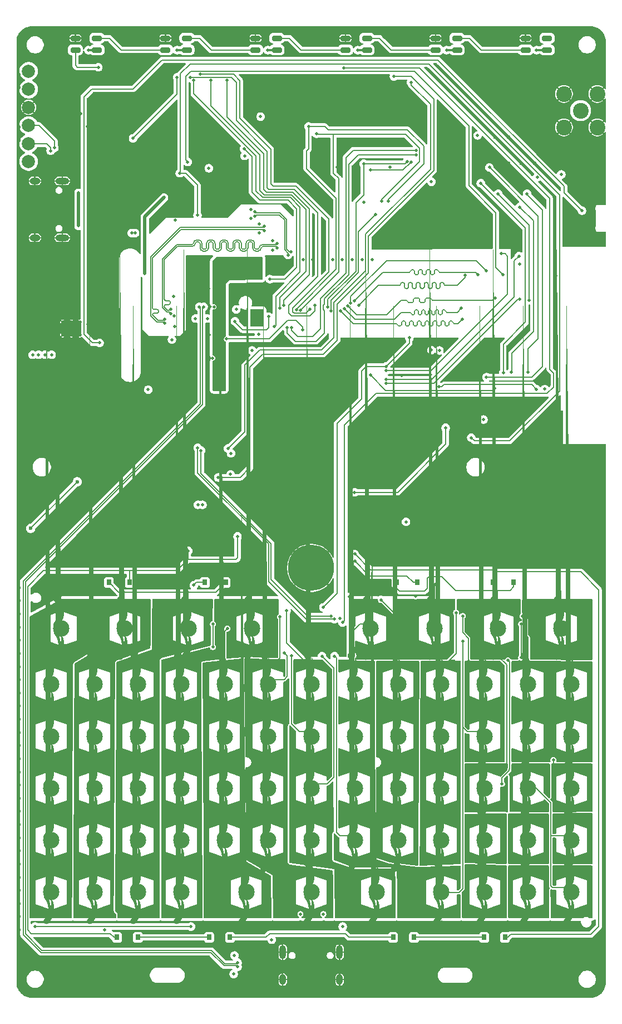
<source format=gtl>
G04 #@! TF.GenerationSoftware,KiCad,Pcbnew,9.0.2*
G04 #@! TF.CreationDate,2025-06-10T20:12:59+02:00*
G04 #@! TF.ProjectId,badgeCarrierCard,62616467-6543-4617-9272-696572436172,V2.5*
G04 #@! TF.SameCoordinates,Original*
G04 #@! TF.FileFunction,Copper,L1,Top*
G04 #@! TF.FilePolarity,Positive*
%FSLAX46Y46*%
G04 Gerber Fmt 4.6, Leading zero omitted, Abs format (unit mm)*
G04 Created by KiCad (PCBNEW 9.0.2) date 2025-06-10 20:12:59*
%MOMM*%
%LPD*%
G01*
G04 APERTURE LIST*
G04 Aperture macros list*
%AMRoundRect*
0 Rectangle with rounded corners*
0 $1 Rounding radius*
0 $2 $3 $4 $5 $6 $7 $8 $9 X,Y pos of 4 corners*
0 Add a 4 corners polygon primitive as box body*
4,1,4,$2,$3,$4,$5,$6,$7,$8,$9,$2,$3,0*
0 Add four circle primitives for the rounded corners*
1,1,$1+$1,$2,$3*
1,1,$1+$1,$4,$5*
1,1,$1+$1,$6,$7*
1,1,$1+$1,$8,$9*
0 Add four rect primitives between the rounded corners*
20,1,$1+$1,$2,$3,$4,$5,0*
20,1,$1+$1,$4,$5,$6,$7,0*
20,1,$1+$1,$6,$7,$8,$9,0*
20,1,$1+$1,$8,$9,$2,$3,0*%
%AMFreePoly0*
4,1,52,-0.529408,2.274054,-0.424786,2.220629,-0.337556,2.141945,-0.132558,1.875050,0.044206,1.588672,0.190897,1.285787,0.305993,0.969542,0.388297,0.643224,0.436954,0.310222,0.451459,-0.026003,0.431660,-0.361958,0.377764,-0.694152,0.290330,-1.019133,0.170267,-1.333526,0.018823,-1.634062,-0.162429,-1.917620,-0.371606,-2.181254,-0.460064,-2.258554,-0.565515,-2.310325,-0.680771,-2.333039,
-0.797980,-2.325149,-0.909152,-2.287191,-1.006712,-2.221754,-1.084012,-2.133296,-1.135783,-2.027845,-1.158497,-1.912589,-1.150607,-1.795380,-1.112649,-1.684208,-1.047212,-1.586648,-0.952740,-1.479260,-0.790574,-1.243613,-0.657525,-0.990383,-0.555472,-0.723150,-0.485859,-0.445695,-0.449670,-0.161938,-0.447417,0.124109,-0.479132,0.408401,-0.544366,0.686919,-0.642197,0.955725,-0.771241,1.211020,
-0.929675,1.449193,-1.022444,1.558055,-1.086336,1.656633,-1.122538,1.768390,-1.128581,1.885708,-1.104054,2.000592,-1.050629,2.105214,-0.971945,2.192444,-0.873367,2.256336,-0.761610,2.292538,-0.644292,2.298581,-0.529408,2.274054,-0.529408,2.274054,$1*%
G04 Aperture macros list end*
G04 #@! TA.AperFunction,SMDPad,CuDef*
%ADD10R,0.670000X0.830000*%
G04 #@! TD*
G04 #@! TA.AperFunction,ComponentPad*
%ADD11C,2.000000*%
G04 #@! TD*
G04 #@! TA.AperFunction,SMDPad,CuDef*
%ADD12RoundRect,0.200000X0.550000X0.200000X-0.550000X0.200000X-0.550000X-0.200000X0.550000X-0.200000X0*%
G04 #@! TD*
G04 #@! TA.AperFunction,SMDPad,CuDef*
%ADD13FreePoly0,90.000000*%
G04 #@! TD*
G04 #@! TA.AperFunction,SMDPad,CuDef*
%ADD14FreePoly0,270.000000*%
G04 #@! TD*
G04 #@! TA.AperFunction,ComponentPad*
%ADD15C,0.800000*%
G04 #@! TD*
G04 #@! TA.AperFunction,SMDPad,CuDef*
%ADD16C,2.500000*%
G04 #@! TD*
G04 #@! TA.AperFunction,HeatsinkPad*
%ADD17O,1.000000X1.600000*%
G04 #@! TD*
G04 #@! TA.AperFunction,HeatsinkPad*
%ADD18O,1.000000X2.100000*%
G04 #@! TD*
G04 #@! TA.AperFunction,ComponentPad*
%ADD19C,7.000000*%
G04 #@! TD*
G04 #@! TA.AperFunction,HeatsinkPad*
%ADD20C,0.500000*%
G04 #@! TD*
G04 #@! TA.AperFunction,HeatsinkPad*
%ADD21R,3.100000X2.410000*%
G04 #@! TD*
G04 #@! TA.AperFunction,HeatsinkPad*
%ADD22O,1.600000X1.000000*%
G04 #@! TD*
G04 #@! TA.AperFunction,HeatsinkPad*
%ADD23O,2.100000X1.000000*%
G04 #@! TD*
G04 #@! TA.AperFunction,ComponentPad*
%ADD24C,2.400000*%
G04 #@! TD*
G04 #@! TA.AperFunction,ViaPad*
%ADD25C,0.500000*%
G04 #@! TD*
G04 #@! TA.AperFunction,ViaPad*
%ADD26C,0.600000*%
G04 #@! TD*
G04 #@! TA.AperFunction,Conductor*
%ADD27C,0.150000*%
G04 #@! TD*
G04 #@! TA.AperFunction,Conductor*
%ADD28C,0.200000*%
G04 #@! TD*
G04 #@! TA.AperFunction,Conductor*
%ADD29C,0.140000*%
G04 #@! TD*
G04 #@! TA.AperFunction,Conductor*
%ADD30C,0.300000*%
G04 #@! TD*
G04 #@! TA.AperFunction,Conductor*
%ADD31C,0.500000*%
G04 #@! TD*
G04 APERTURE END LIST*
D10*
G04 #@! TO.P,D22,1,K*
G04 #@! TO.N,/Keyboard/FB*
X102623800Y-111705400D03*
G04 #@! TO.P,D22,2,A*
G04 #@! TO.N,Net-(D21-K)*
X105793800Y-111705400D03*
G04 #@! TD*
D11*
G04 #@! TO.P,TP5,1,1*
G04 #@! TO.N,/I2C.SDA*
X32000000Y-45000000D03*
G04 #@! TD*
D10*
G04 #@! TO.P,D20,1,K*
G04 #@! TO.N,Net-(D20-K)*
X58808800Y-111705400D03*
G04 #@! TO.P,D20,2,A*
G04 #@! TO.N,Net-(D19-K)*
X61978800Y-111705400D03*
G04 #@! TD*
D11*
G04 #@! TO.P,TP2,1,1*
G04 #@! TO.N,+3V3*
X32000000Y-36750000D03*
G04 #@! TD*
G04 #@! TO.P,TP3,1,1*
G04 #@! TO.N,GND*
X32000000Y-39500000D03*
G04 #@! TD*
D10*
G04 #@! TO.P,D15,1,K*
G04 #@! TO.N,Net-(D15-K)*
X48635000Y-165635400D03*
G04 #@! TO.P,D15,2,A*
G04 #@! TO.N,+13v*
X45465000Y-165635400D03*
G04 #@! TD*
D12*
G04 #@! TO.P,D9,1,VDD*
G04 #@! TO.N,+5V*
X83500000Y-30780000D03*
G04 #@! TO.P,D9,2,DOUT*
G04 #@! TO.N,Net-(D10-DIN)*
X83500000Y-29000000D03*
G04 #@! TO.P,D9,3,VSS*
G04 #@! TO.N,GND*
X80220000Y-29000000D03*
G04 #@! TO.P,D9,4,DIN*
G04 #@! TO.N,Net-(D12-DOUT)*
X80220000Y-30780000D03*
G04 #@! TD*
D11*
G04 #@! TO.P,TP4,1,1*
G04 #@! TO.N,/I2C.SCL*
X32000000Y-42250000D03*
G04 #@! TD*
D10*
G04 #@! TO.P,D21,1,K*
G04 #@! TO.N,Net-(D21-K)*
X88008800Y-111700400D03*
G04 #@! TO.P,D21,2,A*
G04 #@! TO.N,Net-(D20-K)*
X91178800Y-111700400D03*
G04 #@! TD*
D13*
G04 #@! TO.P,U14,1,ESC*
G04 #@! TO.N,/Keyboard/COL_0*
X36965000Y-116187278D03*
D14*
X36965698Y-121182000D03*
D15*
G04 #@! TO.P,U14,2*
G04 #@! TO.N,/Keyboard/ROW_0*
X36965000Y-117987278D03*
D16*
X36965000Y-118687278D03*
D14*
G04 #@! TO.P,U14,3,F1*
G04 #@! TO.N,/Keyboard/COL_1*
X46635698Y-121182000D03*
D13*
X46640000Y-116187278D03*
D15*
G04 #@! TO.P,U14,4*
G04 #@! TO.N,/Keyboard/ROW_0*
X46640000Y-117987278D03*
D16*
X46640000Y-118687278D03*
D13*
G04 #@! TO.P,U14,5,F2*
G04 #@! TO.N,/Keyboard/COL_2*
X56315000Y-116187278D03*
D14*
X56315698Y-121182000D03*
D15*
G04 #@! TO.P,U14,6*
G04 #@! TO.N,/Keyboard/ROW_0*
X56315000Y-117987278D03*
D16*
X56315000Y-118687278D03*
D13*
G04 #@! TO.P,U14,7,F3*
G04 #@! TO.N,/Keyboard/COL_3*
X65990000Y-116187278D03*
D14*
X65995698Y-121182000D03*
D15*
G04 #@! TO.P,U14,8*
G04 #@! TO.N,/Keyboard/ROW_0*
X65990000Y-117987278D03*
D16*
X65990000Y-118687278D03*
D13*
G04 #@! TO.P,U14,9,F4*
G04 #@! TO.N,/Keyboard/COL_4*
X84065000Y-116187278D03*
D14*
X84065698Y-121182000D03*
D15*
G04 #@! TO.P,U14,10*
G04 #@! TO.N,/Keyboard/ROW_0*
X84065000Y-117987278D03*
D16*
X84065000Y-118687278D03*
D14*
G04 #@! TO.P,U14,11,F5*
G04 #@! TO.N,/Keyboard/COL_5*
X93735698Y-121182000D03*
D13*
X93740000Y-116187278D03*
D15*
G04 #@! TO.P,U14,12*
G04 #@! TO.N,/Keyboard/ROW_0*
X93740000Y-117987278D03*
D16*
X93740000Y-118687278D03*
D13*
G04 #@! TO.P,U14,13,F6*
G04 #@! TO.N,/Keyboard/COL_6*
X103415000Y-116187278D03*
D14*
X103415698Y-121182000D03*
D15*
G04 #@! TO.P,U14,14*
G04 #@! TO.N,/Keyboard/ROW_0*
X103415000Y-117987278D03*
D16*
X103415000Y-118687278D03*
D14*
G04 #@! TO.P,U14,15,BS*
G04 #@! TO.N,/Keyboard/COL_7*
X113085698Y-121182000D03*
D13*
X113090000Y-116187278D03*
D15*
G04 #@! TO.P,U14,16*
G04 #@! TO.N,/Keyboard/ROW_0*
X113090000Y-117987278D03*
D16*
X113090000Y-118687278D03*
D13*
G04 #@! TO.P,U14,17,`*
G04 #@! TO.N,/Keyboard/COL_0*
X35425000Y-124677278D03*
D14*
X35425698Y-129672000D03*
D15*
G04 #@! TO.P,U14,18*
G04 #@! TO.N,/Keyboard/ROW_1*
X35425000Y-126477278D03*
D16*
X35425000Y-127177278D03*
D13*
G04 #@! TO.P,U14,19,1*
G04 #@! TO.N,/Keyboard/COL_1*
X42025000Y-124677278D03*
D14*
X42025698Y-129672000D03*
D15*
G04 #@! TO.P,U14,20*
G04 #@! TO.N,/Keyboard/ROW_1*
X42025000Y-126477278D03*
D16*
X42025000Y-127177278D03*
D13*
G04 #@! TO.P,U14,21,2*
G04 #@! TO.N,/Keyboard/COL_2*
X48625000Y-124677278D03*
D14*
X48625698Y-129672000D03*
D15*
G04 #@! TO.P,U14,22*
G04 #@! TO.N,/Keyboard/ROW_1*
X48625000Y-126477278D03*
D16*
X48625000Y-127177278D03*
D13*
G04 #@! TO.P,U14,23,3*
G04 #@! TO.N,/Keyboard/COL_3*
X55225000Y-124677278D03*
D14*
X55225698Y-129672000D03*
D15*
G04 #@! TO.P,U14,24*
G04 #@! TO.N,/Keyboard/ROW_1*
X55225000Y-126477278D03*
D16*
X55225000Y-127177278D03*
D13*
G04 #@! TO.P,U14,25,4*
G04 #@! TO.N,/Keyboard/COL_4*
X61825000Y-124677278D03*
D14*
X61825698Y-129672000D03*
D15*
G04 #@! TO.P,U14,26*
G04 #@! TO.N,/Keyboard/ROW_1*
X61825000Y-126477278D03*
D16*
X61825000Y-127177278D03*
D13*
G04 #@! TO.P,U14,27,5*
G04 #@! TO.N,/Keyboard/COL_5*
X68425000Y-124677278D03*
D14*
X68425698Y-129672000D03*
D15*
G04 #@! TO.P,U14,28*
G04 #@! TO.N,/Keyboard/ROW_1*
X68425000Y-126477278D03*
D16*
X68425000Y-127177278D03*
D13*
G04 #@! TO.P,U14,29,6*
G04 #@! TO.N,/Keyboard/COL_6*
X75025000Y-124677278D03*
D14*
X75025698Y-129672000D03*
D15*
G04 #@! TO.P,U14,30*
G04 #@! TO.N,/Keyboard/ROW_1*
X75025000Y-126477278D03*
D16*
X75025000Y-127177278D03*
D13*
G04 #@! TO.P,U14,31,7*
G04 #@! TO.N,/Keyboard/COL_7*
X81625000Y-124677278D03*
D14*
X81625698Y-129672000D03*
D15*
G04 #@! TO.P,U14,32*
G04 #@! TO.N,/Keyboard/ROW_1*
X81625000Y-126477278D03*
D16*
X81625000Y-127177278D03*
D13*
G04 #@! TO.P,U14,33,8*
G04 #@! TO.N,/Keyboard/COL_8*
X88225000Y-124677278D03*
D14*
X88225698Y-129672000D03*
D15*
G04 #@! TO.P,U14,34*
G04 #@! TO.N,/Keyboard/ROW_1*
X88225000Y-126477278D03*
D16*
X88225000Y-127177278D03*
D13*
G04 #@! TO.P,U14,35,9*
G04 #@! TO.N,/Keyboard/COL_9*
X94825000Y-124677278D03*
D14*
X94825698Y-129672000D03*
D15*
G04 #@! TO.P,U14,36*
G04 #@! TO.N,/Keyboard/ROW_1*
X94825000Y-126477278D03*
D16*
X94825000Y-127177278D03*
D13*
G04 #@! TO.P,U14,37,0*
G04 #@! TO.N,/Keyboard/COL_8*
X101425000Y-124677278D03*
D14*
X101425698Y-129672000D03*
D15*
G04 #@! TO.P,U14,38*
G04 #@! TO.N,/Keyboard/ROW_0*
X101425000Y-126477278D03*
D16*
X101425000Y-127177278D03*
D13*
G04 #@! TO.P,U14,39,-*
G04 #@! TO.N,/Keyboard/COL_9*
X108025000Y-124677278D03*
D14*
X108025698Y-129672000D03*
D15*
G04 #@! TO.P,U14,40*
G04 #@! TO.N,/Keyboard/ROW_0*
X108025000Y-126477278D03*
D16*
X108025000Y-127177278D03*
D13*
G04 #@! TO.P,U14,41,=*
G04 #@! TO.N,/Keyboard/COL_9*
X114625000Y-124677278D03*
D14*
X114625698Y-129672000D03*
D15*
G04 #@! TO.P,U14,42*
G04 #@! TO.N,/Keyboard/ROW_6*
X114625000Y-126477278D03*
D16*
X114625000Y-127177278D03*
D13*
G04 #@! TO.P,U14,43,TAB*
G04 #@! TO.N,/Keyboard/COL_0*
X35425000Y-132577278D03*
D14*
X35425698Y-137572000D03*
D15*
G04 #@! TO.P,U14,44*
G04 #@! TO.N,/Keyboard/ROW_2*
X35425000Y-134377278D03*
D16*
X35425000Y-135077278D03*
D13*
G04 #@! TO.P,U14,45,Q*
G04 #@! TO.N,/Keyboard/COL_1*
X42025000Y-132577278D03*
D14*
X42025698Y-137572000D03*
D15*
G04 #@! TO.P,U14,46*
G04 #@! TO.N,/Keyboard/ROW_2*
X42025000Y-134377278D03*
D16*
X42025000Y-135077278D03*
D13*
G04 #@! TO.P,U14,47,W*
G04 #@! TO.N,/Keyboard/COL_2*
X48625000Y-132577278D03*
D14*
X48625698Y-137572000D03*
D15*
G04 #@! TO.P,U14,48*
G04 #@! TO.N,/Keyboard/ROW_2*
X48625000Y-134377278D03*
D16*
X48625000Y-135077278D03*
D13*
G04 #@! TO.P,U14,49,E*
G04 #@! TO.N,/Keyboard/COL_3*
X55225000Y-132577278D03*
D14*
X55225698Y-137572000D03*
D15*
G04 #@! TO.P,U14,50*
G04 #@! TO.N,/Keyboard/ROW_2*
X55225000Y-134377278D03*
D16*
X55225000Y-135077278D03*
D13*
G04 #@! TO.P,U14,51,R*
G04 #@! TO.N,/Keyboard/COL_4*
X61825000Y-132577278D03*
D14*
X61825698Y-137572000D03*
D15*
G04 #@! TO.P,U14,52*
G04 #@! TO.N,/Keyboard/ROW_2*
X61825000Y-134377278D03*
D16*
X61825000Y-135077278D03*
D13*
G04 #@! TO.P,U14,53,T*
G04 #@! TO.N,/Keyboard/COL_5*
X68425000Y-132577278D03*
D14*
X68425698Y-137572000D03*
D15*
G04 #@! TO.P,U14,54*
G04 #@! TO.N,/Keyboard/ROW_2*
X68425000Y-134377278D03*
D16*
X68425000Y-135077278D03*
D13*
G04 #@! TO.P,U14,55,Y*
G04 #@! TO.N,/Keyboard/COL_6*
X75025000Y-132577278D03*
D14*
X75025698Y-137572000D03*
D15*
G04 #@! TO.P,U14,56*
G04 #@! TO.N,/Keyboard/ROW_2*
X75025000Y-134377278D03*
D16*
X75025000Y-135077278D03*
D13*
G04 #@! TO.P,U14,57,U*
G04 #@! TO.N,/Keyboard/COL_7*
X81625000Y-132577278D03*
D14*
X81625698Y-137572000D03*
D15*
G04 #@! TO.P,U14,58*
G04 #@! TO.N,/Keyboard/ROW_2*
X81625000Y-134377278D03*
D16*
X81625000Y-135077278D03*
D13*
G04 #@! TO.P,U14,59,I*
G04 #@! TO.N,/Keyboard/COL_8*
X88225000Y-132577278D03*
D14*
X88225698Y-137572000D03*
D15*
G04 #@! TO.P,U14,60*
G04 #@! TO.N,/Keyboard/ROW_2*
X88225000Y-134377278D03*
D16*
X88225000Y-135077278D03*
D13*
G04 #@! TO.P,U14,61,O*
G04 #@! TO.N,/Keyboard/COL_9*
X94825000Y-132577278D03*
D14*
X94825698Y-137572000D03*
D15*
G04 #@! TO.P,U14,62*
G04 #@! TO.N,/Keyboard/ROW_2*
X94825000Y-134377278D03*
D16*
X94825000Y-135077278D03*
D13*
G04 #@! TO.P,U14,63,P*
G04 #@! TO.N,/Keyboard/COL_8*
X101425000Y-132577278D03*
D14*
X101425698Y-137572000D03*
D15*
G04 #@! TO.P,U14,64*
G04 #@! TO.N,/Keyboard/ROW_5*
X101425000Y-134377278D03*
D16*
X101425000Y-135077278D03*
D13*
G04 #@! TO.P,U14,65,[*
G04 #@! TO.N,/Keyboard/COL_9*
X108025000Y-132577278D03*
D14*
X108025698Y-137572000D03*
D15*
G04 #@! TO.P,U14,66*
G04 #@! TO.N,/Keyboard/ROW_5*
X108025000Y-134377278D03*
D16*
X108025000Y-135077278D03*
D13*
G04 #@! TO.P,U14,67,]*
G04 #@! TO.N,/Keyboard/COL_9*
X114625000Y-132577278D03*
D14*
X114625698Y-137572000D03*
D15*
G04 #@! TO.P,U14,68*
G04 #@! TO.N,/Keyboard/ROW_7*
X114625000Y-134377278D03*
D16*
X114625000Y-135077278D03*
D13*
G04 #@! TO.P,U14,69,FN*
G04 #@! TO.N,/Keyboard/COL_0*
X35425000Y-140477278D03*
D14*
X35425698Y-145472000D03*
D15*
G04 #@! TO.P,U14,70*
G04 #@! TO.N,/Keyboard/ROW_3*
X35425000Y-142277278D03*
D16*
X35425000Y-142977278D03*
D13*
G04 #@! TO.P,U14,71,A*
G04 #@! TO.N,/Keyboard/COL_1*
X42025000Y-140477278D03*
D14*
X42025698Y-145472000D03*
D15*
G04 #@! TO.P,U14,72*
G04 #@! TO.N,/Keyboard/ROW_3*
X42025000Y-142277278D03*
D16*
X42025000Y-142977278D03*
D13*
G04 #@! TO.P,U14,73,S*
G04 #@! TO.N,/Keyboard/COL_2*
X48625000Y-140477278D03*
D14*
X48625698Y-145472000D03*
D15*
G04 #@! TO.P,U14,74*
G04 #@! TO.N,/Keyboard/ROW_3*
X48625000Y-142277278D03*
D16*
X48625000Y-142977278D03*
D13*
G04 #@! TO.P,U14,75,D*
G04 #@! TO.N,/Keyboard/COL_3*
X55225000Y-140477278D03*
D14*
X55225698Y-145472000D03*
D15*
G04 #@! TO.P,U14,76*
G04 #@! TO.N,/Keyboard/ROW_3*
X55225000Y-142277278D03*
D16*
X55225000Y-142977278D03*
D13*
G04 #@! TO.P,U14,77,F*
G04 #@! TO.N,/Keyboard/COL_4*
X61825000Y-140477278D03*
D14*
X61825698Y-145472000D03*
D15*
G04 #@! TO.P,U14,78*
G04 #@! TO.N,/Keyboard/ROW_3*
X61825000Y-142277278D03*
D16*
X61825000Y-142977278D03*
D13*
G04 #@! TO.P,U14,79,G*
G04 #@! TO.N,/Keyboard/COL_5*
X68425000Y-140477278D03*
D14*
X68425698Y-145472000D03*
D15*
G04 #@! TO.P,U14,80*
G04 #@! TO.N,/Keyboard/ROW_3*
X68425000Y-142277278D03*
D16*
X68425000Y-142977278D03*
D13*
G04 #@! TO.P,U14,81,H*
G04 #@! TO.N,/Keyboard/COL_6*
X75025000Y-140477278D03*
D14*
X75025698Y-145472000D03*
D15*
G04 #@! TO.P,U14,82*
G04 #@! TO.N,/Keyboard/ROW_3*
X75025000Y-142277278D03*
D16*
X75025000Y-142977278D03*
D13*
G04 #@! TO.P,U14,83,J*
G04 #@! TO.N,/Keyboard/COL_7*
X81625000Y-140477278D03*
D14*
X81625698Y-145472000D03*
D15*
G04 #@! TO.P,U14,84*
G04 #@! TO.N,/Keyboard/ROW_3*
X81625000Y-142277278D03*
D16*
X81625000Y-142977278D03*
D13*
G04 #@! TO.P,U14,85,K*
G04 #@! TO.N,/Keyboard/COL_8*
X88225000Y-140477278D03*
D14*
X88225698Y-145472000D03*
D15*
G04 #@! TO.P,U14,86*
G04 #@! TO.N,/Keyboard/ROW_3*
X88225000Y-142277278D03*
D16*
X88225000Y-142977278D03*
D13*
G04 #@! TO.P,U14,87,L*
G04 #@! TO.N,/Keyboard/COL_9*
X94825000Y-140477278D03*
D14*
X94825698Y-145472000D03*
D15*
G04 #@! TO.P,U14,88*
G04 #@! TO.N,/Keyboard/ROW_3*
X94825000Y-142277278D03*
D16*
X94825000Y-142977278D03*
D13*
G04 #@! TO.P,U14,89,;*
G04 #@! TO.N,/Keyboard/COL_6*
X101425000Y-140477278D03*
D14*
X101425698Y-145472000D03*
D15*
G04 #@! TO.P,U14,90*
G04 #@! TO.N,/Keyboard/ROW_6*
X101425000Y-142277278D03*
D16*
X101425000Y-142977278D03*
D13*
G04 #@! TO.P,U14,91,'*
G04 #@! TO.N,/Keyboard/COL_7*
X108025000Y-140477278D03*
D14*
X108025698Y-145472000D03*
D15*
G04 #@! TO.P,U14,92*
G04 #@! TO.N,/Keyboard/ROW_6*
X108025000Y-142277278D03*
D16*
X108025000Y-142977278D03*
D13*
G04 #@! TO.P,U14,93,RET*
G04 #@! TO.N,/Keyboard/COL_8*
X114625000Y-140477278D03*
D14*
X114625698Y-145472000D03*
D15*
G04 #@! TO.P,U14,94*
G04 #@! TO.N,/Keyboard/ROW_6*
X114625000Y-142277278D03*
D16*
X114625000Y-142977278D03*
D13*
G04 #@! TO.P,U14,95,SHL*
G04 #@! TO.N,/Keyboard/COL_0*
X35425000Y-148377278D03*
D14*
X35425698Y-153372000D03*
D15*
G04 #@! TO.P,U14,96*
G04 #@! TO.N,/Keyboard/ROW_4*
X35425000Y-150177278D03*
D16*
X35425000Y-150877278D03*
D13*
G04 #@! TO.P,U14,97,Z*
G04 #@! TO.N,/Keyboard/COL_1*
X42025000Y-148377278D03*
D14*
X42025698Y-153372000D03*
D15*
G04 #@! TO.P,U14,98*
G04 #@! TO.N,/Keyboard/ROW_4*
X42025000Y-150177278D03*
D16*
X42025000Y-150877278D03*
D13*
G04 #@! TO.P,U14,99,X*
G04 #@! TO.N,/Keyboard/COL_2*
X48625000Y-148377278D03*
D14*
X48625698Y-153372000D03*
D15*
G04 #@! TO.P,U14,100*
G04 #@! TO.N,/Keyboard/ROW_4*
X48625000Y-150177278D03*
D16*
X48625000Y-150877278D03*
D13*
G04 #@! TO.P,U14,101,C*
G04 #@! TO.N,/Keyboard/COL_3*
X55225000Y-148377278D03*
D14*
X55225698Y-153372000D03*
D15*
G04 #@! TO.P,U14,102*
G04 #@! TO.N,/Keyboard/ROW_4*
X55225000Y-150177278D03*
D16*
X55225000Y-150877278D03*
D13*
G04 #@! TO.P,U14,103,V*
G04 #@! TO.N,/Keyboard/COL_4*
X61825000Y-148377278D03*
D14*
X61825698Y-153372000D03*
D15*
G04 #@! TO.P,U14,104*
G04 #@! TO.N,/Keyboard/ROW_4*
X61825000Y-150177278D03*
D16*
X61825000Y-150877278D03*
D13*
G04 #@! TO.P,U14,105,B*
G04 #@! TO.N,/Keyboard/COL_5*
X68425000Y-148377278D03*
D14*
X68425698Y-153372000D03*
D15*
G04 #@! TO.P,U14,106*
G04 #@! TO.N,/Keyboard/ROW_4*
X68425000Y-150177278D03*
D16*
X68425000Y-150877278D03*
D13*
G04 #@! TO.P,U14,107,N*
G04 #@! TO.N,/Keyboard/COL_6*
X75025000Y-148377278D03*
D14*
X75025698Y-153372000D03*
D15*
G04 #@! TO.P,U14,108*
G04 #@! TO.N,/Keyboard/ROW_4*
X75025000Y-150177278D03*
D16*
X75025000Y-150877278D03*
D13*
G04 #@! TO.P,U14,109,M*
G04 #@! TO.N,/Keyboard/COL_7*
X81625000Y-148377278D03*
D14*
X81625698Y-153372000D03*
D15*
G04 #@! TO.P,U14,110*
G04 #@! TO.N,/Keyboard/ROW_4*
X81625000Y-150177278D03*
D16*
X81625000Y-150877278D03*
D13*
G04 #@! TO.P,U14,111,\u002C*
G04 #@! TO.N,/Keyboard/COL_8*
X88225000Y-148377278D03*
D14*
X88225698Y-153372000D03*
D15*
G04 #@! TO.P,U14,112*
G04 #@! TO.N,/Keyboard/ROW_4*
X88225000Y-150177278D03*
D16*
X88225000Y-150877278D03*
D13*
G04 #@! TO.P,U14,113,.*
G04 #@! TO.N,/Keyboard/COL_9*
X94825000Y-148377278D03*
D14*
X94825698Y-153372000D03*
D15*
G04 #@! TO.P,U14,114*
G04 #@! TO.N,/Keyboard/ROW_4*
X94825000Y-150177278D03*
D16*
X94825000Y-150877278D03*
D13*
G04 #@! TO.P,U14,115,/*
G04 #@! TO.N,/Keyboard/COL_3*
X101425000Y-148377278D03*
D14*
X101425698Y-153372000D03*
D15*
G04 #@! TO.P,U14,116*
G04 #@! TO.N,/Keyboard/ROW_6*
X101425000Y-150177278D03*
D16*
X101425000Y-150877278D03*
D13*
G04 #@! TO.P,U14,117,/\u005C*
G04 #@! TO.N,/Keyboard/COL_4*
X108025000Y-148377278D03*
D14*
X108025698Y-153372000D03*
D15*
G04 #@! TO.P,U14,118*
G04 #@! TO.N,/Keyboard/ROW_6*
X108025000Y-150177278D03*
D16*
X108025000Y-150877278D03*
D13*
G04 #@! TO.P,U14,119,SHR*
G04 #@! TO.N,/Keyboard/COL_5*
X114625000Y-148377278D03*
D14*
X114625698Y-153372000D03*
D15*
G04 #@! TO.P,U14,120*
G04 #@! TO.N,/Keyboard/ROW_6*
X114625000Y-150177278D03*
D16*
X114625000Y-150877278D03*
D13*
G04 #@! TO.P,U14,121,CTRL*
G04 #@! TO.N,/Keyboard/COL_0*
X35425000Y-156277278D03*
D14*
X35425698Y-161272000D03*
D15*
G04 #@! TO.P,U14,122*
G04 #@! TO.N,/Keyboard/ROW_5*
X35425000Y-158077278D03*
D16*
X35425000Y-158777278D03*
D13*
G04 #@! TO.P,U14,123,MT*
G04 #@! TO.N,/Keyboard/COL_1*
X42025000Y-156277278D03*
D14*
X42025698Y-161272000D03*
D15*
G04 #@! TO.P,U14,124*
G04 #@! TO.N,/Keyboard/ROW_5*
X42025000Y-158077278D03*
D16*
X42025000Y-158777278D03*
D13*
G04 #@! TO.P,U14,125,ALT*
G04 #@! TO.N,/Keyboard/COL_2*
X48625000Y-156277278D03*
D14*
X48625698Y-161272000D03*
D15*
G04 #@! TO.P,U14,126*
G04 #@! TO.N,/Keyboard/ROW_5*
X48625000Y-158077278D03*
D16*
X48625000Y-158777278D03*
D13*
G04 #@! TO.P,U14,127,\u005C*
G04 #@! TO.N,/Keyboard/COL_3*
X55225000Y-156277278D03*
D14*
X55225698Y-161272000D03*
D15*
G04 #@! TO.P,U14,128*
G04 #@! TO.N,/Keyboard/ROW_5*
X55225000Y-158077278D03*
D16*
X55225000Y-158777278D03*
D13*
G04 #@! TO.P,U14,129,SP*
G04 #@! TO.N,/Keyboard/COL_4*
X65125000Y-156277278D03*
D14*
X65125698Y-161272000D03*
D15*
G04 #@! TO.P,U14,130*
G04 #@! TO.N,/Keyboard/ROW_5*
X65125000Y-158077278D03*
D16*
X65125000Y-158777278D03*
D13*
G04 #@! TO.P,U14,131,SP*
G04 #@! TO.N,/Keyboard/COL_5*
X75025000Y-156277278D03*
D14*
X75025698Y-161272000D03*
D15*
G04 #@! TO.P,U14,132*
G04 #@! TO.N,/Keyboard/ROW_5*
X75025000Y-158077278D03*
D16*
X75025000Y-158777278D03*
D13*
G04 #@! TO.P,U14,133,SP*
G04 #@! TO.N,/Keyboard/COL_6*
X84925000Y-156277278D03*
D14*
X84925698Y-161272000D03*
D15*
G04 #@! TO.P,U14,134*
G04 #@! TO.N,/Keyboard/ROW_5*
X84925000Y-158077278D03*
D16*
X84925000Y-158777278D03*
D13*
G04 #@! TO.P,U14,135,AGR*
G04 #@! TO.N,/Keyboard/COL_7*
X94825000Y-156277278D03*
D14*
X94825698Y-161272000D03*
D15*
G04 #@! TO.P,U14,136*
G04 #@! TO.N,/Keyboard/ROW_5*
X94825000Y-158077278D03*
D16*
X94825000Y-158777278D03*
D13*
G04 #@! TO.P,U14,137,<*
G04 #@! TO.N,/Keyboard/COL_0*
X101425000Y-156277278D03*
D14*
X101425698Y-161272000D03*
D15*
G04 #@! TO.P,U14,138*
G04 #@! TO.N,/Keyboard/ROW_6*
X101425000Y-158077278D03*
D16*
X101425000Y-158777278D03*
D13*
G04 #@! TO.P,U14,139,\u005C/*
G04 #@! TO.N,/Keyboard/COL_1*
X108025000Y-156277278D03*
D14*
X108025698Y-161272000D03*
D15*
G04 #@! TO.P,U14,140*
G04 #@! TO.N,/Keyboard/ROW_6*
X108025000Y-158077278D03*
D16*
X108025000Y-158777278D03*
D13*
G04 #@! TO.P,U14,141,>*
G04 #@! TO.N,/Keyboard/COL_2*
X114625000Y-156277278D03*
D14*
X114625698Y-161272000D03*
D15*
G04 #@! TO.P,U14,142*
G04 #@! TO.N,/Keyboard/ROW_6*
X114625000Y-158077278D03*
D16*
X114625000Y-158777278D03*
G04 #@! TD*
D11*
G04 #@! TO.P,TP6,1,1*
G04 #@! TO.N,Net-(R52-Pad2)*
X32000000Y-47750000D03*
G04 #@! TD*
D10*
G04 #@! TO.P,D19,1,K*
G04 #@! TO.N,Net-(D19-K)*
X44218552Y-111702939D03*
G04 #@! TO.P,D19,2,A*
G04 #@! TO.N,+13v*
X47388552Y-111702939D03*
G04 #@! TD*
G04 #@! TO.P,D16,1,K*
G04 #@! TO.N,Net-(D16-K)*
X62643800Y-165635400D03*
G04 #@! TO.P,D16,2,A*
G04 #@! TO.N,Net-(D15-K)*
X59473800Y-165635400D03*
G04 #@! TD*
D11*
G04 #@! TO.P,TP1,1,1*
G04 #@! TO.N,+5V*
X32000000Y-34000000D03*
G04 #@! TD*
D10*
G04 #@! TO.P,D18,1,K*
G04 #@! TO.N,/Keyboard/FB*
X104493800Y-165635400D03*
G04 #@! TO.P,D18,2,A*
G04 #@! TO.N,Net-(D17-K)*
X101323800Y-165635400D03*
G04 #@! TD*
D12*
G04 #@! TO.P,D11,1,VDD*
G04 #@! TO.N,+5V*
X110900000Y-30780000D03*
G04 #@! TO.P,D11,2,DOUT*
G04 #@! TO.N,unconnected-(D11-DOUT-Pad2)*
X110900000Y-29000000D03*
G04 #@! TO.P,D11,3,VSS*
G04 #@! TO.N,GND*
X107620000Y-29000000D03*
G04 #@! TO.P,D11,4,DIN*
G04 #@! TO.N,Net-(D10-DOUT)*
X107620000Y-30780000D03*
G04 #@! TD*
G04 #@! TO.P,D10,1,VDD*
G04 #@! TO.N,+5V*
X97200000Y-30780000D03*
G04 #@! TO.P,D10,2,DOUT*
G04 #@! TO.N,Net-(D10-DOUT)*
X97200000Y-29000000D03*
G04 #@! TO.P,D10,3,VSS*
G04 #@! TO.N,GND*
X93920000Y-29000000D03*
G04 #@! TO.P,D10,4,DIN*
G04 #@! TO.N,Net-(D10-DIN)*
X93920000Y-30780000D03*
G04 #@! TD*
G04 #@! TO.P,D12,1,VDD*
G04 #@! TO.N,+5V*
X69800000Y-30780000D03*
G04 #@! TO.P,D12,2,DOUT*
G04 #@! TO.N,Net-(D12-DOUT)*
X69800000Y-29000000D03*
G04 #@! TO.P,D12,3,VSS*
G04 #@! TO.N,GND*
X66520000Y-29000000D03*
G04 #@! TO.P,D12,4,DIN*
G04 #@! TO.N,Net-(D12-DIN)*
X66520000Y-30780000D03*
G04 #@! TD*
D10*
G04 #@! TO.P,D17,1,K*
G04 #@! TO.N,Net-(D17-K)*
X90643800Y-165635400D03*
G04 #@! TO.P,D17,2,A*
G04 #@! TO.N,Net-(D16-K)*
X87473800Y-165635400D03*
G04 #@! TD*
D12*
G04 #@! TO.P,D23,1,VDD*
G04 #@! TO.N,+5V*
X56100000Y-30780000D03*
G04 #@! TO.P,D23,2,DOUT*
G04 #@! TO.N,Net-(D12-DIN)*
X56100000Y-29000000D03*
G04 #@! TO.P,D23,3,VSS*
G04 #@! TO.N,GND*
X52820000Y-29000000D03*
G04 #@! TO.P,D23,4,DIN*
G04 #@! TO.N,Net-(D23-DIN)*
X52820000Y-30780000D03*
G04 #@! TD*
G04 #@! TO.P,D24,1,VDD*
G04 #@! TO.N,+5V*
X42400000Y-30780000D03*
G04 #@! TO.P,D24,2,DOUT*
G04 #@! TO.N,Net-(D23-DIN)*
X42400000Y-29000000D03*
G04 #@! TO.P,D24,3,VSS*
G04 #@! TO.N,GND*
X39120000Y-29000000D03*
G04 #@! TO.P,D24,4,DIN*
G04 #@! TO.N,Net-(D24-DIN)*
X39120000Y-30780000D03*
G04 #@! TD*
D17*
G04 #@! TO.P,J8,S1,SHIELD*
G04 #@! TO.N,GND*
X79320000Y-172050000D03*
D18*
X79320000Y-167870000D03*
D17*
X70680000Y-172050000D03*
D18*
X70680000Y-167870000D03*
G04 #@! TD*
D19*
G04 #@! TO.P,H5,1,1*
G04 #@! TO.N,GND*
X75000000Y-109500000D03*
G04 #@! TD*
D20*
G04 #@! TO.P,U2,9,EP*
G04 #@! TO.N,GND*
X39800000Y-72145000D03*
X38500000Y-72145000D03*
X37200000Y-72145000D03*
D21*
X38500000Y-73100000D03*
D20*
X39800000Y-74055000D03*
X38500000Y-74055000D03*
X37200000Y-74055000D03*
G04 #@! TD*
D22*
G04 #@! TO.P,J1,S1,SHIELD*
G04 #@! TO.N,GND*
X32950000Y-59320000D03*
D23*
X37130000Y-59320000D03*
D22*
X32950000Y-50680000D03*
D23*
X37130000Y-50680000D03*
G04 #@! TD*
D24*
G04 #@! TO.P,J5,1*
G04 #@! TO.N,/Connectivity (C6 + LoRa)/LoRa/ANTENNA*
X116000000Y-40000000D03*
G04 #@! TO.P,J5,2*
G04 #@! TO.N,GND*
X113460000Y-42540000D03*
G04 #@! TO.P,J5,3*
X113460000Y-37460000D03*
G04 #@! TO.P,J5,4*
X118540000Y-37460000D03*
G04 #@! TO.P,J5,5*
X118540000Y-42540000D03*
G04 #@! TD*
D25*
G04 #@! TO.N,*
X93300000Y-76400000D03*
D26*
G04 #@! TO.N,GND*
X30500000Y-68500000D03*
X62500000Y-174500000D03*
D25*
X69375000Y-41225000D03*
D26*
X107500000Y-39250000D03*
D25*
X32500000Y-84300000D03*
D26*
X119500000Y-134500000D03*
D25*
X44000000Y-72500000D03*
X103000000Y-88300000D03*
D26*
X30500000Y-90500000D03*
D25*
X34000000Y-72500000D03*
X43000000Y-72500000D03*
D26*
X30500000Y-50500000D03*
X55500000Y-27500000D03*
X119500000Y-48500000D03*
D25*
X34600000Y-169200000D03*
D26*
X118500000Y-33500000D03*
D25*
X101500000Y-168100000D03*
X48400000Y-37800000D03*
D26*
X101500000Y-27500000D03*
X30500000Y-92500000D03*
D25*
X47175000Y-166450000D03*
D26*
X45225000Y-64500000D03*
D25*
X47300000Y-42600000D03*
D26*
X119500000Y-46500000D03*
D25*
X54300000Y-56625000D03*
D26*
X103500000Y-35500000D03*
X88500000Y-174500000D03*
D25*
X84250000Y-62640000D03*
X96800000Y-46600000D03*
X50700000Y-38700000D03*
D26*
X103000000Y-44000000D03*
X30500000Y-66500000D03*
X77500000Y-27500000D03*
D25*
X53800000Y-78200000D03*
D26*
X116000000Y-48500000D03*
X108750000Y-44750000D03*
X83500000Y-27500000D03*
X34500000Y-174500000D03*
D25*
X56925000Y-48800000D03*
D26*
X48500000Y-174500000D03*
D25*
X113930000Y-48624000D03*
D26*
X30500000Y-134500000D03*
D25*
X63800000Y-71200000D03*
D26*
X112500000Y-174500000D03*
X30500000Y-108500000D03*
D25*
X31000000Y-66000000D03*
D26*
X119500000Y-164500000D03*
D25*
X67100000Y-57200000D03*
D26*
X119500000Y-50500000D03*
X70800000Y-62600000D03*
X117500000Y-27500000D03*
X45225000Y-78500000D03*
D25*
X42000000Y-72500000D03*
D26*
X37500000Y-27500000D03*
D25*
X47375000Y-173100000D03*
X34800000Y-81300000D03*
D26*
X119500000Y-60200000D03*
D25*
X81250000Y-62640000D03*
X59500000Y-74100000D03*
D26*
X33500000Y-27500000D03*
D25*
X61560000Y-46900000D03*
D26*
X30500000Y-144500000D03*
X65500000Y-27500000D03*
X99500000Y-27500000D03*
X53500000Y-27500000D03*
X30500000Y-96500000D03*
X30500000Y-94500000D03*
X35500000Y-27500000D03*
X119500000Y-168500000D03*
X108500000Y-174500000D03*
X30500000Y-160500000D03*
X30500000Y-142500000D03*
X63500000Y-27500000D03*
X57500000Y-27500000D03*
X119500000Y-122500000D03*
D25*
X47100000Y-172350000D03*
D26*
X119500000Y-120500000D03*
D25*
X56300000Y-66500000D03*
D26*
X119500000Y-142500000D03*
X30500000Y-52500000D03*
X30500000Y-40500000D03*
D25*
X56300000Y-67500000D03*
D26*
X119500000Y-160500000D03*
D25*
X62600000Y-94300000D03*
D26*
X30500000Y-44500000D03*
D25*
X40900000Y-42400000D03*
X54118754Y-71214159D03*
X56300000Y-65500000D03*
X60075000Y-54675000D03*
D26*
X60500000Y-174500000D03*
D25*
X54100000Y-68200000D03*
D26*
X96500000Y-174500000D03*
X104500000Y-174500000D03*
X52500000Y-174500000D03*
X107000000Y-48000000D03*
D25*
X34000000Y-81300000D03*
X59500000Y-45500000D03*
X59426205Y-67040000D03*
X101350000Y-170475000D03*
X62800000Y-93000000D03*
X90500000Y-94300000D03*
D26*
X117750000Y-49500000D03*
D25*
X60000000Y-77600000D03*
D26*
X119500000Y-148500000D03*
X67500000Y-27500000D03*
D25*
X94850000Y-163350000D03*
X103400000Y-77200000D03*
X34500000Y-73500000D03*
D26*
X105000000Y-48000000D03*
X81500000Y-27500000D03*
X42500000Y-174500000D03*
X45225000Y-66500000D03*
X105000000Y-44000000D03*
D25*
X39900000Y-40500000D03*
D26*
X103500000Y-27500000D03*
D25*
X91550000Y-92025000D03*
D26*
X30500000Y-168500000D03*
X80500000Y-174500000D03*
X32500000Y-174500000D03*
D25*
X90900000Y-113800000D03*
D26*
X107500000Y-35500000D03*
X30500000Y-128500000D03*
D25*
X45250000Y-44750000D03*
D26*
X30500000Y-80500000D03*
D25*
X59500000Y-43400000D03*
X50800000Y-94100000D03*
D26*
X30500000Y-60500000D03*
D25*
X53375000Y-42150000D03*
D26*
X110500000Y-174500000D03*
D25*
X62960000Y-68850000D03*
D26*
X56500000Y-174500000D03*
D25*
X34250000Y-35000000D03*
D26*
X105500000Y-27500000D03*
X110500000Y-33500000D03*
X116500000Y-33500000D03*
X117750000Y-51500000D03*
X119500000Y-100500000D03*
D25*
X46425000Y-173025000D03*
D26*
X119500000Y-106500000D03*
D25*
X32000000Y-72500000D03*
X69100000Y-59800000D03*
D26*
X119500000Y-154500000D03*
X30500000Y-162500000D03*
X98500000Y-174500000D03*
X30500000Y-170500000D03*
D25*
X33675000Y-40975000D03*
X79550000Y-118710000D03*
D26*
X119500000Y-136500000D03*
X30500000Y-136500000D03*
X30500000Y-118500000D03*
X108500000Y-33500000D03*
X78500000Y-174500000D03*
D25*
X64200000Y-171200000D03*
D26*
X30500000Y-42500000D03*
X109500000Y-27500000D03*
X119500000Y-158500000D03*
D25*
X76200000Y-38100000D03*
D26*
X30500000Y-64500000D03*
X119500000Y-94500000D03*
X114500000Y-174500000D03*
X119500000Y-114500000D03*
X54500000Y-174500000D03*
X30500000Y-38500000D03*
X76500000Y-174500000D03*
D25*
X33500000Y-73500000D03*
D26*
X30500000Y-84500000D03*
D25*
X99925000Y-167300000D03*
X33400000Y-169200000D03*
X51400000Y-88200000D03*
X60200000Y-92500000D03*
D26*
X90500000Y-174500000D03*
X45225000Y-74500000D03*
X119500000Y-140500000D03*
D25*
X62800000Y-48800000D03*
X75992994Y-48629506D03*
D26*
X100500000Y-174500000D03*
X30500000Y-138500000D03*
X85500000Y-27500000D03*
X119500000Y-118500000D03*
D25*
X112200000Y-65100000D03*
D26*
X119500000Y-130500000D03*
D25*
X64280000Y-168320000D03*
X90850000Y-98610000D03*
X55800000Y-166600000D03*
X87700000Y-97400000D03*
X78992994Y-48629506D03*
X43600000Y-41500000D03*
D26*
X102500000Y-174500000D03*
D25*
X75850000Y-115710000D03*
D26*
X89500000Y-27500000D03*
D25*
X90800000Y-87875000D03*
X76860000Y-162100000D03*
D26*
X50500000Y-174500000D03*
D25*
X91500000Y-102200000D03*
D26*
X30500000Y-124500000D03*
X30500000Y-34500000D03*
D25*
X90200000Y-77100000D03*
D26*
X30500000Y-98500000D03*
X87500000Y-27500000D03*
D25*
X112241332Y-88304934D03*
X42500000Y-73500000D03*
D26*
X119500000Y-146500000D03*
X108500000Y-37250000D03*
D25*
X100500000Y-168100000D03*
D26*
X119500000Y-126500000D03*
D25*
X35500000Y-73500000D03*
D26*
X72500000Y-174500000D03*
X68500000Y-174500000D03*
X45225000Y-62500000D03*
D25*
X105420000Y-49870000D03*
D26*
X30500000Y-114500000D03*
X119400000Y-31500000D03*
D25*
X35710000Y-47890000D03*
X96500000Y-37500000D03*
X33000000Y-69000000D03*
D26*
X36500000Y-174500000D03*
D25*
X37000000Y-169200000D03*
D26*
X30500000Y-166500000D03*
X30500000Y-82500000D03*
X106500000Y-33500000D03*
X105500000Y-39250000D03*
D25*
X36600000Y-46300000D03*
D26*
X114500000Y-33500000D03*
X82500000Y-174500000D03*
D25*
X60200000Y-69800000D03*
D26*
X30500000Y-130500000D03*
X30500000Y-112500000D03*
D25*
X65800000Y-56400000D03*
D26*
X43500000Y-27500000D03*
X119500000Y-152500000D03*
X119500000Y-150500000D03*
X74500000Y-174500000D03*
X30500000Y-152500000D03*
X116500000Y-174500000D03*
D25*
X54250000Y-104400000D03*
D26*
X119500000Y-128500000D03*
X47500000Y-27500000D03*
X66500000Y-174500000D03*
D25*
X63600000Y-51825000D03*
D26*
X119500000Y-112500000D03*
X119500000Y-110500000D03*
D25*
X63050000Y-110200000D03*
D26*
X119500000Y-108500000D03*
X105500000Y-35500000D03*
X119500000Y-170500000D03*
D25*
X39600000Y-46000000D03*
X100925000Y-167300000D03*
X43500000Y-73500000D03*
X41500000Y-73500000D03*
D26*
X119500000Y-138500000D03*
D25*
X53200000Y-75600000D03*
X58800000Y-85900000D03*
X88875000Y-39200000D03*
D26*
X108500000Y-41250000D03*
X30500000Y-164500000D03*
X97500000Y-27500000D03*
X119500000Y-132500000D03*
X30500000Y-148500000D03*
X119500000Y-96500000D03*
X46500000Y-174500000D03*
X84500000Y-174500000D03*
X30500000Y-150500000D03*
X119500000Y-166500000D03*
X106500000Y-174500000D03*
X86500000Y-174500000D03*
X30500000Y-126500000D03*
D25*
X65800000Y-55000000D03*
X31000000Y-69000000D03*
D26*
X109500000Y-39250000D03*
D25*
X67000000Y-171800000D03*
D26*
X93500000Y-27500000D03*
X30500000Y-172500000D03*
X30500000Y-132500000D03*
D25*
X78250000Y-62640000D03*
D26*
X45225000Y-68500000D03*
X119500000Y-172500000D03*
X59500000Y-27500000D03*
X30500000Y-30500000D03*
X30500000Y-102500000D03*
X64500000Y-174500000D03*
D25*
X86700000Y-101500000D03*
D26*
X104500000Y-33500000D03*
D25*
X47950000Y-172500000D03*
X69100000Y-61200000D03*
X59250000Y-109900000D03*
D26*
X30500000Y-58500000D03*
D25*
X70200000Y-41925000D03*
D26*
X119500000Y-156500000D03*
X39500000Y-27500000D03*
D25*
X33000000Y-72500000D03*
D26*
X113500000Y-27500000D03*
D25*
X68000000Y-166400000D03*
D26*
X30500000Y-104500000D03*
X30500000Y-146500000D03*
X45500000Y-27500000D03*
X30500000Y-140500000D03*
D25*
X73450000Y-40475000D03*
D26*
X30500000Y-48500000D03*
X30500000Y-110500000D03*
X75500000Y-27500000D03*
D25*
X36000000Y-72500000D03*
X44500000Y-73500000D03*
D26*
X30500000Y-158500000D03*
X61500000Y-27500000D03*
X30500000Y-46500000D03*
X73500000Y-27500000D03*
D25*
X106100000Y-75000000D03*
D26*
X71500000Y-27500000D03*
X119500000Y-92500000D03*
X119550000Y-91000000D03*
X30500000Y-154500000D03*
X117750000Y-47500000D03*
X119500000Y-144500000D03*
D25*
X53650000Y-46025000D03*
X88800000Y-84075000D03*
X110300000Y-80800000D03*
D26*
X119500000Y-52500000D03*
X102500000Y-33500000D03*
X106500000Y-37250000D03*
X30500000Y-32500000D03*
X119500000Y-124500000D03*
X115500000Y-27500000D03*
X58500000Y-174500000D03*
D25*
X32500000Y-73500000D03*
X82750000Y-62640000D03*
D26*
X38500000Y-174500000D03*
D25*
X93600000Y-96400000D03*
X45000000Y-72500000D03*
D26*
X104500000Y-37250000D03*
X44500000Y-174500000D03*
X119500000Y-102500000D03*
D25*
X73360000Y-162100000D03*
X35800000Y-169200000D03*
D26*
X109500000Y-35500000D03*
X106500000Y-41250000D03*
X107500000Y-43000000D03*
X69500000Y-27500000D03*
X111500000Y-27500000D03*
D25*
X32000000Y-67500000D03*
X73750000Y-62640000D03*
X43525000Y-164525000D03*
X75250000Y-62640000D03*
D26*
X119500000Y-104500000D03*
D25*
X86350000Y-39300000D03*
X114900000Y-50600000D03*
X116100000Y-56300000D03*
X51400000Y-56625000D03*
D26*
X30500000Y-116500000D03*
X51500000Y-27500000D03*
D25*
X76750000Y-62640000D03*
D26*
X30500000Y-78500000D03*
D25*
X56400000Y-69800000D03*
X36450000Y-36300000D03*
X93300000Y-60200000D03*
D26*
X70500000Y-174500000D03*
D25*
X81992994Y-48629506D03*
X41000000Y-72500000D03*
D26*
X45225000Y-70500000D03*
D25*
X88800000Y-80250000D03*
D26*
X30500000Y-70500000D03*
X30500000Y-88500000D03*
D25*
X72175000Y-50075000D03*
D26*
X30500000Y-36500000D03*
X109500000Y-43000000D03*
X30500000Y-56500000D03*
D25*
X79750000Y-62640000D03*
X48500000Y-56625000D03*
D26*
X30500000Y-122500000D03*
D25*
X33000000Y-67000000D03*
D26*
X107500000Y-27500000D03*
X95500000Y-27500000D03*
X41500000Y-27500000D03*
X30500000Y-86500000D03*
D25*
X31000000Y-68000000D03*
X85050000Y-166625000D03*
X48675000Y-166900000D03*
D26*
X119500000Y-98500000D03*
X112500000Y-33500000D03*
X79500000Y-27500000D03*
D25*
X32000000Y-66500000D03*
X54200000Y-72800000D03*
D26*
X40500000Y-174500000D03*
X119500000Y-116500000D03*
D25*
X35000000Y-72500000D03*
X67100000Y-58600000D03*
D26*
X30500000Y-120500000D03*
X30500000Y-106500000D03*
X30500000Y-100500000D03*
D25*
X56125000Y-53275000D03*
D26*
X116000000Y-50500000D03*
X92500000Y-174500000D03*
X49500000Y-27500000D03*
D25*
X83900000Y-39300000D03*
D26*
X109000000Y-48000000D03*
D25*
X33000000Y-68000000D03*
X32000000Y-68500000D03*
D26*
X94500000Y-174500000D03*
X91500000Y-27500000D03*
X30500000Y-54500000D03*
D25*
X93600000Y-101200000D03*
D26*
X30500000Y-156500000D03*
X45225000Y-76500000D03*
X119500000Y-162500000D03*
D25*
X55350000Y-110300000D03*
X31000000Y-67000000D03*
G04 #@! TO.N,+3V3*
X63600000Y-70200000D03*
X106700000Y-63300000D03*
X64866200Y-46874600D03*
X79800000Y-164000000D03*
X66018000Y-76436000D03*
X66010000Y-72550000D03*
X93300000Y-50800000D03*
X63325000Y-168400000D03*
X79386621Y-117179212D03*
X59425000Y-48750000D03*
X83000000Y-53900000D03*
X53800000Y-74800000D03*
X69000000Y-166000000D03*
X113060000Y-49700000D03*
X67510000Y-72550000D03*
X59200000Y-71600000D03*
X86992994Y-48579506D03*
X94510000Y-76450000D03*
X63200000Y-171200000D03*
X67033270Y-73974980D03*
X62735000Y-95275000D03*
X66750000Y-70400000D03*
X62800000Y-92075000D03*
X57400000Y-71600000D03*
X67510000Y-70400000D03*
X66750000Y-72550000D03*
X100330000Y-43770000D03*
X110570437Y-82311891D03*
X89435000Y-102486124D03*
X101210000Y-86950000D03*
X66010000Y-70400000D03*
X109400000Y-50100000D03*
G04 #@! TO.N,Net-(BT1-+)*
X33000000Y-164000000D03*
X56700000Y-164000000D03*
D26*
X39400000Y-96400000D03*
X32320000Y-103480000D03*
D25*
G04 #@! TO.N,/I2C.SDA*
X35350000Y-46100000D03*
X85725000Y-53750000D03*
X73384000Y-70307998D03*
X77981400Y-116796600D03*
X75800000Y-43500000D03*
X58229911Y-91655089D03*
G04 #@! TO.N,/I2C.SCL*
X72734306Y-70287964D03*
X35925158Y-45650000D03*
X57734000Y-91218800D03*
X74600000Y-42400000D03*
X78540200Y-117279200D03*
X86725000Y-53750000D03*
G04 #@! TO.N,/Connectivity (C6 + LoRa)/SD2.DATA1*
X100410000Y-64900000D03*
X81566689Y-68887401D03*
G04 #@! TO.N,/GPIO1*
X59700000Y-35415000D03*
X70200000Y-70000000D03*
G04 #@! TO.N,/RTC*
X68700000Y-65600000D03*
X64800000Y-45800000D03*
G04 #@! TO.N,/Connectivity (C6 + LoRa)/SD2.CLK*
X80027813Y-70080636D03*
X97871005Y-70013995D03*
G04 #@! TO.N,/CSI.STROBE*
X90233484Y-47791095D03*
X77988015Y-70411473D03*
X84800000Y-55800000D03*
X83992994Y-49050000D03*
G04 #@! TO.N,/DSI.DATA1-*
X53600000Y-70822500D03*
X69800000Y-60177500D03*
G04 #@! TO.N,/DSI.DATA0-*
X52700000Y-72322500D03*
X67900000Y-57577500D03*
G04 #@! TO.N,/Connectivity (C6 + LoRa)/SD2.CMD*
X98010000Y-71675000D03*
X79500000Y-70460000D03*
G04 #@! TO.N,/I2C2.SDA*
X72001232Y-73011764D03*
X90960000Y-46006800D03*
G04 #@! TO.N,/I2C2.SCL*
X71351412Y-72996377D03*
X90960000Y-46718000D03*
G04 #@! TO.N,/GPIO2*
X57150000Y-35415000D03*
X69400000Y-72800000D03*
G04 #@! TO.N,/USB_JTAG.D+*
X71928042Y-61471958D03*
X66400000Y-55377500D03*
G04 #@! TO.N,/DSI.DATA1+*
X53600000Y-70177500D03*
X69800000Y-60822500D03*
G04 #@! TO.N,/DSI.DATA0+*
X52700000Y-71677500D03*
X67900000Y-58222500D03*
G04 #@! TO.N,/DSI.RESET*
X62100000Y-74700000D03*
X73700000Y-73300000D03*
G04 #@! TO.N,/CSI.RESET*
X77506553Y-69849123D03*
X89600000Y-47700000D03*
X82992994Y-48050000D03*
G04 #@! TO.N,/Connectivity (C6 + LoRa)/SD2.DATA2*
X81025000Y-69246672D03*
X101680283Y-64362643D03*
G04 #@! TO.N,/Connectivity (C6 + LoRa)/SD2.DATA0*
X98400000Y-65025000D03*
X82260000Y-69575000D03*
G04 #@! TO.N,/GPIO0*
X70800000Y-69600000D03*
X62225000Y-35415000D03*
G04 #@! TO.N,/C6_INT*
X84010000Y-80175006D03*
X102948550Y-82162609D03*
G04 #@! TO.N,/C6_CHIP_PU*
X86385000Y-78875000D03*
X76860000Y-115500000D03*
X89935000Y-74500000D03*
G04 #@! TO.N,/Connectivity (C6 + LoRa)/SD2.DATA3*
X102960000Y-68450000D03*
X80529900Y-69667831D03*
G04 #@! TO.N,/INT1*
X90200000Y-35700000D03*
X62335000Y-91339165D03*
G04 #@! TO.N,/USB_JTAG.D-*
X71471958Y-61928042D03*
X66400000Y-56022500D03*
G04 #@! TO.N,/INT2*
X87600000Y-34800000D03*
X60860000Y-95750000D03*
G04 #@! TO.N,Net-(PWR_BUTTON1-Pad1)*
X116200000Y-55200000D03*
X42800000Y-75300000D03*
G04 #@! TO.N,/Keyboard/COL_0*
X40850000Y-120710000D03*
X100150000Y-155210000D03*
X35450000Y-155010000D03*
G04 #@! TO.N,/Keyboard/COL_1*
X106050000Y-155210000D03*
X39450000Y-154010000D03*
X49850000Y-119910000D03*
G04 #@! TO.N,/Keyboard/COL_2*
X59150000Y-119010000D03*
X112450000Y-155210000D03*
X45750000Y-151210000D03*
G04 #@! TO.N,/Keyboard/COL_3*
X99050000Y-147610000D03*
X57550000Y-147210000D03*
X69350000Y-119110000D03*
G04 #@! TO.N,/Keyboard/COL_4*
X105750000Y-147510000D03*
X63950000Y-146510000D03*
X62250000Y-118710000D03*
X84250000Y-122910000D03*
X63850000Y-123910000D03*
G04 #@! TO.N,/Keyboard/COL_5*
X112450000Y-147410000D03*
X70250000Y-116910000D03*
X93860000Y-112000000D03*
X65550000Y-143810000D03*
G04 #@! TO.N,/Keyboard/COL_6*
X71250000Y-116010000D03*
X99950000Y-114710000D03*
G04 #@! TO.N,/Keyboard/COL_7*
X84350000Y-143710000D03*
X107850000Y-115610000D03*
X105450000Y-143610000D03*
X80850000Y-113880000D03*
G04 #@! TO.N,/Keyboard/COL_8*
X85600000Y-114345000D03*
X111850000Y-138710000D03*
X98050000Y-116800000D03*
X103650000Y-138610000D03*
G04 #@! TO.N,/Keyboard/ROW_3*
X76650000Y-122910000D03*
G04 #@! TO.N,/Keyboard/ROW_2*
X72013534Y-122879366D03*
G04 #@! TO.N,/Keyboard/ROW_4*
X78550000Y-122910000D03*
G04 #@! TO.N,/Keyboard/ROW_6*
X104950000Y-123510000D03*
X104050000Y-142310000D03*
G04 #@! TO.N,/Keyboard/COL_9*
X107150000Y-116810000D03*
X97050000Y-116300000D03*
G04 #@! TO.N,/Keyboard/ROW_0*
X106950000Y-118010000D03*
X81450000Y-122810000D03*
X106950000Y-123110000D03*
X60050000Y-121510000D03*
X60050000Y-118000400D03*
G04 #@! TO.N,/Keyboard/ROW_5*
X98050000Y-120610000D03*
G04 #@! TO.N,/Keyboard/ROW_1*
X70950000Y-122410000D03*
G04 #@! TO.N,/Keyboard/~{INT_KEYBOARD}*
X79760000Y-117800000D03*
X80000000Y-33500000D03*
G04 #@! TO.N,/C6_TX*
X106600000Y-62100000D03*
X86385000Y-80825009D03*
G04 #@! TO.N,+5V*
X34500000Y-77100000D03*
X95600000Y-30800000D03*
X47700000Y-58600000D03*
X33500000Y-77100000D03*
X61100000Y-80700000D03*
X109300000Y-30800000D03*
X57750000Y-99900000D03*
X61100000Y-80100000D03*
X65760000Y-62550000D03*
X35500000Y-77100000D03*
X61100000Y-81300000D03*
X41100000Y-30800000D03*
X66500000Y-62550000D03*
X67300000Y-40900000D03*
X67260000Y-62550000D03*
X32600000Y-77100000D03*
X65735000Y-65350000D03*
X58450000Y-99900000D03*
X82100000Y-30800000D03*
X66500000Y-65350000D03*
X50200000Y-82400000D03*
X67235000Y-65350000D03*
X68400000Y-30800000D03*
X48200000Y-58600000D03*
X61100000Y-81900000D03*
X54600000Y-30800000D03*
G04 #@! TO.N,/DISPLAY_BL*
X55000000Y-49500000D03*
X57700000Y-55900000D03*
X99350000Y-89700000D03*
G04 #@! TO.N,/Connectivity (C6 + LoRa)/LoRa/~{LORA_RESET}*
X107850000Y-52630000D03*
X101681500Y-80500000D03*
G04 #@! TO.N,/Connectivity (C6 + LoRa)/LoRa/LORA_SCK*
X106710000Y-54650000D03*
X105460000Y-79775000D03*
G04 #@! TO.N,/Connectivity (C6 + LoRa)/LoRa/LORA_MISO*
X108200000Y-68800000D03*
X103460000Y-52625000D03*
G04 #@! TO.N,/Connectivity (C6 + LoRa)/LoRa/LORA_MOSI*
X104235000Y-79800000D03*
X100810000Y-51025000D03*
G04 #@! TO.N,/Connectivity (C6 + LoRa)/LoRa/~{LORA_NSS}*
X102110000Y-48625000D03*
X108035000Y-79725000D03*
G04 #@! TO.N,Net-(FB1-Pad1)*
X39600000Y-52500000D03*
X39600000Y-57500000D03*
G04 #@! TO.N,/Power & USB/USB.D+*
X58622500Y-69800000D03*
X63800000Y-169477500D03*
G04 #@! TO.N,/Power & USB/USB.D-*
X63800000Y-170122500D03*
X57977500Y-69800000D03*
G04 #@! TO.N,/USB_CS*
X68500000Y-71300000D03*
X63400000Y-72000000D03*
G04 #@! TO.N,/C6_BOOT*
X103910000Y-61750000D03*
X86385000Y-79525003D03*
G04 #@! TO.N,/C6_RX*
X86385000Y-81475012D03*
X106760000Y-68650000D03*
G04 #@! TO.N,/KEYBOARD_BL*
X81600000Y-98000000D03*
X95460000Y-88200000D03*
G04 #@! TO.N,+13v*
X56300000Y-106910000D03*
X63800000Y-104710000D03*
G04 #@! TO.N,/Keyboard/FB*
X81621000Y-107379000D03*
G04 #@! TO.N,Net-(D20-K)*
X57150000Y-112110000D03*
X81630000Y-108470000D03*
G04 #@! TO.N,/GPIO3*
X75600000Y-69600000D03*
X54600000Y-34940000D03*
X56600000Y-34940000D03*
X47900000Y-44200000D03*
G04 #@! TO.N,/GPIO4*
X74800000Y-70200000D03*
X58150000Y-34465000D03*
G04 #@! TO.N,Net-(D24-DIN)*
X42600000Y-33400000D03*
G04 #@! TO.N,Net-(U4-GPIO15)*
X104200000Y-64900000D03*
X56200000Y-47800000D03*
G04 #@! TO.N,Net-(U4-EN{slash}CHIP_PU)*
X109296812Y-82347667D03*
X94460000Y-81975000D03*
G04 #@! TO.N,Net-(D14-K)*
X52600000Y-53200000D03*
X49700000Y-64800000D03*
G04 #@! TD*
D27*
G04 #@! TO.N,GND*
X59426205Y-67040000D02*
X59606205Y-66860000D01*
G04 #@! TO.N,+3V3*
X66160000Y-72700000D02*
X66010000Y-72550000D01*
X66010000Y-72550000D02*
X66010000Y-70400000D01*
X67510000Y-70400000D02*
X67510000Y-72550000D01*
X67020000Y-72550000D02*
X67020000Y-70400000D01*
X66520000Y-70400000D02*
X66520000Y-72550000D01*
X66000000Y-71483000D02*
X67500000Y-71483000D01*
D28*
G04 #@! TO.N,Net-(BT1-+)*
X32320000Y-103480000D02*
X39400000Y-96400000D01*
X56700000Y-164000000D02*
X33000000Y-164000000D01*
D27*
G04 #@! TO.N,/I2C.SDA*
X58229911Y-95114711D02*
X58229911Y-91655089D01*
X91460000Y-45700000D02*
X89360000Y-43600000D01*
X78400000Y-43600000D02*
X75900000Y-43600000D01*
X77981400Y-116796600D02*
X74476200Y-116796600D01*
X91460000Y-47742800D02*
X91460000Y-45700000D01*
X78400000Y-49500000D02*
X78400000Y-43600000D01*
X78200000Y-43600000D02*
X75900000Y-43600000D01*
X79200000Y-50300000D02*
X78400000Y-49500000D01*
X85725000Y-53750000D02*
X85725000Y-53477800D01*
X68913600Y-105798400D02*
X58229911Y-95114711D01*
X75900000Y-43600000D02*
X75800000Y-43500000D01*
X85725000Y-53477800D02*
X91460000Y-47742800D01*
D28*
X34750000Y-45000000D02*
X35350000Y-45600000D01*
D27*
X68913600Y-111234000D02*
X68913600Y-105798400D01*
D28*
X32000000Y-45000000D02*
X34750000Y-45000000D01*
X35350000Y-45600000D02*
X35350000Y-46100000D01*
D27*
X74476200Y-116796600D02*
X68913600Y-111234000D01*
X73384000Y-70307998D02*
X79200000Y-64491998D01*
X89360000Y-43600000D02*
X78400000Y-43600000D01*
X78200000Y-43600000D02*
X78400000Y-43600000D01*
X79200000Y-64491998D02*
X79200000Y-50300000D01*
G04 #@! TO.N,/I2C.SCL*
X68558000Y-105854618D02*
X57734000Y-95030618D01*
X57734000Y-95030618D02*
X57734000Y-91218800D01*
X74300000Y-46100000D02*
X74300000Y-48800000D01*
X68558000Y-111589600D02*
X68558000Y-105854618D01*
X72734306Y-70165694D02*
X72734306Y-70287964D01*
X86725000Y-53750000D02*
X86725000Y-53493800D01*
D28*
X35925158Y-44625158D02*
X35925158Y-45650000D01*
D27*
X78540200Y-117279200D02*
X74247600Y-117279200D01*
X89660000Y-42900000D02*
X77575000Y-42900000D01*
X74600000Y-45800000D02*
X74600000Y-42400000D01*
D28*
X33550000Y-42250000D02*
X35925158Y-44625158D01*
D27*
X74247600Y-117279200D02*
X68558000Y-111589600D01*
X78800000Y-64100000D02*
X72734306Y-70165694D01*
D28*
X32000000Y-42250000D02*
X33550000Y-42250000D01*
D27*
X77075000Y-42400000D02*
X74600000Y-42400000D01*
X78800000Y-53300000D02*
X78800000Y-64100000D01*
X74300000Y-46100000D02*
X74600000Y-45800000D01*
X92160000Y-45400000D02*
X89660000Y-42900000D01*
X92160000Y-48058800D02*
X92160000Y-45400000D01*
X77575000Y-42900000D02*
X77075000Y-42400000D01*
X74300000Y-48800000D02*
X78800000Y-53300000D01*
X86725000Y-53493800D02*
X92160000Y-48058800D01*
G04 #@! TO.N,/Connectivity (C6 + LoRa)/SD2.DATA1*
X91335000Y-64361145D02*
X91335000Y-64738867D01*
X90547904Y-64175808D02*
X90322096Y-64175808D01*
X92946146Y-64172291D02*
X92723854Y-64172291D01*
X94160832Y-64175832D02*
X93922084Y-64175832D01*
X85904090Y-64550000D02*
X89947904Y-64550000D01*
X92346133Y-64927734D02*
X92123867Y-64927734D01*
X93135000Y-64738867D02*
X93135000Y-64361145D01*
X93546133Y-64927734D02*
X93323867Y-64927734D01*
X93735000Y-64362916D02*
X93735000Y-64738867D01*
X92535000Y-64361145D02*
X92535000Y-64738867D01*
X100060000Y-64550000D02*
X94535000Y-64550000D01*
X91935000Y-64738867D02*
X91935000Y-64361145D01*
X100410000Y-64900000D02*
X100060000Y-64550000D01*
X90735000Y-64738867D02*
X90735000Y-64362904D01*
X91146133Y-64927734D02*
X90923867Y-64927734D01*
X85904090Y-64550000D02*
X81566689Y-68887401D01*
X91746146Y-64172291D02*
X91523854Y-64172291D01*
X92535000Y-64738867D02*
G75*
G02*
X92346133Y-64927800I-188900J-33D01*
G01*
X93135000Y-64361145D02*
G75*
G03*
X92946146Y-64172200I-188900J45D01*
G01*
X93735000Y-64738867D02*
G75*
G02*
X93546133Y-64927800I-188900J-33D01*
G01*
X90322096Y-64175808D02*
G75*
G03*
X90135008Y-64362904I4J-187092D01*
G01*
X92723854Y-64172291D02*
G75*
G03*
X92535091Y-64361145I46J-188809D01*
G01*
X92123867Y-64927734D02*
G75*
G02*
X91935066Y-64738867I33J188834D01*
G01*
X90135000Y-64362904D02*
G75*
G02*
X89947904Y-64550000I-187100J4D01*
G01*
X90735000Y-64362904D02*
G75*
G03*
X90547904Y-64175800I-187100J4D01*
G01*
X93922084Y-64175832D02*
G75*
G03*
X93735032Y-64362916I16J-187068D01*
G01*
X94535000Y-64550000D02*
G75*
G02*
X94347900Y-64362916I0J187100D01*
G01*
X93323867Y-64927734D02*
G75*
G02*
X93135066Y-64738867I33J188834D01*
G01*
X91935000Y-64361145D02*
G75*
G03*
X91746146Y-64172200I-188900J45D01*
G01*
X90923867Y-64927734D02*
G75*
G02*
X90735066Y-64738867I33J188834D01*
G01*
X91335000Y-64738867D02*
G75*
G02*
X91146133Y-64927800I-188900J-33D01*
G01*
X94347916Y-64362916D02*
G75*
G03*
X94160832Y-64175784I-187116J16D01*
G01*
X91523854Y-64172291D02*
G75*
G03*
X91335091Y-64361145I46J-188809D01*
G01*
G04 #@! TO.N,/GPIO1*
X74216000Y-55016000D02*
X74216000Y-64384000D01*
X59700000Y-39250000D02*
X67200000Y-46750000D01*
X74216000Y-64384000D02*
X70200000Y-68400000D01*
X67200000Y-52125000D02*
X67875000Y-52800000D01*
X67200000Y-46750000D02*
X67200000Y-52125000D01*
X72000000Y-52800000D02*
X74216000Y-55016000D01*
X70200000Y-68400000D02*
X70200000Y-70000000D01*
X59700000Y-35415000D02*
X59700000Y-39250000D01*
X67875000Y-52800000D02*
X72000000Y-52800000D01*
G04 #@! TO.N,/RTC*
X66000000Y-47000000D02*
X66000000Y-52425000D01*
X72796400Y-54896400D02*
X72796400Y-63803600D01*
X72796400Y-63803600D02*
X71000000Y-65600000D01*
X71000000Y-65600000D02*
X68700000Y-65600000D01*
X66000000Y-52425000D02*
X67175000Y-53600000D01*
X64800000Y-45800000D02*
X66000000Y-47000000D01*
X71500000Y-53600000D02*
X72796400Y-54896400D01*
X67175000Y-53600000D02*
X71500000Y-53600000D01*
G04 #@! TO.N,/Connectivity (C6 + LoRa)/SD2.CLK*
X97235000Y-70650000D02*
X97871005Y-70013995D01*
X94400000Y-70463034D02*
X94400000Y-70836979D01*
X91986972Y-70276056D02*
X92133028Y-70276056D01*
X80027813Y-70080636D02*
X81647177Y-71700000D01*
X94066965Y-70276069D02*
X94213035Y-70276069D01*
X95624107Y-70650000D02*
X97235000Y-70650000D01*
X91800000Y-70836972D02*
X91800000Y-70463028D01*
X92320000Y-70463028D02*
X92320000Y-70836972D01*
X88710000Y-70650000D02*
X90035000Y-70650000D01*
X95104107Y-70281786D02*
X95255893Y-70281786D01*
X94920000Y-70836979D02*
X94920000Y-70465893D01*
X91466972Y-71023944D02*
X91613028Y-71023944D01*
X90403244Y-71018244D02*
X90575878Y-71018244D01*
X93546978Y-71023957D02*
X93693022Y-71023957D01*
X92840000Y-70836972D02*
X92840000Y-70463028D01*
X90760000Y-70834122D02*
X90760000Y-70463028D01*
X93880000Y-70836979D02*
X93880000Y-70463034D01*
X91280000Y-70463028D02*
X91280000Y-70836972D01*
X93360000Y-70463028D02*
X93360000Y-70836979D01*
X93026972Y-70276056D02*
X93173028Y-70276056D01*
X90946972Y-70276056D02*
X91093028Y-70276056D01*
X94586978Y-71023957D02*
X94733022Y-71023957D01*
X92506972Y-71023944D02*
X92653028Y-71023944D01*
X81647177Y-71700000D02*
X87660000Y-71700000D01*
X87660000Y-71700000D02*
X88710000Y-70650000D01*
X94733022Y-71023957D02*
G75*
G03*
X94919957Y-70836979I-22J186957D01*
G01*
X95440000Y-70465893D02*
G75*
G03*
X95624107Y-70650000I184100J-7D01*
G01*
X92653028Y-71023944D02*
G75*
G03*
X92839944Y-70836972I-28J186944D01*
G01*
X92320000Y-70836972D02*
G75*
G03*
X92506972Y-71024000I187000J-28D01*
G01*
X94400000Y-70836979D02*
G75*
G03*
X94586978Y-71024000I187000J-21D01*
G01*
X93880000Y-70463034D02*
G75*
G02*
X94066965Y-70276000I187000J34D01*
G01*
X94920000Y-70465893D02*
G75*
G02*
X95104107Y-70281800I184100J-7D01*
G01*
X90219122Y-70834122D02*
G75*
G03*
X90403244Y-71018178I184078J22D01*
G01*
X92133028Y-70276056D02*
G75*
G02*
X92319944Y-70463028I-28J-186944D01*
G01*
X95255893Y-70281786D02*
G75*
G02*
X95440014Y-70465893I7J-184114D01*
G01*
X90575878Y-71018244D02*
G75*
G03*
X90760044Y-70834122I22J184144D01*
G01*
X93693022Y-71023957D02*
G75*
G03*
X93879957Y-70836979I-22J186957D01*
G01*
X91280000Y-70836972D02*
G75*
G03*
X91466972Y-71024000I187000J-28D01*
G01*
X91800000Y-70463028D02*
G75*
G02*
X91986972Y-70276000I187000J28D01*
G01*
X93173028Y-70276056D02*
G75*
G02*
X93359944Y-70463028I-28J-186944D01*
G01*
X92840000Y-70463028D02*
G75*
G02*
X93026972Y-70276000I187000J28D01*
G01*
X91613028Y-71023944D02*
G75*
G03*
X91799944Y-70836972I-28J186944D01*
G01*
X94213035Y-70276069D02*
G75*
G02*
X94399931Y-70463034I-35J-186931D01*
G01*
X93360000Y-70836979D02*
G75*
G03*
X93546978Y-71024000I187000J-21D01*
G01*
X90035000Y-70650000D02*
G75*
G02*
X90219100Y-70834122I0J-184100D01*
G01*
X90760000Y-70463028D02*
G75*
G02*
X90946972Y-70276000I187000J28D01*
G01*
X91093028Y-70276056D02*
G75*
G02*
X91279944Y-70463028I-28J-186944D01*
G01*
G04 #@! TO.N,/CSI.STROBE*
X77981552Y-70405010D02*
X77988015Y-70411473D01*
X83992994Y-49050000D02*
X88974579Y-49050000D01*
X82200000Y-64600000D02*
X77988015Y-68811985D01*
X84800000Y-55800000D02*
X82200000Y-58400000D01*
X77988015Y-68811985D02*
X77988015Y-70411473D01*
X88974579Y-49050000D02*
X90233484Y-47791095D01*
X82200000Y-58400000D02*
X82200000Y-64600000D01*
D29*
G04 #@! TO.N,/DSI.DATA1-*
X64879166Y-61056668D02*
X64578334Y-61056668D01*
X63086250Y-60150396D02*
X63086250Y-60357500D01*
X58879166Y-61056668D02*
X58578334Y-61056668D01*
X52357500Y-62540974D02*
X52357500Y-69959026D01*
X57882616Y-59665232D02*
X57574884Y-59665232D01*
X69800000Y-60177500D02*
X69620000Y-60357500D01*
X65086250Y-60150396D02*
X65086250Y-60357500D01*
X63086250Y-60642500D02*
X63086250Y-60849574D01*
X54540974Y-60357500D02*
X52357500Y-62540974D01*
X64371250Y-60849584D02*
X64371250Y-60642500D01*
X60371250Y-60849584D02*
X60371250Y-60642500D01*
X64371250Y-60642500D02*
X64371250Y-60357500D01*
X62879176Y-61056648D02*
X62578324Y-61056648D01*
X58371250Y-60642500D02*
X58371250Y-60296366D01*
X63879147Y-59658293D02*
X63578353Y-59658293D01*
X65086250Y-60642500D02*
X65086250Y-60849584D01*
X62371250Y-60849574D02*
X62371250Y-60642500D01*
X64371250Y-60357500D02*
X64371250Y-60150396D01*
X60371250Y-60642500D02*
X60371250Y-60357500D01*
X62371250Y-60357500D02*
X62371250Y-60150396D01*
X61879147Y-59658293D02*
X61578353Y-59658293D01*
X61086250Y-60150396D02*
X61086250Y-60357500D01*
X52357500Y-69959026D02*
X53040974Y-70642500D01*
X66371250Y-60846151D02*
X66371250Y-60642500D01*
X56600000Y-60357500D02*
X54570487Y-60357500D01*
X60879166Y-61056668D02*
X60578334Y-61056668D01*
X58371250Y-60849584D02*
X58371250Y-60642500D01*
X60371250Y-60357500D02*
X60371250Y-60150416D01*
X59086250Y-60357500D02*
X59086250Y-60642500D01*
X63086250Y-60357500D02*
X63086250Y-60642500D01*
X66907698Y-61049802D02*
X66574901Y-61049802D01*
X59879166Y-59658332D02*
X59578334Y-59658332D01*
X61086250Y-60642500D02*
X61086250Y-60849584D01*
X59086250Y-60642500D02*
X59086250Y-60849584D01*
X65086250Y-60357500D02*
X65086250Y-60642500D01*
X65879147Y-59658293D02*
X65578353Y-59658293D01*
X58371250Y-60296366D02*
X58371250Y-60153866D01*
X62371250Y-60642500D02*
X62371250Y-60357500D01*
X69620000Y-60357500D02*
X67600000Y-60357500D01*
X59086250Y-60150416D02*
X59086250Y-60357500D01*
X54570487Y-60357500D02*
X54540974Y-60357500D01*
X66371250Y-60642500D02*
X66371250Y-60357500D01*
X53040974Y-70642500D02*
X53420000Y-70642500D01*
X56882616Y-60357500D02*
X56600000Y-60357500D01*
X53420000Y-70642500D02*
X53600000Y-70822500D01*
X66371250Y-60357500D02*
X66371250Y-60150396D01*
X61086250Y-60357500D02*
X61086250Y-60642500D01*
X67111349Y-60846151D02*
G75*
G02*
X66907698Y-61049849I-203649J-49D01*
G01*
X66371250Y-60150396D02*
G75*
G03*
X65879147Y-59658250I-492150J-4D01*
G01*
X63578353Y-59658293D02*
G75*
G03*
X63086293Y-60150396I47J-492107D01*
G01*
X60578334Y-61056668D02*
G75*
G02*
X60371232Y-60849584I-34J207068D01*
G01*
X64578334Y-61056668D02*
G75*
G02*
X64371232Y-60849584I-34J207068D01*
G01*
X60371250Y-60150416D02*
G75*
G03*
X59879166Y-59658350I-492050J16D01*
G01*
X61578353Y-59658293D02*
G75*
G03*
X61086293Y-60150396I47J-492107D01*
G01*
X66574901Y-61049802D02*
G75*
G02*
X66371298Y-60846151I-1J203602D01*
G01*
X65578353Y-59658293D02*
G75*
G03*
X65086293Y-60150396I47J-492107D01*
G01*
X64371250Y-60150396D02*
G75*
G03*
X63879147Y-59658250I-492150J-4D01*
G01*
X67600000Y-60357500D02*
G75*
G03*
X67111300Y-60846151I0J-488700D01*
G01*
X59086250Y-60849584D02*
G75*
G02*
X58879166Y-61056650I-207050J-16D01*
G01*
X59578334Y-59658332D02*
G75*
G03*
X59086232Y-60150416I-34J-492068D01*
G01*
X62578324Y-61056648D02*
G75*
G02*
X62371252Y-60849574I-24J207048D01*
G01*
X65086250Y-60849584D02*
G75*
G02*
X64879166Y-61056650I-207050J-16D01*
G01*
X63086250Y-60849574D02*
G75*
G02*
X62879176Y-61056650I-207050J-26D01*
G01*
X57574884Y-59665232D02*
G75*
G03*
X57086232Y-60153866I16J-488668D01*
G01*
X62371250Y-60150396D02*
G75*
G03*
X61879147Y-59658250I-492150J-4D01*
G01*
X61086250Y-60849584D02*
G75*
G02*
X60879166Y-61056650I-207050J-16D01*
G01*
X57086250Y-60153866D02*
G75*
G02*
X56882616Y-60357550I-203650J-34D01*
G01*
X58578334Y-61056668D02*
G75*
G02*
X58371232Y-60849584I-34J207068D01*
G01*
X58371250Y-60153866D02*
G75*
G03*
X57882616Y-59665250I-488650J-34D01*
G01*
G04 #@! TO.N,/DSI.DATA0-*
X55040974Y-57757500D02*
X50557500Y-62240974D01*
X50557500Y-71159026D02*
X51540974Y-72142500D01*
X52520000Y-72142500D02*
X52700000Y-72322500D01*
X51540974Y-72142500D02*
X52520000Y-72142500D01*
X67720000Y-57757500D02*
X55040974Y-57757500D01*
X67900000Y-57577500D02*
X67720000Y-57757500D01*
X50557500Y-62240974D02*
X50557500Y-71159026D01*
D27*
G04 #@! TO.N,/Connectivity (C6 + LoRa)/SD2.CMD*
X94555000Y-72730000D02*
X94335000Y-72730000D01*
X95945000Y-72160000D02*
X95945000Y-72540000D01*
X81390000Y-72350000D02*
X87955000Y-72350000D01*
X92945000Y-72540000D02*
X92945000Y-72160000D01*
X89945000Y-72160000D02*
X89945000Y-72540000D01*
X91145000Y-72160000D02*
X91145000Y-72540000D01*
X90355000Y-71970000D02*
X90135000Y-71970000D01*
X94745000Y-72160000D02*
X94745000Y-72540000D01*
X88745000Y-72160000D02*
X88745000Y-72540000D01*
X94145000Y-72540000D02*
X94145000Y-72160000D01*
X93955000Y-71970000D02*
X93735000Y-71970000D01*
X93545000Y-72160000D02*
X93545000Y-72540000D01*
X91555000Y-71970000D02*
X91335000Y-71970000D01*
X92345000Y-72160000D02*
X92345000Y-72540000D01*
X89755000Y-72730000D02*
X89535000Y-72730000D01*
X90955000Y-72730000D02*
X90735000Y-72730000D01*
X92755000Y-71970000D02*
X92535000Y-71970000D01*
X90545000Y-72540000D02*
X90545000Y-72160000D01*
X89345000Y-72540000D02*
X89345000Y-72160000D01*
X93355000Y-72730000D02*
X93135000Y-72730000D01*
X95345000Y-72540000D02*
X95345000Y-72160000D01*
X98010000Y-71675000D02*
X97335000Y-72350000D01*
X92155000Y-72730000D02*
X91935000Y-72730000D01*
X96355000Y-71970000D02*
X96135000Y-71970000D01*
X88555000Y-72730000D02*
X88335000Y-72730000D01*
X91745000Y-72540000D02*
X91745000Y-72160000D01*
X79500000Y-70460000D02*
X81390000Y-72350000D01*
X95755000Y-72730000D02*
X95535000Y-72730000D01*
X95155000Y-71970000D02*
X94935000Y-71970000D01*
X89155000Y-71970000D02*
X88935000Y-71970000D01*
X97335000Y-72350000D02*
X96735000Y-72350000D01*
X95535000Y-72730000D02*
G75*
G02*
X95345000Y-72540000I0J190000D01*
G01*
X96735000Y-72350000D02*
G75*
G02*
X96545000Y-72160000I0J190000D01*
G01*
X92535000Y-71970000D02*
G75*
G03*
X92345000Y-72160000I0J-190000D01*
G01*
X88335000Y-72730000D02*
G75*
G02*
X88145000Y-72540000I0J190000D01*
G01*
X95945000Y-72540000D02*
G75*
G02*
X95755000Y-72730000I-190000J0D01*
G01*
X89945000Y-72540000D02*
G75*
G02*
X89755000Y-72730000I-190000J0D01*
G01*
X91335000Y-71970000D02*
G75*
G03*
X91145000Y-72160000I0J-190000D01*
G01*
X91145000Y-72540000D02*
G75*
G02*
X90955000Y-72730000I-190000J0D01*
G01*
X92345000Y-72540000D02*
G75*
G02*
X92155000Y-72730000I-190000J0D01*
G01*
X93545000Y-72540000D02*
G75*
G02*
X93355000Y-72730000I-190000J0D01*
G01*
X92945000Y-72160000D02*
G75*
G03*
X92755000Y-71970000I-190000J0D01*
G01*
X89345000Y-72160000D02*
G75*
G03*
X89155000Y-71970000I-190000J0D01*
G01*
X88935000Y-71970000D02*
G75*
G03*
X88745000Y-72160000I0J-190000D01*
G01*
X91935000Y-72730000D02*
G75*
G02*
X91745000Y-72540000I0J190000D01*
G01*
X90545000Y-72160000D02*
G75*
G03*
X90355000Y-71970000I-190000J0D01*
G01*
X94335000Y-72730000D02*
G75*
G02*
X94145000Y-72540000I0J190000D01*
G01*
X90135000Y-71970000D02*
G75*
G03*
X89945000Y-72160000I0J-190000D01*
G01*
X94935000Y-71970000D02*
G75*
G03*
X94745000Y-72160000I0J-190000D01*
G01*
X94145000Y-72160000D02*
G75*
G03*
X93955000Y-71970000I-190000J0D01*
G01*
X96135000Y-71970000D02*
G75*
G03*
X95945000Y-72160000I0J-190000D01*
G01*
X88145000Y-72540000D02*
G75*
G03*
X87955000Y-72350000I-190000J0D01*
G01*
X93735000Y-71970000D02*
G75*
G03*
X93545000Y-72160000I0J-190000D01*
G01*
X96545000Y-72160000D02*
G75*
G03*
X96355000Y-71970000I-190000J0D01*
G01*
X95345000Y-72160000D02*
G75*
G03*
X95155000Y-71970000I-190000J0D01*
G01*
X91745000Y-72160000D02*
G75*
G03*
X91555000Y-71970000I-190000J0D01*
G01*
X93135000Y-72730000D02*
G75*
G02*
X92945000Y-72540000I0J190000D01*
G01*
X90735000Y-72730000D02*
G75*
G02*
X90545000Y-72540000I0J190000D01*
G01*
X89535000Y-72730000D02*
G75*
G02*
X89345000Y-72540000I0J190000D01*
G01*
X94745000Y-72540000D02*
G75*
G02*
X94555000Y-72730000I-190000J0D01*
G01*
X88745000Y-72540000D02*
G75*
G02*
X88555000Y-72730000I-190000J0D01*
G01*
G04 #@! TO.N,/I2C2.SDA*
X80300000Y-47106800D02*
X81400000Y-46006800D01*
X72001232Y-73376832D02*
X72977600Y-74353200D01*
X76400000Y-68600000D02*
X80300000Y-64700000D01*
X81400000Y-46006800D02*
X90960000Y-46006800D01*
X72977600Y-74353200D02*
X75200000Y-74353200D01*
X80300000Y-64700000D02*
X80300000Y-47106800D01*
X72001232Y-73011764D02*
X72001232Y-73376832D01*
X76400000Y-73153200D02*
X76400000Y-68600000D01*
X75200000Y-74353200D02*
X76400000Y-73153200D01*
G04 #@! TO.N,/I2C2.SCL*
X77000000Y-69400000D02*
X77000000Y-68600000D01*
X77000000Y-68600000D02*
X80700000Y-64900000D01*
X76800000Y-69600000D02*
X77000000Y-69400000D01*
X71351412Y-72996377D02*
X71351412Y-73793812D01*
X77000000Y-73800000D02*
X77000000Y-70400000D01*
X80700000Y-48190400D02*
X82172400Y-46718000D01*
X77000000Y-70400000D02*
X76800000Y-70200000D01*
X82172400Y-46718000D02*
X90960000Y-46718000D01*
X75735600Y-75064400D02*
X77000000Y-73800000D01*
X80700000Y-64900000D02*
X80700000Y-48190400D01*
X72622000Y-75064400D02*
X75735600Y-75064400D01*
X76800000Y-70200000D02*
X76800000Y-69600000D01*
X71351412Y-73793812D02*
X72622000Y-75064400D01*
G04 #@! TO.N,/GPIO2*
X73284000Y-64516000D02*
X69600000Y-68200000D01*
X71800000Y-53200000D02*
X73284000Y-54684000D01*
X67575000Y-53200000D02*
X71800000Y-53200000D01*
X57150000Y-37450000D02*
X66600000Y-46900000D01*
X66600000Y-46900000D02*
X66600000Y-52225000D01*
X73284000Y-54684000D02*
X73284000Y-64516000D01*
X69600000Y-72600000D02*
X69400000Y-72800000D01*
X66600000Y-52225000D02*
X67575000Y-53200000D01*
X69600000Y-68200000D02*
X69600000Y-72600000D01*
X57150000Y-35415000D02*
X57150000Y-37450000D01*
D29*
G04 #@! TO.N,/USB_JTAG.D+*
X71242500Y-56540974D02*
X71242500Y-61040974D01*
X66580000Y-55557500D02*
X70259026Y-55557500D01*
X66400000Y-55377500D02*
X66580000Y-55557500D01*
X70259026Y-55557500D02*
X71242500Y-56540974D01*
X71673484Y-61471958D02*
X71928042Y-61471958D01*
X71242500Y-61040974D02*
X71673484Y-61471958D01*
G04 #@! TO.N,/DSI.DATA1+*
X66086250Y-60642500D02*
X66086250Y-60357500D01*
X52642500Y-69840876D02*
X52642500Y-69840974D01*
X60086250Y-60849584D02*
X60086250Y-60642500D01*
X62879176Y-61341648D02*
X62578324Y-61341648D01*
X65879147Y-59943293D02*
X65578353Y-59943293D01*
X66907698Y-61334802D02*
X66574901Y-61334802D01*
X65371250Y-60642500D02*
X65371250Y-60849584D01*
X65371250Y-60150396D02*
X65371250Y-60357500D01*
X63371250Y-60150396D02*
X63371250Y-60357500D01*
X59371250Y-60357500D02*
X59371250Y-60642500D01*
X63371250Y-60357500D02*
X63371250Y-60642500D01*
X62086250Y-60642500D02*
X62086250Y-60357500D01*
X60086250Y-60357500D02*
X60086250Y-60150416D01*
X59371250Y-60150416D02*
X59371250Y-60357500D01*
X60086250Y-60642500D02*
X60086250Y-60357500D01*
X61879147Y-59943293D02*
X61578353Y-59943293D01*
X60879166Y-61341668D02*
X60578334Y-61341668D01*
X52642500Y-69720876D02*
X52642500Y-69840876D01*
X61371250Y-60150396D02*
X61371250Y-60357500D01*
X53556781Y-69120876D02*
X53556781Y-69240876D01*
X62086250Y-60357500D02*
X62086250Y-60150396D01*
X66086250Y-60357500D02*
X66086250Y-60150396D01*
X63879147Y-59943293D02*
X63578353Y-59943293D01*
X69800000Y-60822500D02*
X69620000Y-60642500D01*
X69620000Y-60642500D02*
X67600000Y-60642500D01*
X64879166Y-61341668D02*
X64578334Y-61341668D01*
X52882500Y-68880876D02*
X53316781Y-68880876D01*
X59879166Y-59943332D02*
X59578334Y-59943332D01*
X52642500Y-69840974D02*
X53159026Y-70357500D01*
X57882616Y-59950232D02*
X57574884Y-59950232D01*
X58086250Y-60849584D02*
X58086250Y-60642500D01*
X64086250Y-60642500D02*
X64086250Y-60357500D01*
X61371250Y-60642500D02*
X61371250Y-60849584D01*
X54659026Y-60642500D02*
X52642500Y-62659026D01*
X64086250Y-60357500D02*
X64086250Y-60150396D01*
X63371250Y-60642500D02*
X63371250Y-60849574D01*
X66086250Y-60846151D02*
X66086250Y-60642500D01*
X58879166Y-61341668D02*
X58578334Y-61341668D01*
X53420000Y-70357500D02*
X53600000Y-70177500D01*
X62086250Y-60849574D02*
X62086250Y-60642500D01*
X59371250Y-60642500D02*
X59371250Y-60849584D01*
X64086250Y-60849584D02*
X64086250Y-60642500D01*
X56600000Y-60642500D02*
X54659026Y-60642500D01*
X58086250Y-60296366D02*
X58086250Y-60153866D01*
X65371250Y-60357500D02*
X65371250Y-60642500D01*
X56882616Y-60642500D02*
X56600000Y-60642500D01*
X61371250Y-60357500D02*
X61371250Y-60642500D01*
X53316781Y-69480876D02*
X52882500Y-69480876D01*
X52642500Y-62659026D02*
X52642500Y-68640876D01*
X53159026Y-70357500D02*
X53420000Y-70357500D01*
X58086250Y-60642500D02*
X58086250Y-60296366D01*
X67396349Y-60846151D02*
G75*
G02*
X66907698Y-61334749I-488649J51D01*
G01*
X57371250Y-60153866D02*
G75*
G02*
X56882616Y-60642550I-488650J-34D01*
G01*
X52642500Y-68640876D02*
G75*
G03*
X52882500Y-68880900I240000J-24D01*
G01*
X62578324Y-61341648D02*
G75*
G02*
X62086252Y-60849574I-24J492048D01*
G01*
X60086250Y-60150416D02*
G75*
G03*
X59879166Y-59943350I-207050J16D01*
G01*
X63371250Y-60849574D02*
G75*
G02*
X62879176Y-61341650I-492050J-26D01*
G01*
X59371250Y-60849584D02*
G75*
G02*
X58879166Y-61341650I-492050J-16D01*
G01*
X59578334Y-59943332D02*
G75*
G03*
X59371232Y-60150416I-34J-207068D01*
G01*
X61371250Y-60849584D02*
G75*
G02*
X60879166Y-61341650I-492050J-16D01*
G01*
X53316781Y-68880876D02*
G75*
G02*
X53556824Y-69120876I19J-240024D01*
G01*
X58086250Y-60153866D02*
G75*
G03*
X57882616Y-59950250I-203650J-34D01*
G01*
X58578334Y-61341668D02*
G75*
G02*
X58086232Y-60849584I-34J492068D01*
G01*
X66574901Y-61334802D02*
G75*
G02*
X66086198Y-60846151I-1J488702D01*
G01*
X61578353Y-59943293D02*
G75*
G03*
X61371293Y-60150396I47J-207107D01*
G01*
X66086250Y-60150396D02*
G75*
G03*
X65879147Y-59943250I-207150J-4D01*
G01*
X67600000Y-60642500D02*
G75*
G03*
X67396300Y-60846151I0J-203700D01*
G01*
X64578334Y-61341668D02*
G75*
G02*
X64086232Y-60849584I-34J492068D01*
G01*
X62086250Y-60150396D02*
G75*
G03*
X61879147Y-59943250I-207150J-4D01*
G01*
X65371250Y-60849584D02*
G75*
G02*
X64879166Y-61341650I-492050J-16D01*
G01*
X63578353Y-59943293D02*
G75*
G03*
X63371293Y-60150396I47J-207107D01*
G01*
X53556781Y-69240876D02*
G75*
G02*
X53316781Y-69480881I-239981J-24D01*
G01*
X64086250Y-60150396D02*
G75*
G03*
X63879147Y-59943250I-207150J-4D01*
G01*
X65578353Y-59943293D02*
G75*
G03*
X65371293Y-60150396I47J-207107D01*
G01*
X60578334Y-61341668D02*
G75*
G02*
X60086232Y-60849584I-34J492068D01*
G01*
X52882500Y-69480876D02*
G75*
G03*
X52642476Y-69720876I0J-240024D01*
G01*
X57574884Y-59950232D02*
G75*
G03*
X57371232Y-60153866I16J-203668D01*
G01*
G04 #@! TO.N,/DSI.DATA0+*
X51082500Y-70800974D02*
X51516854Y-70800974D01*
X51756854Y-70560974D02*
X51756854Y-70440974D01*
X51516854Y-70200974D02*
X51082500Y-70200974D01*
X55159026Y-58042500D02*
X67720000Y-58042500D01*
X50842500Y-69206769D02*
X50842500Y-62359026D01*
X50842500Y-69840974D02*
X50842500Y-69206769D01*
X67720000Y-58042500D02*
X67900000Y-58222500D01*
X50842500Y-62359026D02*
X55159026Y-58042500D01*
X52700000Y-71677500D02*
X52520000Y-71857500D01*
X52520000Y-71857500D02*
X51659026Y-71857500D01*
X51659026Y-71857500D02*
X50842500Y-71040974D01*
X50842500Y-69960974D02*
X50842500Y-69840974D01*
X50842500Y-71040974D02*
G75*
G02*
X51082500Y-70801000I240000J-26D01*
G01*
X51756854Y-70440974D02*
G75*
G03*
X51516854Y-70201046I-239954J-26D01*
G01*
X51082500Y-70200974D02*
G75*
G02*
X50842526Y-69960974I0J239974D01*
G01*
X51516854Y-70800974D02*
G75*
G03*
X51756874Y-70560974I46J239974D01*
G01*
D28*
G04 #@! TO.N,/DSI.RESET*
X72700000Y-71900000D02*
X73700000Y-72900000D01*
X73700000Y-72900000D02*
X73700000Y-73300000D01*
X68600000Y-74700000D02*
X71400000Y-71900000D01*
X62100000Y-74700000D02*
X68600000Y-74700000D01*
X71400000Y-71900000D02*
X72700000Y-71900000D01*
D27*
G04 #@! TO.N,/CSI.RESET*
X81800000Y-54000000D02*
X82992994Y-52807006D01*
X77506553Y-69849123D02*
X77506553Y-68693447D01*
X82992994Y-52807006D02*
X82992994Y-48050000D01*
X82992994Y-48050000D02*
X89250000Y-48050000D01*
X77506553Y-69849123D02*
X77533178Y-69822498D01*
X89250000Y-48050000D02*
X89600000Y-47700000D01*
X77506553Y-68693447D02*
X81800000Y-64400000D01*
X81800000Y-64400000D02*
X81800000Y-54000000D01*
G04 #@! TO.N,/Connectivity (C6 + LoRa)/SD2.DATA2*
X81025000Y-68210000D02*
X81025000Y-69246672D01*
X100092640Y-62775000D02*
X86460000Y-62775000D01*
X86460000Y-62775000D02*
X81025000Y-68210000D01*
X101680283Y-64362643D02*
X100092640Y-62775000D01*
G04 #@! TO.N,/Connectivity (C6 + LoRa)/SD2.DATA0*
X92205000Y-66354951D02*
X92205000Y-66795049D01*
X90405000Y-66795049D02*
X90405000Y-66354951D01*
X91605000Y-66795049D02*
X91605000Y-66354951D01*
X85260000Y-66575000D02*
X82260000Y-69575000D01*
X89584951Y-67015098D02*
X89425049Y-67015098D01*
X94384951Y-67015098D02*
X94225049Y-67015098D01*
X91984951Y-67015098D02*
X91825049Y-67015098D01*
X94998052Y-66138052D02*
X94823474Y-66138052D01*
X89205000Y-66795049D02*
X89205000Y-66356514D01*
X90184951Y-66134902D02*
X90025049Y-66134902D01*
X88986514Y-66138028D02*
X88823486Y-66138028D01*
X93184951Y-67015098D02*
X93025049Y-67015098D01*
X97210000Y-66575000D02*
X95435000Y-66575000D01*
X91384951Y-66134902D02*
X91225049Y-66134902D01*
X93405000Y-66354951D02*
X93405000Y-66795049D01*
X85260000Y-66575000D02*
X88386514Y-66575000D01*
X90784951Y-67015098D02*
X90625049Y-67015098D01*
X92805000Y-66795049D02*
X92805000Y-66354951D01*
X91005000Y-66354951D02*
X91005000Y-66795049D01*
X94605000Y-66356526D02*
X94605000Y-66795049D01*
X93784951Y-66134902D02*
X93625049Y-66134902D01*
X94005000Y-66795049D02*
X94005000Y-66354951D01*
X98400000Y-65025000D02*
X98400000Y-65385000D01*
X89805000Y-66354951D02*
X89805000Y-66795049D01*
X92584951Y-66134902D02*
X92425049Y-66134902D01*
X98400000Y-65385000D02*
X97210000Y-66575000D01*
X94823474Y-66138052D02*
G75*
G03*
X94605052Y-66356526I26J-218448D01*
G01*
X89425049Y-67015098D02*
G75*
G02*
X89204902Y-66795049I-49J220098D01*
G01*
X89205000Y-66356514D02*
G75*
G03*
X88986514Y-66138000I-218500J14D01*
G01*
X93025049Y-67015098D02*
G75*
G02*
X92804902Y-66795049I-49J220098D01*
G01*
X90025049Y-66134902D02*
G75*
G03*
X89804902Y-66354951I-49J-220098D01*
G01*
X93625049Y-66134902D02*
G75*
G03*
X93404902Y-66354951I-49J-220098D01*
G01*
X91605000Y-66354951D02*
G75*
G03*
X91384951Y-66135000I-220000J-49D01*
G01*
X92805000Y-66354951D02*
G75*
G03*
X92584951Y-66135000I-220000J-49D01*
G01*
X93405000Y-66795049D02*
G75*
G02*
X93184951Y-67015000I-220000J49D01*
G01*
X91825049Y-67015098D02*
G75*
G02*
X91604902Y-66795049I-49J220098D01*
G01*
X88823486Y-66138028D02*
G75*
G03*
X88605028Y-66356514I14J-218472D01*
G01*
X89805000Y-66795049D02*
G75*
G02*
X89584951Y-67015000I-220000J49D01*
G01*
X94005000Y-66354951D02*
G75*
G03*
X93784951Y-66135000I-220000J-49D01*
G01*
X95216526Y-66356526D02*
G75*
G03*
X94998052Y-66138074I-218426J26D01*
G01*
X92205000Y-66795049D02*
G75*
G02*
X91984951Y-67015000I-220000J49D01*
G01*
X88605000Y-66356514D02*
G75*
G02*
X88386514Y-66575000I-218500J14D01*
G01*
X90405000Y-66354951D02*
G75*
G03*
X90184951Y-66135000I-220000J-49D01*
G01*
X94225049Y-67015098D02*
G75*
G02*
X94004902Y-66795049I-49J220098D01*
G01*
X95435000Y-66575000D02*
G75*
G02*
X95216500Y-66356526I0J218500D01*
G01*
X91225049Y-66134902D02*
G75*
G03*
X91004902Y-66354951I-49J-220098D01*
G01*
X92425049Y-66134902D02*
G75*
G03*
X92204902Y-66354951I-49J-220098D01*
G01*
X91005000Y-66795049D02*
G75*
G02*
X90784951Y-67015000I-220000J49D01*
G01*
X90625049Y-67015098D02*
G75*
G02*
X90404902Y-66795049I-49J220098D01*
G01*
X94605000Y-66795049D02*
G75*
G02*
X94384951Y-67015000I-220000J49D01*
G01*
G04 #@! TO.N,/GPIO0*
X62225000Y-35415000D02*
X62225000Y-41000000D01*
X67775000Y-46550000D02*
X67775000Y-51975000D01*
X70800000Y-68800000D02*
X70800000Y-69600000D01*
X67775000Y-51975000D02*
X68200000Y-52400000D01*
X74700000Y-54900000D02*
X74700000Y-64900000D01*
X62225000Y-41000000D02*
X67775000Y-46550000D01*
X68200000Y-52400000D02*
X72200000Y-52400000D01*
X72200000Y-52400000D02*
X74700000Y-54900000D01*
X74700000Y-64900000D02*
X70800000Y-68800000D01*
G04 #@! TO.N,/C6_INT*
X102611159Y-82500000D02*
X102948550Y-82162609D01*
X84010000Y-80175006D02*
X86334994Y-82500000D01*
X86334994Y-82500000D02*
X102611159Y-82500000D01*
G04 #@! TO.N,/C6_CHIP_PU*
X82660000Y-83800000D02*
X82660000Y-79600000D01*
X78960000Y-113400000D02*
X78960000Y-87500000D01*
X82660000Y-79600000D02*
X83385000Y-78875000D01*
X78960000Y-87500000D02*
X82660000Y-83800000D01*
X76860000Y-115500000D02*
X78960000Y-113400000D01*
X83385000Y-78875000D02*
X86385000Y-78875000D01*
X86385000Y-78875000D02*
X89935000Y-75325000D01*
X89935000Y-75325000D02*
X89935000Y-74500000D01*
G04 #@! TO.N,/Connectivity (C6 + LoRa)/SD2.DATA3*
X90585000Y-68967574D02*
X90585000Y-68626631D01*
X81887069Y-71025000D02*
X86485000Y-71025000D01*
X86485000Y-71025000D02*
X88710000Y-68800000D01*
X80529900Y-69667831D02*
X81887069Y-71025000D01*
X93422581Y-68800000D02*
X102610000Y-68800000D01*
X91475000Y-68626631D02*
X91475000Y-68973382D01*
X102960000Y-68450000D02*
X102610000Y-68800000D01*
X88710000Y-68800000D02*
X89485000Y-68800000D01*
X92365000Y-68973382D02*
X92365000Y-68632419D01*
X92532581Y-68464838D02*
X93087419Y-68464838D01*
X89820148Y-69135148D02*
X90417426Y-69135148D01*
X91648381Y-69146763D02*
X92191619Y-69146763D01*
X90758368Y-68453263D02*
X91301632Y-68453263D01*
X90417426Y-69135148D02*
G75*
G03*
X90584948Y-68967574I-26J167548D01*
G01*
X93087419Y-68464838D02*
G75*
G02*
X93254962Y-68632419I-19J-167562D01*
G01*
X91475000Y-68973382D02*
G75*
G03*
X91648381Y-69146800I173400J-18D01*
G01*
X91301632Y-68453263D02*
G75*
G02*
X91474937Y-68626631I-32J-173337D01*
G01*
X89652574Y-68967574D02*
G75*
G03*
X89820148Y-69135126I167526J-26D01*
G01*
X90585000Y-68626631D02*
G75*
G02*
X90758368Y-68453200I173400J31D01*
G01*
X92365000Y-68632419D02*
G75*
G02*
X92532581Y-68464800I167600J19D01*
G01*
X92191619Y-69146763D02*
G75*
G03*
X92364963Y-68973382I-19J173363D01*
G01*
X93255000Y-68632419D02*
G75*
G03*
X93422581Y-68800000I167600J19D01*
G01*
X89485000Y-68800000D02*
G75*
G02*
X89652600Y-68967574I0J-167600D01*
G01*
G04 #@! TO.N,/INT1*
X64900400Y-88773765D02*
X62349165Y-91325000D01*
X83300000Y-64300000D02*
X78454015Y-69145985D01*
X76560000Y-76400000D02*
X67171600Y-76400000D01*
X93160000Y-48900000D02*
X83300000Y-58760000D01*
X64900400Y-78671200D02*
X64900400Y-88773765D01*
X78454015Y-74505985D02*
X76560000Y-76400000D01*
X67171600Y-76400000D02*
X64900400Y-78671200D01*
X93160000Y-39060000D02*
X93160000Y-48900000D01*
X83300000Y-58760000D02*
X83300000Y-64300000D01*
X78454015Y-69145985D02*
X78454015Y-74505985D01*
X90200000Y-36100000D02*
X93160000Y-39060000D01*
X90200000Y-35700000D02*
X90200000Y-36100000D01*
D29*
G04 #@! TO.N,/USB_JTAG.D-*
X70140974Y-55842500D02*
X70957500Y-56659026D01*
X66400000Y-56022500D02*
X66580000Y-55842500D01*
X66580000Y-55842500D02*
X70140974Y-55842500D01*
X70957500Y-56659026D02*
X70957500Y-61159026D01*
X70957500Y-61159026D02*
X71471958Y-61673484D01*
X71471958Y-61673484D02*
X71471958Y-61928042D01*
D27*
G04 #@! TO.N,/INT2*
X87600000Y-34800000D02*
X90200000Y-34800000D01*
X65687800Y-78950600D02*
X67638400Y-77000000D01*
X64179200Y-95750000D02*
X65687800Y-94241400D01*
X67638400Y-77000000D02*
X76860000Y-77000000D01*
X78952410Y-74907590D02*
X78952410Y-69447590D01*
X65687800Y-94241400D02*
X65687800Y-78950600D01*
X60860000Y-95750000D02*
X64179200Y-95750000D01*
X78952410Y-69447590D02*
X83700000Y-64700000D01*
X83700000Y-59052410D02*
X84176205Y-58576205D01*
X90200000Y-34800000D02*
X93660000Y-38260000D01*
X76860000Y-77000000D02*
X78952410Y-74907590D01*
X93660000Y-38260000D02*
X93660000Y-49092410D01*
X93660000Y-49092410D02*
X84176205Y-58576205D01*
X83700000Y-64700000D02*
X83700000Y-59052410D01*
X83700000Y-59052410D02*
X84076205Y-58676205D01*
X84076205Y-58676205D02*
X84176205Y-58576205D01*
G04 #@! TO.N,Net-(PWR_BUTTON1-Pad1)*
X113500000Y-51500000D02*
X94300000Y-32300000D01*
X52300000Y-32300000D02*
X47900000Y-36700000D01*
X41600000Y-36700000D02*
X40400000Y-37900000D01*
X116200000Y-55200000D02*
X113500000Y-52500000D01*
X40400000Y-37900000D02*
X40400000Y-74000000D01*
X40400000Y-74000000D02*
X41700000Y-75300000D01*
X94300000Y-32300000D02*
X52300000Y-32300000D01*
X113500000Y-52500000D02*
X113500000Y-51500000D01*
X41700000Y-75300000D02*
X42800000Y-75300000D01*
X47900000Y-36700000D02*
X41600000Y-36700000D01*
G04 #@! TO.N,/Keyboard/COL_0*
X35423800Y-155036200D02*
X35450000Y-155010000D01*
X40850000Y-120710000D02*
X40378000Y-121182000D01*
X35423800Y-156290400D02*
X35423800Y-155036200D01*
X40378000Y-121182000D02*
X36973600Y-121182000D01*
G04 #@! TO.N,/Keyboard/COL_1*
X48578000Y-121182000D02*
X46643600Y-121182000D01*
X49850000Y-119910000D02*
X48578000Y-121182000D01*
X108023800Y-156290400D02*
X106943400Y-155210000D01*
X106943400Y-155210000D02*
X106050000Y-155210000D01*
G04 #@! TO.N,/Keyboard/COL_2*
X114623800Y-156290400D02*
X113543400Y-155210000D01*
X113543400Y-155210000D02*
X112450000Y-155210000D01*
X59150000Y-120810000D02*
X59150000Y-119010000D01*
X58764878Y-121195122D02*
X59150000Y-120810000D01*
X56314498Y-121195122D02*
X58764878Y-121195122D01*
G04 #@! TO.N,/Keyboard/COL_3*
X100643400Y-147610000D02*
X99050000Y-147610000D01*
X67278000Y-121182000D02*
X66003600Y-121182000D01*
X101423800Y-148390400D02*
X100643400Y-147610000D01*
X69350000Y-119110000D02*
X67278000Y-121182000D01*
G04 #@! TO.N,/Keyboard/COL_4*
X107143400Y-147510000D02*
X105750000Y-147510000D01*
X108023800Y-148390400D02*
X107143400Y-147510000D01*
X61823800Y-124690400D02*
X62604200Y-123910000D01*
X61823800Y-124690400D02*
X61823800Y-119136200D01*
X62604200Y-123910000D02*
X63850000Y-123910000D01*
X61823800Y-119136200D02*
X62250000Y-118710000D01*
G04 #@! TO.N,/Keyboard/COL_5*
X93747902Y-112112098D02*
X93860000Y-112000000D01*
X114623800Y-148390400D02*
X113643400Y-147410000D01*
X68782722Y-124677278D02*
X68432902Y-124677278D01*
X70250000Y-116910000D02*
X70250000Y-123210000D01*
X93747902Y-116187278D02*
X93747902Y-112112098D01*
X70250000Y-123210000D02*
X68782722Y-124677278D01*
X113643400Y-147410000D02*
X112450000Y-147410000D01*
G04 #@! TO.N,/Keyboard/COL_6*
X101423800Y-140490400D02*
X104169600Y-140490400D01*
X72850000Y-122510000D02*
X72850000Y-122494376D01*
X72850000Y-122494376D02*
X75032902Y-124677278D01*
X71250000Y-116010000D02*
X71250000Y-120910000D01*
X103423600Y-122883600D02*
X103423600Y-121182000D01*
X104750000Y-124210000D02*
X103423600Y-122883600D01*
X71250000Y-120910000D02*
X72850000Y-122510000D01*
X104169600Y-140490400D02*
X104750000Y-139910000D01*
X104750000Y-139910000D02*
X104750000Y-124210000D01*
G04 #@! TO.N,/Keyboard/COL_7*
X108024498Y-145485122D02*
X107299620Y-146210000D01*
X106050000Y-146210000D02*
X107299620Y-146210000D01*
X105450000Y-145610000D02*
X106050000Y-146210000D01*
X105450000Y-145610000D02*
X105450000Y-143610000D01*
X80850000Y-123894376D02*
X81632902Y-124677278D01*
X80850000Y-113880000D02*
X80850000Y-123894376D01*
G04 #@! TO.N,/Keyboard/COL_8*
X99517278Y-124677278D02*
X101432902Y-124677278D01*
X87750000Y-124216600D02*
X88223800Y-124690400D01*
X102471600Y-138610000D02*
X101433600Y-137572000D01*
X103650000Y-138610000D02*
X102471600Y-138610000D01*
X98950000Y-124110000D02*
X99517278Y-124677278D01*
X111850000Y-139810000D02*
X111850000Y-138710000D01*
X85600000Y-114345000D02*
X87750000Y-116495000D01*
X111850000Y-139810000D02*
X112517278Y-140477278D01*
X98050000Y-119310000D02*
X98950000Y-120210000D01*
X98050000Y-116800000D02*
X98050000Y-119310000D01*
X87750000Y-116495000D02*
X87750000Y-124216600D01*
X112517278Y-140477278D02*
X114632902Y-140477278D01*
X98950000Y-120210000D02*
X98950000Y-124110000D01*
G04 #@! TO.N,/Keyboard/ROW_3*
X78450000Y-124710000D02*
X78450000Y-141310000D01*
X77469600Y-142290400D02*
X75023800Y-142290400D01*
X76650000Y-122910000D02*
X78450000Y-124710000D01*
X78450000Y-141310000D02*
X77469600Y-142290400D01*
G04 #@! TO.N,/Keyboard/ROW_2*
X73220035Y-134390400D02*
X75023800Y-134390400D01*
X72013534Y-133183899D02*
X73220035Y-134390400D01*
X72013534Y-122879366D02*
X72013534Y-133183899D01*
G04 #@! TO.N,/Keyboard/ROW_4*
X78860000Y-149700000D02*
X78860000Y-123220000D01*
X79350400Y-150190400D02*
X78860000Y-149700000D01*
X81623800Y-150190400D02*
X79350400Y-150190400D01*
X78860000Y-123220000D02*
X78550000Y-122910000D01*
G04 #@! TO.N,/Keyboard/ROW_6*
X111450000Y-157790400D02*
X111750000Y-158090400D01*
X105211392Y-140014294D02*
X105150000Y-140075686D01*
X105150000Y-140075686D02*
X105150000Y-140310000D01*
X108589485Y-142290400D02*
X111450000Y-145150916D01*
X105211392Y-123771392D02*
X105211392Y-140014294D01*
X111450000Y-145150916D02*
X111450000Y-150190400D01*
X111450000Y-150190400D02*
X111450000Y-157790400D01*
X111450000Y-150190400D02*
X114623800Y-150190400D01*
X111750000Y-158090400D02*
X114623800Y-158090400D01*
X104950000Y-123510000D02*
X105211392Y-123771392D01*
X104050000Y-141410000D02*
X104050000Y-142310000D01*
X105150000Y-140310000D02*
X104050000Y-141410000D01*
X108023800Y-142290400D02*
X108589485Y-142290400D01*
G04 #@! TO.N,/Keyboard/COL_9*
X97050000Y-122464200D02*
X94823800Y-124690400D01*
X107750000Y-119810000D02*
X108023800Y-120083800D01*
X108023800Y-120083800D02*
X108023800Y-124690400D01*
X107750000Y-117410000D02*
X107750000Y-119810000D01*
X97050000Y-116300000D02*
X97050000Y-122464200D01*
X107150000Y-116810000D02*
X107750000Y-117410000D01*
G04 #@! TO.N,/Keyboard/ROW_0*
X60050000Y-121510000D02*
X60050000Y-118000400D01*
X106950000Y-123110000D02*
X106950000Y-118010000D01*
X81421699Y-119038301D02*
X82459600Y-118000400D01*
X81450000Y-122810000D02*
X81421699Y-122781699D01*
X81421699Y-122781699D02*
X81421699Y-119038301D01*
X82459600Y-118000400D02*
X84063800Y-118000400D01*
G04 #@! TO.N,/Keyboard/ROW_5*
X98730400Y-134390400D02*
X98050000Y-133710000D01*
X98050000Y-133710000D02*
X98050000Y-158210000D01*
X97469600Y-158790400D02*
X94823800Y-158790400D01*
X98050000Y-133710000D02*
X98050000Y-120610000D01*
X101423800Y-134390400D02*
X98730400Y-134390400D01*
X98050000Y-158210000D02*
X97469600Y-158790400D01*
G04 #@! TO.N,/Keyboard/ROW_1*
X70869600Y-126490400D02*
X71350000Y-126010000D01*
X70950000Y-122410000D02*
X71350000Y-122810000D01*
X71350000Y-122810000D02*
X71350000Y-126010000D01*
X68423800Y-126490400D02*
X70869600Y-126490400D01*
G04 #@! TO.N,/Keyboard/~{INT_KEYBOARD}*
X110900000Y-83000000D02*
X84860000Y-83000000D01*
X80000000Y-33500000D02*
X91489200Y-33500000D01*
X84860000Y-83000000D02*
X80060000Y-87800000D01*
X111300000Y-53310800D02*
X111300000Y-79300000D01*
X91489200Y-33500000D02*
X111300000Y-53310800D01*
X111900000Y-82000000D02*
X110900000Y-83000000D01*
X111900000Y-79900000D02*
X111900000Y-82000000D01*
X80060000Y-117500000D02*
X79760000Y-117800000D01*
X111300000Y-79300000D02*
X111900000Y-79900000D01*
X80060000Y-87800000D02*
X80060000Y-117500000D01*
G04 #@! TO.N,/C6_TX*
X105900000Y-62800000D02*
X106600000Y-62100000D01*
X93384991Y-80825009D02*
X105900000Y-68310000D01*
X86385000Y-80825009D02*
X93384991Y-80825009D01*
X105900000Y-68310000D02*
X105900000Y-62800000D01*
D30*
G04 #@! TO.N,+5V*
X41100000Y-30800000D02*
X42380000Y-30800000D01*
X110880000Y-30800000D02*
X110900000Y-30780000D01*
X95600000Y-30800000D02*
X97180000Y-30800000D01*
X54600000Y-30800000D02*
X56080000Y-30800000D01*
X56080000Y-30800000D02*
X56100000Y-30780000D01*
X97180000Y-30800000D02*
X97200000Y-30780000D01*
X82100000Y-30800000D02*
X83480000Y-30800000D01*
X83480000Y-30800000D02*
X83500000Y-30780000D01*
X42380000Y-30800000D02*
X42400000Y-30780000D01*
X68400000Y-30800000D02*
X69780000Y-30800000D01*
X109300000Y-30800000D02*
X110880000Y-30800000D01*
X69780000Y-30800000D02*
X69800000Y-30780000D01*
D27*
G04 #@! TO.N,/DISPLAY_BL*
X112800000Y-82600000D02*
X112800000Y-52800000D01*
X99350000Y-89700000D02*
X99850000Y-90200000D01*
X56600000Y-32900000D02*
X55100000Y-34400000D01*
X55900000Y-49500000D02*
X55000000Y-49500000D01*
X55900000Y-49500000D02*
X57700000Y-51300000D01*
X55100000Y-34400000D02*
X55100000Y-49400000D01*
X57700000Y-55900000D02*
X57700000Y-51300000D01*
X105200000Y-90200000D02*
X112800000Y-82600000D01*
X92900000Y-32900000D02*
X56600000Y-32900000D01*
X99850000Y-90200000D02*
X105200000Y-90200000D01*
X55100000Y-49400000D02*
X55000000Y-49500000D01*
X112800000Y-52800000D02*
X92900000Y-32900000D01*
G04 #@! TO.N,/Connectivity (C6 + LoRa)/LoRa/~{LORA_RESET}*
X110200000Y-78900000D02*
X110200000Y-55100000D01*
X108600000Y-80500000D02*
X110200000Y-78900000D01*
X110200000Y-55100000D02*
X107850000Y-52750000D01*
X101681500Y-80500000D02*
X108600000Y-80500000D01*
X107850000Y-52750000D02*
X107850000Y-52630000D01*
G04 #@! TO.N,/Connectivity (C6 + LoRa)/LoRa/LORA_SCK*
X108800000Y-56740000D02*
X106710000Y-54650000D01*
X108800000Y-73600000D02*
X108800000Y-56740000D01*
X105460000Y-79775000D02*
X105500000Y-79735000D01*
X105500000Y-76900000D02*
X108800000Y-73600000D01*
X105500000Y-79735000D02*
X105500000Y-76900000D01*
G04 #@! TO.N,/Connectivity (C6 + LoRa)/LoRa/LORA_MISO*
X103460000Y-52625000D02*
X108200000Y-57365000D01*
X108200000Y-68800000D02*
X108200000Y-57365000D01*
G04 #@! TO.N,/Connectivity (C6 + LoRa)/LoRa/LORA_MOSI*
X104235000Y-75525000D02*
X107600000Y-72160000D01*
X104235000Y-79800000D02*
X104235000Y-75525000D01*
X107600000Y-72160000D02*
X107600000Y-57815000D01*
X107600000Y-57815000D02*
X100810000Y-51025000D01*
G04 #@! TO.N,/Connectivity (C6 + LoRa)/LoRa/~{LORA_NSS}*
X109500000Y-56015000D02*
X102110000Y-48625000D01*
X108035000Y-76165000D02*
X109500000Y-74700000D01*
X108035000Y-79725000D02*
X108035000Y-76165000D01*
X109500000Y-74700000D02*
X109500000Y-56015000D01*
D31*
G04 #@! TO.N,Net-(FB1-Pad1)*
X39600000Y-52500000D02*
X39600000Y-57500000D01*
D29*
G04 #@! TO.N,/Power & USB/USB.D+*
X31500000Y-165125000D02*
X31500000Y-111601526D01*
X58442500Y-69980000D02*
X58442500Y-84659026D01*
X63620000Y-169657500D02*
X63800000Y-169477500D01*
X58622500Y-69800000D02*
X58442500Y-69980000D01*
X58442500Y-84659026D02*
X31500000Y-111601526D01*
X31500000Y-165125000D02*
X34032500Y-167657500D01*
X61859026Y-169657500D02*
X63620000Y-169657500D01*
X59859026Y-167657500D02*
X61859026Y-169657500D01*
X34032500Y-167657500D02*
X59859026Y-167657500D01*
G04 #@! TO.N,/Power & USB/USB.D-*
X58157500Y-84540974D02*
X31175000Y-111523474D01*
X57977500Y-69800000D02*
X58157500Y-69980000D01*
X31175000Y-165225000D02*
X33892500Y-167942500D01*
X31175000Y-165225000D02*
X31175000Y-111523474D01*
X63620000Y-169942500D02*
X63800000Y-170122500D01*
X58157500Y-69980000D02*
X58157500Y-84540974D01*
X59740974Y-167942500D02*
X61740974Y-169942500D01*
X61740974Y-169942500D02*
X63620000Y-169942500D01*
X33892500Y-167942500D02*
X59740974Y-167942500D01*
D28*
G04 #@! TO.N,/USB_CS*
X68500000Y-73000000D02*
X68200000Y-73300000D01*
X68500000Y-71300000D02*
X68500000Y-73000000D01*
X64600000Y-73300000D02*
X63400000Y-72100000D01*
X64600000Y-73300000D02*
X68200000Y-73300000D01*
X63400000Y-72100000D02*
X63400000Y-72000000D01*
D27*
G04 #@! TO.N,/C6_BOOT*
X104860000Y-67900000D02*
X93234997Y-79525003D01*
X103910000Y-61750000D02*
X104500000Y-61750000D01*
X104500000Y-61750000D02*
X104860000Y-62110000D01*
X93234997Y-79525003D02*
X86385000Y-79525003D01*
X104860000Y-62110000D02*
X104860000Y-67900000D01*
G04 #@! TO.N,/C6_RX*
X93684988Y-81475012D02*
X86385000Y-81475012D01*
X106760000Y-68650000D02*
X106510000Y-68650000D01*
X106510000Y-68650000D02*
X93684988Y-81475012D01*
G04 #@! TO.N,/KEYBOARD_BL*
X95460000Y-90700000D02*
X88160000Y-98000000D01*
X81600000Y-98000000D02*
X88160000Y-98000000D01*
X95460000Y-88200000D02*
X95460000Y-90700000D01*
G04 #@! TO.N,+13v*
X56250000Y-108210000D02*
X56250000Y-106960000D01*
X34250000Y-109910000D02*
X31850000Y-112310000D01*
X44428000Y-165082000D02*
X44981400Y-165635400D01*
X47383800Y-111705400D02*
X47383800Y-109976200D01*
X56250000Y-108210000D02*
X63550000Y-108210000D01*
X63550000Y-108210000D02*
X63800000Y-107960000D01*
X56250000Y-106960000D02*
X56300000Y-106910000D01*
X31850000Y-112310000D02*
X31850000Y-164510000D01*
X31850000Y-164510000D02*
X32422000Y-165082000D01*
X47450000Y-109910000D02*
X34250000Y-109910000D01*
X44981400Y-165635400D02*
X45465000Y-165635400D01*
X54550000Y-109910000D02*
X56250000Y-108210000D01*
X32422000Y-165082000D02*
X44428000Y-165082000D01*
X63830000Y-104740000D02*
X63800000Y-104710000D01*
X63800000Y-107960000D02*
X63800000Y-104710000D01*
X47383800Y-109976200D02*
X47450000Y-109910000D01*
X47450000Y-109910000D02*
X54550000Y-109910000D01*
G04 #@! TO.N,/Keyboard/FB*
X102623800Y-110276200D02*
X102820000Y-110080000D01*
X116000000Y-110080000D02*
X102820000Y-110080000D01*
X104924600Y-165635400D02*
X105360000Y-165200000D01*
X102623800Y-111705400D02*
X102623800Y-110276200D01*
X102550000Y-109810000D02*
X102820000Y-110080000D01*
X118760000Y-164000000D02*
X118760000Y-112840000D01*
X118760000Y-112840000D02*
X116000000Y-110080000D01*
X81621000Y-107379000D02*
X84052000Y-109810000D01*
X84052000Y-109810000D02*
X102550000Y-109810000D01*
X104493800Y-165635400D02*
X104924600Y-165635400D01*
X105360000Y-165200000D02*
X117560000Y-165200000D01*
X117560000Y-165200000D02*
X118760000Y-164000000D01*
G04 #@! TO.N,Net-(D15-K)*
X48635000Y-165635400D02*
X59473800Y-165635400D01*
G04 #@! TO.N,Net-(D16-K)*
X80760000Y-165635400D02*
X87473800Y-165635400D01*
X62643800Y-165635400D02*
X68124600Y-165635400D01*
X68124600Y-165635400D02*
X68674746Y-165085254D01*
X80209854Y-165085254D02*
X80760000Y-165635400D01*
X68674746Y-165085254D02*
X80209854Y-165085254D01*
G04 #@! TO.N,Net-(D17-K)*
X90643800Y-165635400D02*
X101323800Y-165635400D01*
G04 #@! TO.N,Net-(D21-K)*
X105793800Y-112366200D02*
X105250000Y-112910000D01*
X105250000Y-112910000D02*
X96950000Y-112910000D01*
X105793800Y-111705400D02*
X105793800Y-112366200D01*
X92950000Y-110810000D02*
X94850000Y-110810000D01*
X92650000Y-111110000D02*
X92950000Y-110810000D01*
X88008800Y-111700400D02*
X88008800Y-112568800D01*
X92250000Y-113010000D02*
X88450000Y-113010000D01*
X92650000Y-112610000D02*
X92650000Y-111110000D01*
X94850000Y-110810000D02*
X96950000Y-112910000D01*
X92650000Y-112610000D02*
X92250000Y-113010000D01*
X88008800Y-112568800D02*
X88450000Y-113010000D01*
G04 #@! TO.N,Net-(D19-K)*
X44213800Y-111705400D02*
X45718400Y-113210000D01*
X45718400Y-113210000D02*
X60474200Y-113210000D01*
X60474200Y-113210000D02*
X61978800Y-111705400D01*
G04 #@! TO.N,Net-(D20-K)*
X57150000Y-112110000D02*
X57554600Y-111705400D01*
X90540400Y-111700400D02*
X91178800Y-111700400D01*
X89550000Y-110710000D02*
X90540400Y-111700400D01*
X83870000Y-110710000D02*
X89550000Y-110710000D01*
X81630000Y-108470000D02*
X83870000Y-110710000D01*
X57554600Y-111705400D02*
X58808800Y-111705400D01*
D28*
G04 #@! TO.N,/GPIO3*
X54600000Y-34940000D02*
X54600000Y-37500000D01*
D27*
X71600000Y-70800000D02*
X72000000Y-71200000D01*
X76000000Y-65200000D02*
X71600000Y-69600000D01*
X63600000Y-35700000D02*
X63600000Y-41500000D01*
X76000000Y-55550000D02*
X76000000Y-65200000D01*
X56600000Y-34940000D02*
X62840000Y-34940000D01*
X68550000Y-51950000D02*
X72400000Y-51950000D01*
X75600000Y-70400000D02*
X75600000Y-69600000D01*
X71600000Y-69600000D02*
X71600000Y-70800000D01*
X74800000Y-71200000D02*
X75600000Y-70400000D01*
X72000000Y-71200000D02*
X74800000Y-71200000D01*
X68300000Y-51700000D02*
X68550000Y-51950000D01*
X68300000Y-46200000D02*
X68300000Y-51700000D01*
X72400000Y-51950000D02*
X76000000Y-55550000D01*
X62840000Y-34940000D02*
X63600000Y-35700000D01*
X63600000Y-41500000D02*
X68300000Y-46200000D01*
D28*
X54600000Y-37500000D02*
X47900000Y-44200000D01*
D27*
G04 #@! TO.N,/GPIO4*
X77700000Y-56500000D02*
X77700000Y-64500000D01*
X74200000Y-70800000D02*
X74800000Y-70200000D01*
X72200000Y-70000000D02*
X72200000Y-70600000D01*
X69200000Y-51475000D02*
X72675000Y-51475000D01*
X72400000Y-70800000D02*
X74200000Y-70800000D01*
X68850000Y-45850000D02*
X68850000Y-51125000D01*
X68850000Y-51125000D02*
X69200000Y-51475000D01*
X64150000Y-35450000D02*
X64150000Y-41150000D01*
X72200000Y-70600000D02*
X72400000Y-70800000D01*
X64150000Y-41150000D02*
X68850000Y-45850000D01*
X63165000Y-34465000D02*
X64150000Y-35450000D01*
X77700000Y-64500000D02*
X72200000Y-70000000D01*
X58150000Y-34465000D02*
X63165000Y-34465000D01*
X72675000Y-51475000D02*
X77700000Y-56500000D01*
G04 #@! TO.N,Net-(D24-DIN)*
X39120000Y-33120000D02*
X39120000Y-30780000D01*
X39400000Y-33400000D02*
X39120000Y-33120000D01*
X42600000Y-33400000D02*
X39400000Y-33400000D01*
G04 #@! TO.N,Net-(D23-DIN)*
X44300000Y-29000000D02*
X46080000Y-30780000D01*
X42400000Y-29000000D02*
X44300000Y-29000000D01*
X46080000Y-30780000D02*
X52820000Y-30780000D01*
G04 #@! TO.N,Net-(D12-DIN)*
X59780000Y-30780000D02*
X66520000Y-30780000D01*
X56100000Y-29000000D02*
X58000000Y-29000000D01*
X58000000Y-29000000D02*
X59780000Y-30780000D01*
G04 #@! TO.N,Net-(D10-DOUT)*
X100880000Y-30780000D02*
X107620000Y-30780000D01*
X97200000Y-29000000D02*
X99100000Y-29000000D01*
X99100000Y-29000000D02*
X100880000Y-30780000D01*
G04 #@! TO.N,Net-(D10-DIN)*
X87180000Y-30780000D02*
X93920000Y-30780000D01*
X85400000Y-29000000D02*
X87180000Y-30780000D01*
X83500000Y-29000000D02*
X85400000Y-29000000D01*
G04 #@! TO.N,Net-(D12-DOUT)*
X69800000Y-29000000D02*
X71700000Y-29000000D01*
X73480000Y-30780000D02*
X80220000Y-30780000D01*
X71700000Y-29000000D02*
X73480000Y-30780000D01*
G04 #@! TO.N,Net-(U4-GPIO15)*
X55900000Y-47500000D02*
X55900000Y-34800000D01*
X56200000Y-47800000D02*
X55900000Y-47500000D01*
X103100000Y-55500000D02*
X103100000Y-63800000D01*
X103100000Y-63800000D02*
X104200000Y-64900000D01*
X90700000Y-34000000D02*
X99000000Y-42300000D01*
X99000000Y-42300000D02*
X99000000Y-51400000D01*
X56700000Y-34000000D02*
X90700000Y-34000000D01*
X99000000Y-51400000D02*
X103100000Y-55500000D01*
X55900000Y-34800000D02*
X56700000Y-34000000D01*
G04 #@! TO.N,Net-(U4-EN{slash}CHIP_PU)*
X109296812Y-82347667D02*
X108599145Y-81650000D01*
X94885000Y-81975000D02*
X94460000Y-81975000D01*
X95210000Y-81650000D02*
X94885000Y-81975000D01*
X108599145Y-81650000D02*
X95210000Y-81650000D01*
D31*
G04 #@! TO.N,Net-(D14-K)*
X49700000Y-56100000D02*
X49700000Y-64800000D01*
X52600000Y-53200000D02*
X49700000Y-56100000D01*
G04 #@! TD*
G04 #@! TA.AperFunction,Conductor*
G04 #@! TO.N,/Keyboard/COL_1*
G36*
X111117539Y-154700085D02*
G01*
X111163294Y-154752889D01*
X111174500Y-154804400D01*
X111174500Y-157845200D01*
X111209673Y-157930113D01*
X111216443Y-157946458D01*
X111305202Y-158035217D01*
X111308706Y-158039399D01*
X111320597Y-158066619D01*
X111334830Y-158092684D01*
X111334429Y-158098281D01*
X111336677Y-158103426D01*
X111331964Y-158132753D01*
X111329846Y-158162376D01*
X111326396Y-158167404D01*
X111325592Y-158172411D01*
X111314365Y-158184942D01*
X111295918Y-158211833D01*
X111293519Y-158213959D01*
X111275754Y-158231759D01*
X111232004Y-158312068D01*
X111232001Y-158312078D01*
X111213070Y-158379326D01*
X111205395Y-158437315D01*
X111251882Y-162584610D01*
X111232950Y-162651866D01*
X111180662Y-162698210D01*
X111127890Y-162710000D01*
X105102800Y-162710000D01*
X105035761Y-162690315D01*
X104990006Y-162637511D01*
X104978800Y-162586000D01*
X104978800Y-156977277D01*
X105675000Y-156977277D01*
X105675000Y-156977278D01*
X105675000Y-160577278D01*
X108025000Y-161427278D01*
X110374999Y-160627278D01*
X110375000Y-156977278D01*
X110374999Y-156977277D01*
X108025000Y-156177277D01*
X105675000Y-156977277D01*
X104978800Y-156977277D01*
X104978800Y-154804400D01*
X104998485Y-154737361D01*
X105051289Y-154691606D01*
X105102800Y-154680400D01*
X111050500Y-154680400D01*
X111117539Y-154700085D01*
G37*
G04 #@! TD.AperFunction*
G04 #@! TD*
G04 #@! TA.AperFunction,Conductor*
G04 #@! TO.N,/Keyboard/COL_3*
G36*
X104715421Y-146812398D02*
G01*
X104761638Y-146864798D01*
X104773300Y-146917298D01*
X104773300Y-154342571D01*
X104753615Y-154409610D01*
X104700811Y-154455365D01*
X104646206Y-154466532D01*
X98457731Y-154312048D01*
X98457724Y-154312048D01*
X98457716Y-154312048D01*
X98457707Y-154312048D01*
X98454206Y-154312160D01*
X98454155Y-154310564D01*
X98391872Y-154298085D01*
X98341660Y-154249500D01*
X98325500Y-154188290D01*
X98325500Y-149077277D01*
X99075000Y-149077277D01*
X99075000Y-149077278D01*
X99075000Y-152677278D01*
X101425000Y-153527278D01*
X103774999Y-152727278D01*
X103775000Y-149077278D01*
X103774999Y-149077277D01*
X101425000Y-148277277D01*
X99075000Y-149077277D01*
X98325500Y-149077277D01*
X98325500Y-146971762D01*
X98345185Y-146904723D01*
X98397989Y-146858968D01*
X98448406Y-146847768D01*
X104648214Y-146793304D01*
X104715421Y-146812398D01*
G37*
G04 #@! TD.AperFunction*
G04 #@! TD*
G04 #@! TA.AperFunction,Conductor*
G04 #@! TO.N,/Keyboard/COL_5*
G36*
X69268800Y-123380400D02*
G01*
X69268801Y-123380399D01*
X69268802Y-123380400D01*
X69302400Y-123379974D01*
X70058520Y-123370403D01*
X70059080Y-123370398D01*
X70949813Y-123365427D01*
X71016956Y-123384736D01*
X71063005Y-123437284D01*
X71074500Y-123489424D01*
X71074500Y-125844521D01*
X71065855Y-125873961D01*
X71059332Y-125903948D01*
X71055577Y-125908963D01*
X71054815Y-125911560D01*
X71038181Y-125932202D01*
X70986680Y-125983703D01*
X70925357Y-126017188D01*
X70855665Y-126012204D01*
X70799732Y-125970332D01*
X70775315Y-125904868D01*
X70774999Y-125896022D01*
X70774999Y-125844521D01*
X70775000Y-125377278D01*
X70774999Y-125377277D01*
X68425000Y-124577277D01*
X66075000Y-125377277D01*
X66075000Y-125377278D01*
X66075000Y-128977278D01*
X68425000Y-129827278D01*
X70774999Y-129027278D01*
X70775000Y-126889900D01*
X70794685Y-126822860D01*
X70847489Y-126777106D01*
X70899000Y-126765900D01*
X70924399Y-126765900D01*
X70924400Y-126765900D01*
X71025658Y-126723957D01*
X71103157Y-126646458D01*
X71103156Y-126646458D01*
X71161716Y-126587898D01*
X71447122Y-126302493D01*
X71508442Y-126269011D01*
X71578134Y-126273995D01*
X71634067Y-126315867D01*
X71658484Y-126381331D01*
X71658800Y-126390177D01*
X71658800Y-133142528D01*
X71639115Y-133209567D01*
X71601301Y-133244418D01*
X71602456Y-133246099D01*
X71596717Y-133250040D01*
X71543904Y-133295802D01*
X71525960Y-133313384D01*
X71525954Y-133313391D01*
X71481311Y-133393201D01*
X71481309Y-133393206D01*
X71461626Y-133460238D01*
X71453300Y-133518145D01*
X71453300Y-154232404D01*
X71455466Y-154262166D01*
X71455467Y-154262174D01*
X71460664Y-154297691D01*
X71491677Y-154379898D01*
X71491681Y-154379905D01*
X71529743Y-154438487D01*
X71544703Y-154458692D01*
X71544704Y-154458693D01*
X71599892Y-154500455D01*
X71617633Y-154513881D01*
X71681333Y-154542588D01*
X71737536Y-154558786D01*
X78200180Y-155455064D01*
X78263878Y-155483770D01*
X78301945Y-155542359D01*
X78307133Y-155576216D01*
X78321394Y-156634311D01*
X78326054Y-156980046D01*
X78328000Y-157124401D01*
X78401372Y-162568353D01*
X78401588Y-162584329D01*
X78382808Y-162651628D01*
X78330626Y-162698090D01*
X78277599Y-162710000D01*
X77167222Y-162710000D01*
X77100183Y-162690315D01*
X77054428Y-162637511D01*
X77044484Y-162568353D01*
X77073509Y-162504797D01*
X77105219Y-162478614D01*
X77136613Y-162460489D01*
X77220489Y-162376613D01*
X77279799Y-162273886D01*
X77310500Y-162159309D01*
X77310500Y-162040691D01*
X77279799Y-161926114D01*
X77220489Y-161823387D01*
X77136613Y-161739511D01*
X77033886Y-161680201D01*
X76919309Y-161649500D01*
X76800691Y-161649500D01*
X76686114Y-161680201D01*
X76686112Y-161680201D01*
X76686112Y-161680202D01*
X76583387Y-161739511D01*
X76583384Y-161739513D01*
X76499513Y-161823384D01*
X76499511Y-161823387D01*
X76440201Y-161926114D01*
X76409500Y-162040691D01*
X76409500Y-162159309D01*
X76440201Y-162273886D01*
X76499511Y-162376613D01*
X76583387Y-162460489D01*
X76614779Y-162478613D01*
X76662994Y-162529181D01*
X76676216Y-162597788D01*
X76650248Y-162662653D01*
X76593333Y-162703180D01*
X76552778Y-162710000D01*
X73667222Y-162710000D01*
X73600183Y-162690315D01*
X73554428Y-162637511D01*
X73544484Y-162568353D01*
X73573509Y-162504797D01*
X73605219Y-162478614D01*
X73636613Y-162460489D01*
X73720489Y-162376613D01*
X73779799Y-162273886D01*
X73810500Y-162159309D01*
X73810500Y-162040691D01*
X73779799Y-161926114D01*
X73720489Y-161823387D01*
X73636613Y-161739511D01*
X73533886Y-161680201D01*
X73419309Y-161649500D01*
X73300691Y-161649500D01*
X73186114Y-161680201D01*
X73186112Y-161680201D01*
X73186112Y-161680202D01*
X73083387Y-161739511D01*
X73083384Y-161739513D01*
X72999513Y-161823384D01*
X72999511Y-161823387D01*
X72940201Y-161926114D01*
X72909500Y-162040691D01*
X72909500Y-162159309D01*
X72940201Y-162273886D01*
X72999511Y-162376613D01*
X73083387Y-162460489D01*
X73114779Y-162478613D01*
X73162994Y-162529181D01*
X73176216Y-162597788D01*
X73150248Y-162662653D01*
X73093333Y-162703180D01*
X73052778Y-162710000D01*
X69330898Y-162710000D01*
X69263859Y-162690315D01*
X69218104Y-162637511D01*
X69206913Y-162587916D01*
X69120190Y-156977277D01*
X72675000Y-156977277D01*
X72675000Y-156977278D01*
X72675000Y-160577278D01*
X75025000Y-161427278D01*
X77374999Y-160627278D01*
X77375000Y-156977278D01*
X77374999Y-156977277D01*
X75025000Y-156177277D01*
X72675000Y-156977277D01*
X69120190Y-156977277D01*
X69119604Y-156939382D01*
X69108800Y-156240400D01*
X69108799Y-156240399D01*
X65168316Y-153876109D01*
X65120957Y-153824738D01*
X65108119Y-153770998D01*
X65062102Y-149077277D01*
X66075000Y-149077277D01*
X66075000Y-149077278D01*
X66075000Y-152677278D01*
X68425000Y-153527278D01*
X70774999Y-152727278D01*
X70775000Y-149077278D01*
X70774999Y-149077277D01*
X68425000Y-148277277D01*
X66075000Y-149077277D01*
X65062102Y-149077277D01*
X64984651Y-141177277D01*
X66075000Y-141177277D01*
X66075000Y-141177278D01*
X66075000Y-144777278D01*
X68425000Y-145627278D01*
X70774999Y-144827278D01*
X70775000Y-141177278D01*
X70774999Y-141177277D01*
X68425000Y-140377277D01*
X66075000Y-141177277D01*
X64984651Y-141177277D01*
X64972158Y-139902989D01*
X64991183Y-139835764D01*
X65043536Y-139789494D01*
X65096151Y-139777778D01*
X65198920Y-139777778D01*
X65316233Y-139754442D01*
X65343913Y-139748936D01*
X65480495Y-139692362D01*
X65603416Y-139610229D01*
X65707951Y-139505694D01*
X65790084Y-139382773D01*
X65846658Y-139246191D01*
X65875500Y-139101196D01*
X65875500Y-138953360D01*
X65875500Y-138953357D01*
X65846659Y-138808370D01*
X65846658Y-138808369D01*
X65846658Y-138808365D01*
X65793430Y-138679860D01*
X65790087Y-138671789D01*
X65790080Y-138671776D01*
X65707951Y-138548862D01*
X65707948Y-138548858D01*
X65603419Y-138444329D01*
X65603415Y-138444326D01*
X65480501Y-138362197D01*
X65480488Y-138362190D01*
X65343917Y-138305621D01*
X65343907Y-138305618D01*
X65198920Y-138276778D01*
X65198918Y-138276778D01*
X65079005Y-138276778D01*
X65011966Y-138257093D01*
X64966211Y-138204289D01*
X64955011Y-138153994D01*
X64942984Y-136927278D01*
X64907200Y-133277277D01*
X66075000Y-133277277D01*
X66075000Y-133277278D01*
X66075000Y-136877278D01*
X68425000Y-137727278D01*
X70774999Y-136927278D01*
X70775000Y-133277278D01*
X70774999Y-133277277D01*
X68425000Y-132477277D01*
X66075000Y-133277277D01*
X64907200Y-133277277D01*
X64810066Y-123369606D01*
X64829092Y-123302379D01*
X64881445Y-123256109D01*
X64937949Y-123244454D01*
X69268800Y-123380400D01*
G37*
G04 #@! TD.AperFunction*
G04 #@! TD*
G04 #@! TA.AperFunction,Conductor*
G04 #@! TO.N,/Keyboard/COL_6*
G36*
X104878931Y-139229685D02*
G01*
X104924686Y-139282489D01*
X104935892Y-139334000D01*
X104935892Y-139852906D01*
X104919775Y-139907790D01*
X104921117Y-139908346D01*
X104916444Y-139919626D01*
X104916443Y-139919628D01*
X104890671Y-139981845D01*
X104874500Y-140020885D01*
X104874500Y-140144523D01*
X104854815Y-140211562D01*
X104838181Y-140232204D01*
X103917687Y-141152697D01*
X103856364Y-141186182D01*
X103790045Y-141182401D01*
X103774999Y-141177279D01*
X103775000Y-141177278D01*
X101425000Y-140377277D01*
X101424999Y-140377277D01*
X99075000Y-141177277D01*
X99075000Y-141177278D01*
X99075000Y-144777278D01*
X101425000Y-145627278D01*
X103774999Y-144827278D01*
X103774999Y-142864305D01*
X103794684Y-142797266D01*
X103847488Y-142751511D01*
X103916646Y-142741567D01*
X103931082Y-142744527D01*
X103990691Y-142760500D01*
X103990694Y-142760500D01*
X104109306Y-142760500D01*
X104109309Y-142760500D01*
X104223886Y-142729799D01*
X104326613Y-142670489D01*
X104410489Y-142586613D01*
X104469799Y-142483886D01*
X104500500Y-142369309D01*
X104500500Y-142250691D01*
X104469799Y-142136114D01*
X104410489Y-142033387D01*
X104361819Y-141984717D01*
X104328334Y-141923394D01*
X104325500Y-141897036D01*
X104325500Y-141575477D01*
X104345185Y-141508438D01*
X104361819Y-141487796D01*
X104767119Y-141082496D01*
X104828442Y-141049011D01*
X104898134Y-141053995D01*
X104954067Y-141095867D01*
X104978484Y-141161331D01*
X104978800Y-141170177D01*
X104978800Y-146518923D01*
X104959115Y-146585962D01*
X104906311Y-146631717D01*
X104837153Y-146641661D01*
X104795220Y-146627671D01*
X104771584Y-146614721D01*
X104704383Y-146595628D01*
X104704376Y-146595627D01*
X104646407Y-146587811D01*
X98450589Y-146642240D01*
X98383379Y-146623145D01*
X98337162Y-146570745D01*
X98325500Y-146518245D01*
X98325500Y-139334000D01*
X98345185Y-139266961D01*
X98397989Y-139221206D01*
X98449500Y-139210000D01*
X104811892Y-139210000D01*
X104878931Y-139229685D01*
G37*
G04 #@! TD.AperFunction*
G04 #@! TD*
G04 #@! TA.AperFunction,Conductor*
G04 #@! TO.N,/Keyboard/COL_5*
G36*
X117741580Y-146750900D02*
G01*
X117788066Y-146803062D01*
X117800000Y-146856139D01*
X117800000Y-154379924D01*
X117780315Y-154446963D01*
X117727511Y-154492718D01*
X117675429Y-154503923D01*
X111848929Y-154477107D01*
X111781981Y-154457114D01*
X111736470Y-154404100D01*
X111725500Y-154353108D01*
X111725500Y-150589900D01*
X111745185Y-150522861D01*
X111797989Y-150477106D01*
X111849500Y-150465900D01*
X112151000Y-150465900D01*
X112218039Y-150485585D01*
X112263794Y-150538389D01*
X112275000Y-150589900D01*
X112275000Y-152677278D01*
X114625000Y-153527278D01*
X116974999Y-152727278D01*
X116975000Y-149077278D01*
X116974999Y-149077277D01*
X114625000Y-148277277D01*
X112275000Y-149077277D01*
X112275000Y-149790900D01*
X112255315Y-149857939D01*
X112202511Y-149903694D01*
X112151000Y-149914900D01*
X111849500Y-149914900D01*
X111782461Y-149895215D01*
X111736706Y-149842411D01*
X111725500Y-149790900D01*
X111725500Y-146937297D01*
X111745185Y-146870258D01*
X111797989Y-146824503D01*
X111847766Y-146813310D01*
X117674273Y-146732151D01*
X117741580Y-146750900D01*
G37*
G04 #@! TD.AperFunction*
G04 #@! TD*
G04 #@! TA.AperFunction,Conductor*
G04 #@! TO.N,/Keyboard/COL_2*
G36*
X117676574Y-154709431D02*
G01*
X117743519Y-154729424D01*
X117789030Y-154782438D01*
X117800000Y-154833430D01*
X117800000Y-162586000D01*
X117780315Y-162653039D01*
X117727511Y-162698794D01*
X117676000Y-162710000D01*
X117414689Y-162710000D01*
X117347650Y-162690315D01*
X117345798Y-162689102D01*
X117254184Y-162627887D01*
X117254172Y-162627880D01*
X117108501Y-162567542D01*
X117108489Y-162567539D01*
X116953845Y-162536778D01*
X116953842Y-162536778D01*
X116796158Y-162536778D01*
X116796155Y-162536778D01*
X116641510Y-162567539D01*
X116641498Y-162567542D01*
X116495827Y-162627880D01*
X116495815Y-162627887D01*
X116404202Y-162689102D01*
X116337525Y-162709980D01*
X116335311Y-162710000D01*
X111581418Y-162710000D01*
X111514379Y-162690315D01*
X111468624Y-162637511D01*
X111457426Y-162587390D01*
X111434895Y-160577277D01*
X111410883Y-158435010D01*
X111429815Y-158367757D01*
X111482103Y-158321413D01*
X111551145Y-158310695D01*
X111582525Y-158319144D01*
X111593836Y-158323852D01*
X111593941Y-158323957D01*
X111623599Y-158336241D01*
X111623795Y-158336322D01*
X111623796Y-158336323D01*
X111644104Y-158344734D01*
X111695200Y-158365900D01*
X112151000Y-158365900D01*
X112218039Y-158385585D01*
X112263794Y-158438389D01*
X112275000Y-158489900D01*
X112275000Y-160577278D01*
X114625000Y-161427278D01*
X116974999Y-160627278D01*
X116975000Y-156977278D01*
X116974999Y-156977277D01*
X114625000Y-156177277D01*
X112275000Y-156977277D01*
X112275000Y-157690900D01*
X112272449Y-157699585D01*
X112273738Y-157708547D01*
X112262759Y-157732587D01*
X112255315Y-157757939D01*
X112248474Y-157763866D01*
X112244713Y-157772103D01*
X112222478Y-157786392D01*
X112202511Y-157803694D01*
X112191996Y-157805981D01*
X112185935Y-157809877D01*
X112151000Y-157814900D01*
X111915478Y-157814900D01*
X111848439Y-157795215D01*
X111827797Y-157778581D01*
X111761819Y-157712603D01*
X111728334Y-157651280D01*
X111725500Y-157624922D01*
X111725500Y-154806613D01*
X111745185Y-154739574D01*
X111797989Y-154693819D01*
X111850066Y-154682615D01*
X117676574Y-154709431D01*
G37*
G04 #@! TD.AperFunction*
G04 #@! TD*
G04 #@! TA.AperFunction,Conductor*
G04 #@! TO.N,/Keyboard/COL_7*
G36*
X111281839Y-139229685D02*
G01*
X111327594Y-139282489D01*
X111338800Y-139334000D01*
X111338800Y-144350737D01*
X111319115Y-144417776D01*
X111266311Y-144463531D01*
X111197153Y-144473475D01*
X111133597Y-144444450D01*
X111127119Y-144438418D01*
X110411318Y-143722617D01*
X110377833Y-143661294D01*
X110374999Y-143634936D01*
X110374999Y-142460435D01*
X110375000Y-141177278D01*
X110374999Y-141177277D01*
X108025000Y-140377277D01*
X105675000Y-141177277D01*
X105675000Y-141177278D01*
X105675000Y-144777278D01*
X108025000Y-145627278D01*
X110374999Y-144827278D01*
X110374999Y-144764891D01*
X110394684Y-144697852D01*
X110447488Y-144652097D01*
X110516646Y-144642153D01*
X110580202Y-144671178D01*
X110586680Y-144677210D01*
X111138181Y-145228711D01*
X111171666Y-145290034D01*
X111174500Y-145316392D01*
X111174500Y-146489535D01*
X111154815Y-146556574D01*
X111102011Y-146602329D01*
X111049915Y-146613533D01*
X110466657Y-146610782D01*
X105307715Y-146586447D01*
X105240769Y-146566446D01*
X105195264Y-146513427D01*
X105184300Y-146462448D01*
X105184300Y-141170173D01*
X105184291Y-141169715D01*
X105184169Y-141162841D01*
X105183853Y-141153995D01*
X105171027Y-141089516D01*
X105146610Y-141024052D01*
X105140658Y-141010658D01*
X105136404Y-141001084D01*
X105136402Y-141001081D01*
X105078186Y-140932494D01*
X105049811Y-140868645D01*
X105060460Y-140799592D01*
X105085036Y-140764577D01*
X105383557Y-140466058D01*
X105396173Y-140435600D01*
X105425500Y-140364800D01*
X105425500Y-140227364D01*
X105427012Y-140217771D01*
X105437968Y-140194612D01*
X105441615Y-140182191D01*
X105440276Y-140181637D01*
X105461431Y-140130562D01*
X105461444Y-140130528D01*
X105461462Y-140130486D01*
X105486892Y-140069094D01*
X105486892Y-139334000D01*
X105506577Y-139266961D01*
X105559381Y-139221206D01*
X105610892Y-139210000D01*
X111214800Y-139210000D01*
X111281839Y-139229685D01*
G37*
G04 #@! TD.AperFunction*
G04 #@! TD*
G04 #@! TA.AperFunction,Conductor*
G04 #@! TO.N,/Keyboard/COL_1*
G36*
X50545524Y-114229685D02*
G01*
X50591279Y-114282489D01*
X50602482Y-114334807D01*
X50585875Y-116885938D01*
X50585875Y-116885939D01*
X50584908Y-117034402D01*
X50558904Y-121028691D01*
X50558824Y-121032424D01*
X50536819Y-121632979D01*
X50514693Y-121699253D01*
X50460249Y-121743044D01*
X50456619Y-121744477D01*
X48119174Y-122625095D01*
X48117573Y-122625686D01*
X45370389Y-123617725D01*
X45363081Y-123620524D01*
X45354269Y-123624094D01*
X45297681Y-123658540D01*
X45297668Y-123658549D01*
X45252777Y-123697033D01*
X45215791Y-123718929D01*
X45158799Y-123740400D01*
X45160020Y-123867337D01*
X45158670Y-123886820D01*
X45152843Y-123925888D01*
X45145161Y-125376188D01*
X45144376Y-125524401D01*
X45102522Y-133424401D01*
X45061453Y-141176188D01*
X45060668Y-141324401D01*
X45019598Y-149076188D01*
X45018813Y-149224401D01*
X44977744Y-156976188D01*
X44976959Y-157124401D01*
X44953529Y-161546387D01*
X44953709Y-161556175D01*
X44954207Y-161567948D01*
X44968337Y-161634616D01*
X44968339Y-161634622D01*
X44993959Y-161699625D01*
X45022933Y-161750437D01*
X45212648Y-161994357D01*
X45281371Y-162082715D01*
X45306991Y-162147718D01*
X45307405Y-162154217D01*
X45323354Y-162581373D01*
X45306184Y-162649101D01*
X45255124Y-162696794D01*
X45199440Y-162710000D01*
X38932800Y-162710000D01*
X38865761Y-162690315D01*
X38820006Y-162637511D01*
X38808800Y-162586000D01*
X38808800Y-162265632D01*
X38808801Y-162265145D01*
X38829579Y-156977277D01*
X39675000Y-156977277D01*
X39675000Y-156977278D01*
X39675000Y-160577278D01*
X42025000Y-161427278D01*
X44374999Y-160627278D01*
X44375000Y-156977278D01*
X44374999Y-156977277D01*
X42025000Y-156177277D01*
X39675000Y-156977277D01*
X38829579Y-156977277D01*
X38829737Y-156936979D01*
X38860620Y-149077277D01*
X39675000Y-149077277D01*
X39675000Y-149077278D01*
X39675000Y-152677278D01*
X42025000Y-153527278D01*
X44374999Y-152727278D01*
X44375000Y-149077278D01*
X44374999Y-149077277D01*
X42025000Y-148277277D01*
X39675000Y-149077277D01*
X38860620Y-149077277D01*
X38877319Y-144827277D01*
X38891661Y-141177277D01*
X39675000Y-141177277D01*
X39675000Y-141177278D01*
X39675000Y-144777278D01*
X42025000Y-145627278D01*
X44374999Y-144827278D01*
X44375000Y-141177278D01*
X44374999Y-141177277D01*
X42025000Y-140377277D01*
X39675000Y-141177277D01*
X38891661Y-141177277D01*
X38922702Y-133277277D01*
X39675000Y-133277277D01*
X39675000Y-133277278D01*
X39675000Y-136877278D01*
X42025000Y-137727278D01*
X44374999Y-136927278D01*
X44375000Y-133277278D01*
X44374999Y-133277277D01*
X42025000Y-132477277D01*
X39675000Y-133277277D01*
X38922702Y-133277277D01*
X38953743Y-125377277D01*
X39675000Y-125377277D01*
X39675000Y-125377278D01*
X39675000Y-128977278D01*
X42025000Y-129827278D01*
X44374999Y-129027278D01*
X44375000Y-125377278D01*
X44374999Y-125377277D01*
X42025000Y-124577277D01*
X39675000Y-125377277D01*
X38953743Y-125377277D01*
X38958532Y-124158424D01*
X38978480Y-124091465D01*
X39016312Y-124054076D01*
X41808800Y-122290400D01*
X41641632Y-116887277D01*
X44290000Y-116887277D01*
X44290000Y-116887278D01*
X44290000Y-120487278D01*
X46640000Y-121337278D01*
X48989999Y-120537278D01*
X48990000Y-116887278D01*
X48989999Y-116887277D01*
X46640000Y-116087277D01*
X44290000Y-116887277D01*
X41641632Y-116887277D01*
X41562755Y-114337834D01*
X41580357Y-114270218D01*
X41631721Y-114222853D01*
X41686696Y-114210000D01*
X50478485Y-114210000D01*
X50545524Y-114229685D01*
G37*
G04 #@! TD.AperFunction*
G04 #@! TD*
G04 #@! TA.AperFunction,Conductor*
G04 #@! TO.N,/Keyboard/COL_7*
G36*
X81465275Y-123430085D02*
G01*
X81500125Y-123467903D01*
X81501809Y-123466747D01*
X81505747Y-123472482D01*
X81505749Y-123472485D01*
X81506294Y-123473114D01*
X81551509Y-123525295D01*
X81560994Y-123534975D01*
X81569095Y-123543243D01*
X81569096Y-123543244D01*
X81569098Y-123543245D01*
X81640608Y-123583245D01*
X81648912Y-123587890D01*
X81715951Y-123607575D01*
X81773849Y-123615900D01*
X84568970Y-123615900D01*
X84636009Y-123635585D01*
X84681764Y-123688389D01*
X84692969Y-123740021D01*
X84692381Y-124327150D01*
X84691329Y-125377070D01*
X84691329Y-125377071D01*
X84691181Y-125524402D01*
X84683413Y-133277070D01*
X84683413Y-133277071D01*
X84683265Y-133424402D01*
X84679756Y-136927072D01*
X84678526Y-138152740D01*
X84681305Y-138186626D01*
X84681305Y-138186627D01*
X84685251Y-138210383D01*
X84676817Y-138279742D01*
X84632224Y-138333531D01*
X84610381Y-138345261D01*
X84569513Y-138362189D01*
X84569498Y-138362197D01*
X84446584Y-138444326D01*
X84446580Y-138444329D01*
X84342051Y-138548858D01*
X84342048Y-138548862D01*
X84259919Y-138671776D01*
X84259912Y-138671789D01*
X84203343Y-138808360D01*
X84203340Y-138808370D01*
X84174500Y-138953357D01*
X84174500Y-138953360D01*
X84174500Y-138968606D01*
X84174500Y-139101196D01*
X84174500Y-139101198D01*
X84174499Y-139101198D01*
X84203340Y-139246185D01*
X84203343Y-139246195D01*
X84259912Y-139382766D01*
X84259919Y-139382779D01*
X84342048Y-139505693D01*
X84342051Y-139505697D01*
X84446580Y-139610226D01*
X84446584Y-139610229D01*
X84569498Y-139692358D01*
X84569511Y-139692365D01*
X84610164Y-139709204D01*
X84664568Y-139753045D01*
X84686633Y-139819339D01*
X84685432Y-139841536D01*
X84676774Y-139901320D01*
X84676774Y-139901321D01*
X84675497Y-141177070D01*
X84675497Y-141177071D01*
X84675349Y-141324402D01*
X84667581Y-149077070D01*
X84667581Y-149077071D01*
X84667433Y-149224402D01*
X84663233Y-153416270D01*
X84663389Y-153424505D01*
X84663771Y-153434337D01*
X84663772Y-153434349D01*
X84677105Y-153499586D01*
X84677107Y-153499592D01*
X84701992Y-153564848D01*
X84701998Y-153564863D01*
X84702002Y-153564872D01*
X84712377Y-153587764D01*
X84712378Y-153587765D01*
X84772069Y-153657056D01*
X84817108Y-153690259D01*
X84828306Y-153698515D01*
X84879848Y-153726172D01*
X86841603Y-154441548D01*
X86865155Y-154448572D01*
X86893978Y-154455321D01*
X86918192Y-154459482D01*
X91133822Y-154926706D01*
X91188478Y-154925447D01*
X91253072Y-154915258D01*
X91273902Y-154910856D01*
X91307479Y-154893182D01*
X91375971Y-154879377D01*
X91421674Y-154892500D01*
X91509895Y-154937596D01*
X91509898Y-154937597D01*
X91509902Y-154937599D01*
X91554266Y-154948839D01*
X91577626Y-154954758D01*
X91577627Y-154954758D01*
X91577631Y-154954759D01*
X91635799Y-154960909D01*
X97645858Y-154735643D01*
X97713585Y-154752803D01*
X97761286Y-154803856D01*
X97774500Y-154859556D01*
X97774500Y-158044522D01*
X97754815Y-158111561D01*
X97738181Y-158132203D01*
X97391804Y-158478581D01*
X97364876Y-158493284D01*
X97339058Y-158509877D01*
X97332857Y-158510768D01*
X97330481Y-158512066D01*
X97304123Y-158514900D01*
X97299000Y-158514900D01*
X97231961Y-158495215D01*
X97186206Y-158442411D01*
X97175000Y-158390900D01*
X97175000Y-156977278D01*
X97174999Y-156977277D01*
X94825000Y-156177277D01*
X92475000Y-156977277D01*
X92475000Y-156977278D01*
X92475000Y-160577278D01*
X94825000Y-161427278D01*
X97174999Y-160627278D01*
X97174999Y-159189900D01*
X97194684Y-159122861D01*
X97247488Y-159077106D01*
X97298999Y-159065900D01*
X97524399Y-159065900D01*
X97524400Y-159065900D01*
X97573046Y-159045749D01*
X97642515Y-159038280D01*
X97704994Y-159069554D01*
X97740648Y-159129642D01*
X97744500Y-159160310D01*
X97744500Y-162586000D01*
X97724815Y-162653039D01*
X97672011Y-162698794D01*
X97620500Y-162710000D01*
X88212800Y-162710000D01*
X88145761Y-162690315D01*
X88100006Y-162637511D01*
X88088800Y-162586000D01*
X88088800Y-157290405D01*
X88088800Y-157290400D01*
X87923956Y-155009099D01*
X87923955Y-155009099D01*
X81481197Y-155030326D01*
X81437796Y-155022636D01*
X78509407Y-153940195D01*
X78453351Y-153898488D01*
X78428741Y-153833095D01*
X78428400Y-153824477D01*
X78410344Y-149939893D01*
X78429717Y-149872766D01*
X78482308Y-149826766D01*
X78551419Y-149816501D01*
X78615109Y-149845231D01*
X78622024Y-149851639D01*
X79194337Y-150423954D01*
X79194338Y-150423954D01*
X79194341Y-150423957D01*
X79198449Y-150425658D01*
X79252852Y-150469494D01*
X79274921Y-150535787D01*
X79275000Y-150540220D01*
X79275000Y-152677278D01*
X81625000Y-153527278D01*
X83974999Y-152727278D01*
X83975000Y-149077278D01*
X83974999Y-149077277D01*
X82425000Y-148549617D01*
X81625000Y-148277277D01*
X81624999Y-148277277D01*
X79299461Y-149068950D01*
X79229654Y-149071920D01*
X79169323Y-149036678D01*
X79137623Y-148974413D01*
X79135500Y-148951565D01*
X79135500Y-144903533D01*
X79155185Y-144836494D01*
X79207989Y-144790739D01*
X79277147Y-144780795D01*
X79301666Y-144786923D01*
X81625000Y-145627278D01*
X83974999Y-144827278D01*
X83975000Y-141177278D01*
X83974999Y-141177277D01*
X82425000Y-140649617D01*
X81625000Y-140377277D01*
X81624999Y-140377277D01*
X79299461Y-141168950D01*
X79229654Y-141171920D01*
X79169323Y-141136678D01*
X79137623Y-141074413D01*
X79135500Y-141051565D01*
X79135500Y-137003533D01*
X79155185Y-136936494D01*
X79207989Y-136890739D01*
X79277147Y-136880795D01*
X79301666Y-136886923D01*
X81625000Y-137727278D01*
X83974999Y-136927278D01*
X83975000Y-133277278D01*
X83974999Y-133277277D01*
X82425000Y-132749617D01*
X81625000Y-132477277D01*
X81624999Y-132477277D01*
X79299461Y-133268950D01*
X79229654Y-133271920D01*
X79169323Y-133236678D01*
X79137623Y-133174413D01*
X79135500Y-133151565D01*
X79135500Y-129103533D01*
X79155185Y-129036494D01*
X79207989Y-128990739D01*
X79277147Y-128980795D01*
X79301666Y-128986923D01*
X81625000Y-129827278D01*
X83974999Y-129027278D01*
X83975000Y-125377278D01*
X83974999Y-125377277D01*
X82350086Y-124824115D01*
X81625000Y-124577277D01*
X81624999Y-124577277D01*
X79299461Y-125368950D01*
X79229654Y-125371920D01*
X79169323Y-125336678D01*
X79137623Y-125274413D01*
X79135500Y-125251565D01*
X79135500Y-123534400D01*
X79155185Y-123467361D01*
X79207989Y-123421606D01*
X79259500Y-123410400D01*
X81398236Y-123410400D01*
X81465275Y-123430085D01*
G37*
G04 #@! TD.AperFunction*
G04 #@! TD*
G04 #@! TA.AperFunction,Conductor*
G04 #@! TO.N,/Keyboard/COL_2*
G36*
X59994541Y-114229685D02*
G01*
X60040296Y-114282489D01*
X60051489Y-114335765D01*
X60015218Y-116884354D01*
X60013083Y-117034400D01*
X60013083Y-117034401D01*
X60007137Y-117452106D01*
X59986501Y-117518858D01*
X59933051Y-117563857D01*
X59915245Y-117570115D01*
X59876115Y-117580600D01*
X59876114Y-117580600D01*
X59773387Y-117639911D01*
X59773384Y-117639913D01*
X59689513Y-117723784D01*
X59689511Y-117723787D01*
X59630201Y-117826514D01*
X59599500Y-117941091D01*
X59599500Y-118059709D01*
X59630201Y-118174286D01*
X59689511Y-118277013D01*
X59689513Y-118277015D01*
X59738181Y-118325683D01*
X59771666Y-118387006D01*
X59774500Y-118413364D01*
X59774500Y-121097036D01*
X59768177Y-121118567D01*
X59766466Y-121140943D01*
X59757560Y-121154725D01*
X59754815Y-121164075D01*
X59749398Y-121171836D01*
X59744232Y-121178665D01*
X59689511Y-121233387D01*
X59646498Y-121307886D01*
X59641854Y-121314027D01*
X59619716Y-121330428D01*
X59599775Y-121349443D01*
X59591571Y-121351282D01*
X59585715Y-121355622D01*
X59566532Y-121356898D01*
X59538649Y-121363152D01*
X59478922Y-121361076D01*
X59478905Y-121361076D01*
X59420763Y-121367383D01*
X59420751Y-121367385D01*
X52200620Y-123217544D01*
X52183165Y-123222852D01*
X52162441Y-123230175D01*
X52162434Y-123230178D01*
X52096320Y-123268634D01*
X52043527Y-123314382D01*
X52043518Y-123314389D01*
X52025568Y-123331978D01*
X52025564Y-123331983D01*
X51980920Y-123411796D01*
X51961238Y-123478822D01*
X51952912Y-123536732D01*
X51952930Y-125377279D01*
X51952931Y-125524401D01*
X51953009Y-133424401D01*
X51953086Y-141177279D01*
X51953087Y-141324401D01*
X51953165Y-149077279D01*
X51953166Y-149224401D01*
X51953243Y-156977279D01*
X51953244Y-157124401D01*
X51953299Y-162585999D01*
X51933615Y-162653038D01*
X51880812Y-162698794D01*
X51829299Y-162710000D01*
X45653257Y-162710000D01*
X45586218Y-162690315D01*
X45540463Y-162637511D01*
X45529343Y-162590627D01*
X45529170Y-162585999D01*
X45508800Y-162040400D01*
X45185145Y-161624272D01*
X45159525Y-161559269D01*
X45159027Y-161547486D01*
X45163903Y-160627278D01*
X45182461Y-157124401D01*
X45183241Y-156977277D01*
X46275000Y-156977277D01*
X46275000Y-156977278D01*
X46275000Y-160577278D01*
X48625000Y-161427278D01*
X50974999Y-160627278D01*
X50975000Y-156977278D01*
X50974999Y-156977277D01*
X48625000Y-156177277D01*
X46275000Y-156977277D01*
X45183241Y-156977277D01*
X45183455Y-156936809D01*
X45225095Y-149077277D01*
X46275000Y-149077277D01*
X46275000Y-149077278D01*
X46275000Y-152677278D01*
X48625000Y-153527278D01*
X50974999Y-152727278D01*
X50975000Y-149077278D01*
X50974999Y-149077277D01*
X48625000Y-148277277D01*
X46275000Y-149077277D01*
X45225095Y-149077277D01*
X45225309Y-149036809D01*
X45266950Y-141177277D01*
X46275000Y-141177277D01*
X46275000Y-141177278D01*
X46275000Y-144777278D01*
X48625000Y-145627278D01*
X50974999Y-144827278D01*
X50975000Y-141177278D01*
X50974999Y-141177277D01*
X48625000Y-140377277D01*
X46275000Y-141177277D01*
X45266950Y-141177277D01*
X45267164Y-141136809D01*
X45308804Y-133277277D01*
X46275000Y-133277277D01*
X46275000Y-133277278D01*
X46275000Y-136877278D01*
X48625000Y-137727278D01*
X50974999Y-136927278D01*
X50975000Y-133277278D01*
X50974999Y-133277277D01*
X48625000Y-132477277D01*
X46275000Y-133277277D01*
X45308804Y-133277277D01*
X45350658Y-125377277D01*
X46275000Y-125377277D01*
X46275000Y-125377278D01*
X46275000Y-128977278D01*
X48625000Y-129827278D01*
X50974999Y-129027278D01*
X50975000Y-125377278D01*
X50974999Y-125377277D01*
X48625000Y-124577277D01*
X46275000Y-125377277D01*
X45350658Y-125377277D01*
X45350872Y-125336809D01*
X45358341Y-123926969D01*
X45378380Y-123860035D01*
X45431426Y-123814560D01*
X45440217Y-123810999D01*
X50758800Y-121890400D01*
X50791371Y-116887277D01*
X53965000Y-116887277D01*
X53965000Y-116887278D01*
X53965000Y-120487278D01*
X56315000Y-121337278D01*
X58664999Y-120537278D01*
X58665000Y-116887278D01*
X58664999Y-116887277D01*
X56315000Y-116087277D01*
X53965000Y-116887277D01*
X50791371Y-116887277D01*
X50807998Y-114333192D01*
X50828118Y-114266283D01*
X50881219Y-114220873D01*
X50931995Y-114210000D01*
X59927502Y-114210000D01*
X59994541Y-114229685D01*
G37*
G04 #@! TD.AperFunction*
G04 #@! TD*
G04 #@! TA.AperFunction,Conductor*
G04 #@! TO.N,/Keyboard/COL_4*
G36*
X64536904Y-123288018D02*
G01*
X64587798Y-123335888D01*
X64604828Y-123397401D01*
X64701710Y-133279292D01*
X64703133Y-133424401D01*
X64736984Y-136877277D01*
X64749521Y-138156001D01*
X64749521Y-138156011D01*
X64754424Y-138198661D01*
X64754426Y-138198677D01*
X64765623Y-138248957D01*
X64769312Y-138263891D01*
X64766277Y-138333695D01*
X64725986Y-138390777D01*
X64717821Y-138396727D01*
X64646584Y-138444326D01*
X64646580Y-138444329D01*
X64542051Y-138548858D01*
X64542048Y-138548862D01*
X64459919Y-138671776D01*
X64459912Y-138671789D01*
X64403343Y-138808360D01*
X64403340Y-138808370D01*
X64374500Y-138953357D01*
X64374500Y-138953360D01*
X64374500Y-138968606D01*
X64374500Y-139101196D01*
X64374500Y-139101198D01*
X64374499Y-139101198D01*
X64403340Y-139246185D01*
X64403343Y-139246195D01*
X64459912Y-139382766D01*
X64459919Y-139382779D01*
X64542048Y-139505693D01*
X64542051Y-139505697D01*
X64646581Y-139610227D01*
X64646584Y-139610229D01*
X64735473Y-139669623D01*
X64780277Y-139723233D01*
X64788985Y-139792558D01*
X64785896Y-139806489D01*
X64774423Y-139847027D01*
X64766668Y-139905001D01*
X64766668Y-139905002D01*
X64779161Y-141179292D01*
X64780584Y-141324401D01*
X64856612Y-149079292D01*
X64858035Y-149224401D01*
X64902628Y-153773008D01*
X64902629Y-153773025D01*
X64908242Y-153818746D01*
X64921082Y-153872495D01*
X64924391Y-153884676D01*
X64924393Y-153884681D01*
X64969864Y-153964027D01*
X64969866Y-153964029D01*
X65017225Y-154015400D01*
X65049151Y-154041387D01*
X65062588Y-154052325D01*
X65062593Y-154052328D01*
X68845967Y-156322352D01*
X68893326Y-156373723D01*
X68906155Y-156426764D01*
X68914715Y-156980453D01*
X68914715Y-156980454D01*
X68916940Y-157124401D01*
X68993349Y-162067747D01*
X69001329Y-162584084D01*
X68982683Y-162651419D01*
X68930592Y-162697985D01*
X68877344Y-162710000D01*
X58782800Y-162710000D01*
X58715761Y-162690315D01*
X58670006Y-162637511D01*
X58658800Y-162586000D01*
X58658800Y-161790347D01*
X58633402Y-156977277D01*
X62775000Y-156977277D01*
X62775000Y-156977278D01*
X62775000Y-160577278D01*
X65125000Y-161427278D01*
X67474999Y-160627278D01*
X67475000Y-156977278D01*
X67474999Y-156977277D01*
X65125000Y-156177277D01*
X62775000Y-156977277D01*
X58633402Y-156977277D01*
X58633195Y-156938120D01*
X58591713Y-149077277D01*
X59475000Y-149077277D01*
X59475000Y-149077278D01*
X59475000Y-152677278D01*
X61825000Y-153527278D01*
X64174999Y-152727278D01*
X64175000Y-149077278D01*
X64174999Y-149077277D01*
X61825000Y-148277277D01*
X59475000Y-149077277D01*
X58591713Y-149077277D01*
X58550024Y-141177277D01*
X59475000Y-141177277D01*
X59475000Y-141177278D01*
X59475000Y-144777278D01*
X61825000Y-145627278D01*
X64174999Y-144827278D01*
X64175000Y-141177278D01*
X64174999Y-141177277D01*
X61825000Y-140377277D01*
X59475000Y-141177277D01*
X58550024Y-141177277D01*
X58535602Y-138444326D01*
X58508335Y-133277277D01*
X59475000Y-133277277D01*
X59475000Y-133277278D01*
X59475000Y-136877278D01*
X61825000Y-137727278D01*
X64174999Y-136927278D01*
X64175000Y-133277278D01*
X64174999Y-133277277D01*
X61825000Y-132477277D01*
X59475000Y-133277277D01*
X58508335Y-133277277D01*
X58466646Y-125377277D01*
X59475000Y-125377277D01*
X59475000Y-125377278D01*
X59475000Y-128977278D01*
X61825000Y-129827278D01*
X64174999Y-129027278D01*
X64175000Y-125377278D01*
X64174999Y-125377277D01*
X61825000Y-124577277D01*
X59475000Y-125377277D01*
X58466646Y-125377277D01*
X58459393Y-124002944D01*
X58478723Y-123935806D01*
X58531285Y-123889773D01*
X58570763Y-123878939D01*
X64468210Y-123275263D01*
X64536904Y-123288018D01*
G37*
G04 #@! TD.AperFunction*
G04 #@! TD*
G04 #@! TA.AperFunction,Conductor*
G04 #@! TO.N,/Keyboard/COL_3*
G36*
X69993193Y-114229685D02*
G01*
X70038948Y-114282489D01*
X70050154Y-114333846D01*
X70052760Y-116431938D01*
X70033159Y-116499002D01*
X69990766Y-116539476D01*
X69973387Y-116549510D01*
X69889510Y-116633387D01*
X69848891Y-116703742D01*
X69830201Y-116736114D01*
X69799500Y-116850691D01*
X69799500Y-116969309D01*
X69830201Y-117083886D01*
X69889511Y-117186613D01*
X69889513Y-117186615D01*
X69938181Y-117235283D01*
X69971666Y-117296606D01*
X69974500Y-117322964D01*
X69974500Y-123043508D01*
X69954815Y-123110547D01*
X69902011Y-123156302D01*
X69852070Y-123167498D01*
X69273450Y-123174823D01*
X69267990Y-123174772D01*
X64944401Y-123039055D01*
X64944397Y-123039055D01*
X64944396Y-123039055D01*
X64920415Y-123041123D01*
X64896434Y-123043191D01*
X64896421Y-123043193D01*
X64839950Y-123054841D01*
X64825640Y-123058331D01*
X64739394Y-123105380D01*
X64671116Y-123120204D01*
X64630814Y-123110346D01*
X64574425Y-123085972D01*
X64574417Y-123085970D01*
X64505731Y-123073216D01*
X64463981Y-123071512D01*
X64447284Y-123070831D01*
X64447283Y-123070831D01*
X64447282Y-123070831D01*
X64447277Y-123070831D01*
X62235927Y-123297189D01*
X62167231Y-123284434D01*
X62116337Y-123236563D01*
X62099300Y-123173834D01*
X62099300Y-119301677D01*
X62107944Y-119272236D01*
X62114468Y-119242250D01*
X62118222Y-119237234D01*
X62118985Y-119234638D01*
X62135619Y-119213996D01*
X62152796Y-119196819D01*
X62214119Y-119163334D01*
X62240477Y-119160500D01*
X62309306Y-119160500D01*
X62309309Y-119160500D01*
X62423886Y-119129799D01*
X62526613Y-119070489D01*
X62610489Y-118986613D01*
X62669799Y-118883886D01*
X62700500Y-118769309D01*
X62700500Y-118650691D01*
X62669799Y-118536114D01*
X62610489Y-118433387D01*
X62526613Y-118349511D01*
X62423886Y-118290201D01*
X62309309Y-118259500D01*
X62190691Y-118259500D01*
X62076114Y-118290201D01*
X62076112Y-118290201D01*
X62076112Y-118290202D01*
X61973387Y-118349511D01*
X61973384Y-118349513D01*
X61889513Y-118433384D01*
X61889511Y-118433387D01*
X61830201Y-118536114D01*
X61799500Y-118650691D01*
X61799500Y-118650693D01*
X61799500Y-118719521D01*
X61779815Y-118786560D01*
X61763182Y-118807202D01*
X61667742Y-118902643D01*
X61590243Y-118980142D01*
X61548300Y-119081399D01*
X61548300Y-123255622D01*
X61528615Y-123322661D01*
X61475811Y-123368416D01*
X61436927Y-123378977D01*
X58549853Y-123674504D01*
X58549849Y-123674505D01*
X58549839Y-123674506D01*
X58549837Y-123674507D01*
X58540439Y-123676264D01*
X58516380Y-123680765D01*
X58516373Y-123680767D01*
X58476987Y-123691575D01*
X58476900Y-123691600D01*
X58476784Y-123691632D01*
X58476376Y-123691744D01*
X58476373Y-123691746D01*
X58395898Y-123735176D01*
X58395892Y-123735180D01*
X58343343Y-123781201D01*
X58325470Y-123798898D01*
X58281245Y-123878948D01*
X58261915Y-123946085D01*
X58261913Y-123946094D01*
X58253895Y-124004034D01*
X58261149Y-125378362D01*
X58261920Y-125524401D01*
X58261920Y-125524402D01*
X58302838Y-133278360D01*
X58303609Y-133424401D01*
X58303609Y-133424402D01*
X58345298Y-141324401D01*
X58386987Y-149224401D01*
X58427905Y-156978360D01*
X58428676Y-157124401D01*
X58428676Y-157124402D01*
X58453298Y-161790482D01*
X58453300Y-161791136D01*
X58453300Y-162586000D01*
X58433615Y-162653039D01*
X58380811Y-162698794D01*
X58329300Y-162710000D01*
X52282799Y-162710000D01*
X52215760Y-162690315D01*
X52170005Y-162637511D01*
X52158799Y-162586001D01*
X52158743Y-156977277D01*
X52875000Y-156977277D01*
X52875000Y-156977278D01*
X52875000Y-160577278D01*
X55225000Y-161427278D01*
X57574999Y-160627278D01*
X57575000Y-156977278D01*
X57574999Y-156977277D01*
X55225000Y-156177277D01*
X52875000Y-156977277D01*
X52158743Y-156977277D01*
X52158743Y-156937467D01*
X52158743Y-156937466D01*
X52158701Y-152727277D01*
X52158665Y-149077277D01*
X52875000Y-149077277D01*
X52875000Y-149077278D01*
X52875000Y-152677278D01*
X55225000Y-153527278D01*
X57574999Y-152727278D01*
X57575000Y-149077278D01*
X57574999Y-149077277D01*
X55225000Y-148277277D01*
X52875000Y-149077277D01*
X52158665Y-149077277D01*
X52158586Y-141177277D01*
X52875000Y-141177277D01*
X52875000Y-141177278D01*
X52875000Y-144777278D01*
X55225000Y-145627278D01*
X57574999Y-144827278D01*
X57575000Y-141177278D01*
X57574999Y-141177277D01*
X55225000Y-140377277D01*
X52875000Y-141177277D01*
X52158586Y-141177277D01*
X52158508Y-133277277D01*
X52875000Y-133277277D01*
X52875000Y-133277278D01*
X52875000Y-136877278D01*
X55225000Y-137727278D01*
X57574999Y-136927278D01*
X57575000Y-133277278D01*
X57574999Y-133277277D01*
X55225000Y-132477277D01*
X52875000Y-133277277D01*
X52158508Y-133277277D01*
X52158430Y-125377277D01*
X52875000Y-125377277D01*
X52875000Y-125377278D01*
X52875000Y-128977278D01*
X55225000Y-129827278D01*
X57574999Y-129027278D01*
X57575000Y-125377278D01*
X57574999Y-125377277D01*
X55225000Y-124577277D01*
X52875000Y-125377277D01*
X52158430Y-125377277D01*
X52158412Y-123536728D01*
X52178096Y-123469693D01*
X52230899Y-123423937D01*
X52251628Y-123416613D01*
X59471770Y-121566452D01*
X59541593Y-121568879D01*
X59599023Y-121608673D01*
X59622320Y-121654476D01*
X59630200Y-121683884D01*
X59630200Y-121683885D01*
X59650908Y-121719752D01*
X59689511Y-121786613D01*
X59773387Y-121870489D01*
X59876114Y-121929799D01*
X59990691Y-121960500D01*
X59990694Y-121960500D01*
X60109306Y-121960500D01*
X60109309Y-121960500D01*
X60223886Y-121929799D01*
X60326613Y-121870489D01*
X60410489Y-121786613D01*
X60469799Y-121683886D01*
X60500500Y-121569309D01*
X60500500Y-121450691D01*
X60469799Y-121336114D01*
X60410489Y-121233387D01*
X60361819Y-121184717D01*
X60328334Y-121123394D01*
X60325500Y-121097036D01*
X60325500Y-118413364D01*
X60345185Y-118346325D01*
X60361819Y-118325683D01*
X60410489Y-118277013D01*
X60469799Y-118174286D01*
X60500500Y-118059709D01*
X60500500Y-117941091D01*
X60469799Y-117826514D01*
X60410489Y-117723787D01*
X60326613Y-117639911D01*
X60273956Y-117609509D01*
X60225742Y-117558942D01*
X60211972Y-117500363D01*
X60220697Y-116887277D01*
X63640000Y-116887277D01*
X63640000Y-116887278D01*
X63640000Y-120487278D01*
X65990000Y-121337278D01*
X68339999Y-120537278D01*
X68340000Y-116887278D01*
X68339999Y-116887277D01*
X65990000Y-116087277D01*
X63640000Y-116887277D01*
X60220697Y-116887277D01*
X60257060Y-114332233D01*
X60277696Y-114265483D01*
X60331146Y-114220484D01*
X60381047Y-114210000D01*
X69926154Y-114210000D01*
X69993193Y-114229685D01*
G37*
G04 #@! TD.AperFunction*
G04 #@! TD*
G04 #@! TA.AperFunction,Conductor*
G04 #@! TO.N,+5V*
G36*
X67543039Y-62219685D02*
G01*
X67588794Y-62272489D01*
X67600000Y-62324000D01*
X67600000Y-65578407D01*
X67580315Y-65645446D01*
X67527511Y-65691201D01*
X67478431Y-65702383D01*
X62500000Y-65799999D01*
X62499998Y-65800000D01*
X62000000Y-66299999D01*
X62000000Y-74223685D01*
X61980315Y-74290724D01*
X61938001Y-74331071D01*
X61854086Y-74379520D01*
X61779521Y-74454085D01*
X61726794Y-74545410D01*
X61726793Y-74545413D01*
X61699500Y-74647273D01*
X61699500Y-74752727D01*
X61726793Y-74854587D01*
X61779520Y-74945913D01*
X61854087Y-75020480D01*
X61938000Y-75068927D01*
X61986216Y-75119494D01*
X62000000Y-75176314D01*
X62000000Y-82476000D01*
X61980315Y-82543039D01*
X61927511Y-82588794D01*
X61876000Y-82600000D01*
X60124000Y-82600000D01*
X60056961Y-82580315D01*
X60011206Y-82527511D01*
X60000000Y-82476000D01*
X60000000Y-78109776D01*
X60019685Y-78042737D01*
X60072489Y-77996982D01*
X60091901Y-77990003D01*
X60154587Y-77973207D01*
X60245913Y-77920480D01*
X60320480Y-77845913D01*
X60373207Y-77754587D01*
X60400500Y-77652727D01*
X60400500Y-77547273D01*
X60373207Y-77445413D01*
X60320480Y-77354087D01*
X60245913Y-77279520D01*
X60154589Y-77226794D01*
X60154588Y-77226793D01*
X60112989Y-77215647D01*
X60091905Y-77209997D01*
X60032246Y-77173633D01*
X60001717Y-77110785D01*
X60000000Y-77090223D01*
X60000000Y-70322505D01*
X60019685Y-70255466D01*
X60072489Y-70209711D01*
X60140193Y-70199567D01*
X60147270Y-70200499D01*
X60147273Y-70200500D01*
X60147276Y-70200500D01*
X60252725Y-70200500D01*
X60252727Y-70200500D01*
X60354587Y-70173207D01*
X60445913Y-70120480D01*
X60520480Y-70045913D01*
X60573207Y-69954587D01*
X60600500Y-69852727D01*
X60600500Y-69747273D01*
X60573207Y-69645413D01*
X60520480Y-69554087D01*
X60445913Y-69479520D01*
X60354587Y-69426793D01*
X60252727Y-69399500D01*
X60147273Y-69399500D01*
X60147272Y-69399500D01*
X60140185Y-69400433D01*
X60071150Y-69389667D01*
X60018894Y-69343287D01*
X60000000Y-69277494D01*
X60000000Y-62851362D01*
X60019685Y-62784323D01*
X60036319Y-62763681D01*
X60563681Y-62236319D01*
X60625004Y-62202834D01*
X60651362Y-62200000D01*
X67476000Y-62200000D01*
X67543039Y-62219685D01*
G37*
G04 #@! TD.AperFunction*
G04 #@! TD*
G04 #@! TA.AperFunction,Conductor*
G04 #@! TO.N,/Keyboard/COL_9*
G36*
X108053449Y-123426889D02*
G01*
X108120375Y-123446939D01*
X108148603Y-123474650D01*
X108149459Y-123473919D01*
X108153984Y-123479211D01*
X108153985Y-123479212D01*
X108199393Y-123532315D01*
X108216866Y-123550384D01*
X108296390Y-123595554D01*
X108296392Y-123595555D01*
X108363291Y-123615676D01*
X108363294Y-123615676D01*
X108363299Y-123615678D01*
X108421139Y-123624382D01*
X117673839Y-123685077D01*
X117673843Y-123685076D01*
X117676813Y-123685096D01*
X117743722Y-123705220D01*
X117789130Y-123758323D01*
X117800000Y-123809093D01*
X117800000Y-138880500D01*
X117780315Y-138947539D01*
X117727511Y-138993294D01*
X117676000Y-139004500D01*
X112399080Y-139004500D01*
X112332041Y-138984815D01*
X112286286Y-138932011D01*
X112276342Y-138862853D01*
X112279302Y-138848420D01*
X112300500Y-138769309D01*
X112300500Y-138650691D01*
X112269799Y-138536114D01*
X112210489Y-138433387D01*
X112126613Y-138349511D01*
X112023886Y-138290201D01*
X111909309Y-138259500D01*
X111790691Y-138259500D01*
X111676114Y-138290201D01*
X111676112Y-138290201D01*
X111676112Y-138290202D01*
X111573387Y-138349511D01*
X111573384Y-138349513D01*
X111489513Y-138433384D01*
X111489511Y-138433387D01*
X111430201Y-138536114D01*
X111399500Y-138650691D01*
X111399500Y-138769309D01*
X111424002Y-138860754D01*
X111422340Y-138930603D01*
X111383178Y-138988466D01*
X111318949Y-139015970D01*
X111277311Y-139012505D01*
X111277037Y-139013768D01*
X111272715Y-139012828D01*
X111272701Y-139012826D01*
X111272698Y-139012825D01*
X111214800Y-139004500D01*
X105610892Y-139004500D01*
X105543853Y-138984815D01*
X105498098Y-138932011D01*
X105486892Y-138880500D01*
X105486892Y-136985951D01*
X105506577Y-136918912D01*
X105559381Y-136873157D01*
X105628539Y-136863213D01*
X105653069Y-136869344D01*
X105675000Y-136877276D01*
X105675000Y-136877278D01*
X108025000Y-137727278D01*
X110374999Y-136927278D01*
X110375000Y-133277278D01*
X110374999Y-133277277D01*
X112275000Y-133277277D01*
X112275000Y-133277278D01*
X112275000Y-136877278D01*
X114625000Y-137727278D01*
X116974999Y-136927278D01*
X116975000Y-133277278D01*
X116974999Y-133277277D01*
X114625000Y-132477277D01*
X112275000Y-133277277D01*
X110374999Y-133277277D01*
X108825000Y-132749617D01*
X108025000Y-132477277D01*
X108024999Y-132477277D01*
X105650853Y-133285498D01*
X105581046Y-133288468D01*
X105520716Y-133253226D01*
X105489015Y-133190961D01*
X105486892Y-133168113D01*
X105486892Y-129085951D01*
X105506577Y-129018912D01*
X105559381Y-128973157D01*
X105628539Y-128963213D01*
X105653069Y-128969344D01*
X105675000Y-128977276D01*
X105675000Y-128977278D01*
X108025000Y-129827278D01*
X110374999Y-129027278D01*
X110375000Y-125377278D01*
X110374999Y-125377277D01*
X112275000Y-125377277D01*
X112275000Y-125377278D01*
X112275000Y-128977278D01*
X114625000Y-129827278D01*
X116974999Y-129027278D01*
X116975000Y-125377278D01*
X116974999Y-125377277D01*
X114625000Y-124577277D01*
X112275000Y-125377277D01*
X110374999Y-125377277D01*
X108825000Y-124849617D01*
X108025000Y-124577277D01*
X108024999Y-124577277D01*
X105650853Y-125385498D01*
X105581046Y-125388468D01*
X105520716Y-125353226D01*
X105489015Y-125290961D01*
X105486892Y-125268113D01*
X105486892Y-123739900D01*
X105506577Y-123672861D01*
X105559381Y-123627106D01*
X105610892Y-123615900D01*
X106402500Y-123615900D01*
X106402501Y-123615900D01*
X106414721Y-123615536D01*
X106429443Y-123614659D01*
X106498121Y-123598430D01*
X106562349Y-123570925D01*
X106584806Y-123559636D01*
X106610504Y-123535627D01*
X106672925Y-123504248D01*
X106742407Y-123511596D01*
X106757154Y-123518853D01*
X106776108Y-123529796D01*
X106776109Y-123529797D01*
X106776111Y-123529797D01*
X106776114Y-123529799D01*
X106890691Y-123560500D01*
X106890694Y-123560500D01*
X107009306Y-123560500D01*
X107009309Y-123560500D01*
X107123886Y-123529799D01*
X107137909Y-123521702D01*
X107205806Y-123505228D01*
X107271834Y-123528078D01*
X107289047Y-123542887D01*
X107290419Y-123544306D01*
X107360073Y-123583870D01*
X107369945Y-123589477D01*
X107436844Y-123609598D01*
X107436847Y-123609598D01*
X107436852Y-123609600D01*
X107494692Y-123618304D01*
X107622139Y-123619140D01*
X107666511Y-123614590D01*
X107718835Y-123603387D01*
X107729673Y-123600757D01*
X107810385Y-123557747D01*
X107863189Y-123511992D01*
X107881143Y-123494401D01*
X107883591Y-123490023D01*
X107933493Y-123441123D01*
X107992489Y-123426554D01*
X108053449Y-123426889D01*
G37*
G04 #@! TD.AperFunction*
G04 #@! TD*
G04 #@! TA.AperFunction,Conductor*
G04 #@! TO.N,/Keyboard/COL_4*
G36*
X85092539Y-114229685D02*
G01*
X85138294Y-114282489D01*
X85149500Y-114334000D01*
X85149500Y-114404309D01*
X85180201Y-114518886D01*
X85239511Y-114621613D01*
X85323387Y-114705489D01*
X85426114Y-114764799D01*
X85540691Y-114795500D01*
X85540694Y-114795500D01*
X85609523Y-114795500D01*
X85676562Y-114815185D01*
X85697204Y-114831819D01*
X87438181Y-116572796D01*
X87471666Y-116634119D01*
X87474500Y-116660477D01*
X87474500Y-123286400D01*
X87454815Y-123353439D01*
X87402011Y-123399194D01*
X87350500Y-123410400D01*
X81773849Y-123410400D01*
X81706810Y-123390715D01*
X81661055Y-123337911D01*
X81651111Y-123268753D01*
X81680136Y-123205197D01*
X81711849Y-123179013D01*
X81726613Y-123170489D01*
X81810489Y-123086613D01*
X81869799Y-122983886D01*
X81900500Y-122869309D01*
X81900500Y-122750691D01*
X81869799Y-122636114D01*
X81810489Y-122533387D01*
X81733517Y-122456415D01*
X81700033Y-122395091D01*
X81697199Y-122368734D01*
X81697199Y-120657552D01*
X81716884Y-120590513D01*
X81769688Y-120544758D01*
X81838846Y-120534814D01*
X81863367Y-120540942D01*
X84065000Y-121337278D01*
X86414999Y-120537278D01*
X86415000Y-116887278D01*
X86414999Y-116887277D01*
X84065000Y-116087277D01*
X81715000Y-116887277D01*
X81715000Y-118304022D01*
X81695315Y-118371061D01*
X81678681Y-118391703D01*
X81337181Y-118733203D01*
X81275858Y-118766688D01*
X81206166Y-118761704D01*
X81150233Y-118719832D01*
X81125816Y-118654368D01*
X81125500Y-118645522D01*
X81125500Y-114334000D01*
X81145185Y-114266961D01*
X81197989Y-114221206D01*
X81249500Y-114210000D01*
X85025500Y-114210000D01*
X85092539Y-114229685D01*
G37*
G04 #@! TD.AperFunction*
G04 #@! TD*
G04 #@! TA.AperFunction,Conductor*
G04 #@! TO.N,/Keyboard/COL_0*
G36*
X41300757Y-114229685D02*
G01*
X41346512Y-114282489D01*
X41355639Y-114339696D01*
X41357532Y-114339773D01*
X41357352Y-114344187D01*
X41436230Y-116893632D01*
X41436230Y-116893633D01*
X41440585Y-117034401D01*
X41597574Y-122108532D01*
X41579972Y-122176149D01*
X41539848Y-122217208D01*
X38906580Y-123880325D01*
X38871863Y-123907909D01*
X38834013Y-123945316D01*
X38826495Y-123953150D01*
X38826494Y-123953152D01*
X38781536Y-124032788D01*
X38781532Y-124032798D01*
X38761587Y-124099746D01*
X38753033Y-124157622D01*
X38748245Y-125376470D01*
X38747664Y-125524401D01*
X38716623Y-133424401D01*
X38685582Y-141324401D01*
X38654541Y-149224401D01*
X38624081Y-156976470D01*
X38623500Y-157124401D01*
X38604058Y-162072365D01*
X38603304Y-162264181D01*
X38603303Y-162264335D01*
X38603301Y-162264580D01*
X38603301Y-162264723D01*
X38603300Y-162265210D01*
X38603300Y-162265390D01*
X38603300Y-162586000D01*
X38583615Y-162653039D01*
X38530811Y-162698794D01*
X38479300Y-162710000D01*
X32249500Y-162710000D01*
X32182461Y-162690315D01*
X32136706Y-162637511D01*
X32125500Y-162586000D01*
X32125500Y-156977277D01*
X33075000Y-156977277D01*
X33075000Y-156977278D01*
X33075000Y-160577278D01*
X35425000Y-161427278D01*
X37774999Y-160627278D01*
X37775000Y-156977278D01*
X37774999Y-156977277D01*
X35425000Y-156177277D01*
X33075000Y-156977277D01*
X32125500Y-156977277D01*
X32125500Y-149077277D01*
X33075000Y-149077277D01*
X33075000Y-149077278D01*
X33075000Y-152677278D01*
X35425000Y-153527278D01*
X37774999Y-152727278D01*
X37775000Y-149077278D01*
X37774999Y-149077277D01*
X35425000Y-148277277D01*
X33075000Y-149077277D01*
X32125500Y-149077277D01*
X32125500Y-141177277D01*
X33075000Y-141177277D01*
X33075000Y-141177278D01*
X33075000Y-144777278D01*
X35425000Y-145627278D01*
X37774999Y-144827278D01*
X37775000Y-141177278D01*
X37774999Y-141177277D01*
X35425000Y-140377277D01*
X33075000Y-141177277D01*
X32125500Y-141177277D01*
X32125500Y-133277277D01*
X33075000Y-133277277D01*
X33075000Y-133277278D01*
X33075000Y-136877278D01*
X35425000Y-137727278D01*
X37774999Y-136927278D01*
X37775000Y-133277278D01*
X37774999Y-133277277D01*
X35425000Y-132477277D01*
X33075000Y-133277277D01*
X32125500Y-133277277D01*
X32125500Y-125377277D01*
X33075000Y-125377277D01*
X33075000Y-125377278D01*
X33075000Y-128977278D01*
X35425000Y-129827278D01*
X37774999Y-129027278D01*
X37775000Y-125377278D01*
X37774999Y-125377277D01*
X35425000Y-124577277D01*
X33075000Y-125377277D01*
X32125500Y-125377277D01*
X32125500Y-116977942D01*
X32145185Y-116910903D01*
X32170619Y-116887277D01*
X34615000Y-116887277D01*
X34615000Y-116887278D01*
X34615000Y-120487278D01*
X36965000Y-121337278D01*
X39314999Y-120537278D01*
X39315000Y-116887278D01*
X39314999Y-116887277D01*
X36965000Y-116087277D01*
X34615000Y-116887277D01*
X32170619Y-116887277D01*
X32190320Y-116868976D01*
X37058923Y-114225031D01*
X37118099Y-114210000D01*
X41233718Y-114210000D01*
X41300757Y-114229685D01*
G37*
G04 #@! TD.AperFunction*
G04 #@! TD*
G04 #@! TA.AperFunction,Conductor*
G04 #@! TO.N,/Keyboard/COL_8*
G36*
X99040926Y-123430085D02*
G01*
X99075776Y-123467903D01*
X99077460Y-123466747D01*
X99081401Y-123472486D01*
X99127160Y-123525295D01*
X99127472Y-123525613D01*
X99144746Y-123543243D01*
X99144747Y-123543244D01*
X99144749Y-123543245D01*
X99224559Y-123587888D01*
X99224563Y-123587890D01*
X99291602Y-123607575D01*
X99349500Y-123615900D01*
X103714923Y-123615900D01*
X103781962Y-123635585D01*
X103802604Y-123652219D01*
X104438181Y-124287796D01*
X104471666Y-124349119D01*
X104474500Y-124375477D01*
X104474500Y-138880500D01*
X104454815Y-138947539D01*
X104402011Y-138993294D01*
X104350500Y-139004500D01*
X98449500Y-139004500D01*
X98382461Y-138984815D01*
X98336706Y-138932011D01*
X98325500Y-138880500D01*
X98325500Y-134674477D01*
X98345185Y-134607438D01*
X98397989Y-134561683D01*
X98467147Y-134551739D01*
X98530703Y-134580764D01*
X98537181Y-134586796D01*
X98574342Y-134623957D01*
X98675600Y-134665900D01*
X98951000Y-134665900D01*
X99018039Y-134685585D01*
X99063794Y-134738389D01*
X99075000Y-134789900D01*
X99075000Y-136877278D01*
X101425000Y-137727278D01*
X103774999Y-136927278D01*
X103775000Y-133277278D01*
X103774999Y-133277277D01*
X101425000Y-132477277D01*
X99075000Y-133277277D01*
X99075000Y-133990900D01*
X99072449Y-133999585D01*
X99073738Y-134008547D01*
X99062759Y-134032587D01*
X99055315Y-134057939D01*
X99048474Y-134063866D01*
X99044713Y-134072103D01*
X99022478Y-134086392D01*
X99002511Y-134103694D01*
X98991996Y-134105981D01*
X98985935Y-134109877D01*
X98951000Y-134114900D01*
X98895877Y-134114900D01*
X98828838Y-134095215D01*
X98808196Y-134078581D01*
X98361819Y-133632204D01*
X98328334Y-133570881D01*
X98325500Y-133544523D01*
X98325500Y-125377277D01*
X99075000Y-125377277D01*
X99075000Y-125377278D01*
X99075000Y-128977278D01*
X101425000Y-129827278D01*
X103774999Y-129027278D01*
X103775000Y-125377278D01*
X103774999Y-125377277D01*
X101425000Y-124577277D01*
X99075000Y-125377277D01*
X98325500Y-125377277D01*
X98325500Y-123739900D01*
X98326664Y-123735935D01*
X98325758Y-123731904D01*
X98336425Y-123702692D01*
X98345185Y-123672861D01*
X98348307Y-123670155D01*
X98349725Y-123666273D01*
X98374496Y-123647462D01*
X98397989Y-123627106D01*
X98403018Y-123625803D01*
X98405369Y-123624019D01*
X98421068Y-123621130D01*
X98439804Y-123616280D01*
X98447787Y-123615653D01*
X98449500Y-123615900D01*
X98550500Y-123615900D01*
X98579746Y-123613808D01*
X98614681Y-123608785D01*
X98634940Y-123601227D01*
X98635171Y-123602286D01*
X98645369Y-123600067D01*
X98645673Y-123600002D01*
X98645679Y-123600000D01*
X98645686Y-123599999D01*
X98655876Y-123597509D01*
X98681468Y-123583870D01*
X98696553Y-123578244D01*
X98702614Y-123574348D01*
X98701778Y-123573048D01*
X98736587Y-123554499D01*
X98738738Y-123552634D01*
X98752906Y-123542028D01*
X98755312Y-123540483D01*
X98775602Y-123525613D01*
X98780855Y-123518741D01*
X98786850Y-123510944D01*
X98789379Y-123508754D01*
X98807344Y-123491153D01*
X98821423Y-123465979D01*
X98826932Y-123458816D01*
X98848157Y-123443349D01*
X98866916Y-123424969D01*
X98876756Y-123422510D01*
X98883401Y-123417669D01*
X98900036Y-123416694D01*
X98925233Y-123410400D01*
X98973887Y-123410400D01*
X99040926Y-123430085D01*
G37*
G04 #@! TD.AperFunction*
G04 #@! TD*
G04 #@! TA.AperFunction,Conductor*
G04 #@! TO.N,/Keyboard/COL_9*
G36*
X96826127Y-123430085D02*
G01*
X96860977Y-123467903D01*
X96862661Y-123466747D01*
X96866599Y-123472482D01*
X96866601Y-123472485D01*
X96867146Y-123473114D01*
X96912361Y-123525295D01*
X96929943Y-123543239D01*
X96929947Y-123543243D01*
X96929948Y-123543244D01*
X96929950Y-123543245D01*
X97001460Y-123583245D01*
X97009764Y-123587890D01*
X97076803Y-123607575D01*
X97134701Y-123615900D01*
X97134705Y-123615900D01*
X97650500Y-123615900D01*
X97717539Y-123635585D01*
X97763294Y-123688389D01*
X97774500Y-123739900D01*
X97774500Y-154405738D01*
X97754815Y-154472777D01*
X97702011Y-154518532D01*
X97655144Y-154529651D01*
X91628102Y-154755553D01*
X91560373Y-154738393D01*
X91512672Y-154687340D01*
X91499460Y-154631007D01*
X91499978Y-154529651D01*
X91527805Y-149077277D01*
X92475000Y-149077277D01*
X92475000Y-149077278D01*
X92475000Y-152677278D01*
X94825000Y-153527278D01*
X97174999Y-152727278D01*
X97175000Y-149077278D01*
X97174999Y-149077277D01*
X94825000Y-148277277D01*
X92475000Y-149077277D01*
X91527805Y-149077277D01*
X91568123Y-141177277D01*
X92475000Y-141177277D01*
X92475000Y-141177278D01*
X92475000Y-144777278D01*
X94825000Y-145627278D01*
X97174999Y-144827278D01*
X97175000Y-141177278D01*
X97174999Y-141177277D01*
X94825000Y-140377277D01*
X92475000Y-141177277D01*
X91568123Y-141177277D01*
X91608442Y-133277277D01*
X92475000Y-133277277D01*
X92475000Y-133277278D01*
X92475000Y-136877278D01*
X94825000Y-137727278D01*
X97174999Y-136927278D01*
X97175000Y-133277278D01*
X97174999Y-133277277D01*
X94825000Y-132477277D01*
X92475000Y-133277277D01*
X91608442Y-133277277D01*
X91648761Y-125377277D01*
X92475000Y-125377277D01*
X92475000Y-125377278D01*
X92475000Y-128977278D01*
X94825000Y-129827278D01*
X97174999Y-129027278D01*
X97175000Y-125377278D01*
X97174999Y-125377277D01*
X94825000Y-124577277D01*
X92475000Y-125377277D01*
X91648761Y-125377277D01*
X91657121Y-123739265D01*
X91677147Y-123672329D01*
X91730184Y-123626844D01*
X91781119Y-123615900D01*
X95662823Y-123615900D01*
X95665364Y-123615763D01*
X95684791Y-123614722D01*
X95684798Y-123614721D01*
X95684802Y-123614721D01*
X95711149Y-123611888D01*
X95787666Y-123587929D01*
X95848989Y-123554444D01*
X95895813Y-123519391D01*
X95968485Y-123446719D01*
X96029808Y-123413234D01*
X96056166Y-123410400D01*
X96759088Y-123410400D01*
X96826127Y-123430085D01*
G37*
G04 #@! TD.AperFunction*
G04 #@! TD*
G04 #@! TA.AperFunction,Conductor*
G04 #@! TO.N,/Keyboard/COL_8*
G36*
X117743039Y-139229685D02*
G01*
X117788794Y-139282489D01*
X117800000Y-139334000D01*
X117800000Y-146402729D01*
X117780315Y-146469768D01*
X117727511Y-146515523D01*
X117675819Y-146525230D01*
X117675839Y-146526609D01*
X112951308Y-146592418D01*
X111851226Y-146607741D01*
X111783920Y-146588993D01*
X111737434Y-146536831D01*
X111725500Y-146483754D01*
X111725500Y-145096117D01*
X111725500Y-145096116D01*
X111720233Y-145083401D01*
X111683558Y-144994858D01*
X111683548Y-144994848D01*
X111445049Y-144756348D01*
X111411564Y-144695025D01*
X111416548Y-144625333D01*
X111451540Y-144574943D01*
X111453689Y-144573082D01*
X111471643Y-144555491D01*
X111516290Y-144475674D01*
X111535975Y-144408635D01*
X111544300Y-144350737D01*
X111544300Y-141177277D01*
X112275000Y-141177277D01*
X112275000Y-141177278D01*
X112275000Y-144777278D01*
X114625000Y-145627278D01*
X116974999Y-144827278D01*
X116975000Y-141177278D01*
X116974999Y-141177277D01*
X114625000Y-140377277D01*
X112275000Y-141177277D01*
X111544300Y-141177277D01*
X111544300Y-139334000D01*
X111563985Y-139266961D01*
X111616789Y-139221206D01*
X111668300Y-139210000D01*
X117676000Y-139210000D01*
X117743039Y-139229685D01*
G37*
G04 #@! TD.AperFunction*
G04 #@! TD*
G04 #@! TA.AperFunction,Conductor*
G04 #@! TO.N,/Keyboard/COL_6*
G36*
X106826875Y-114229685D02*
G01*
X106872630Y-114282489D01*
X106883835Y-114333461D01*
X106883843Y-114335426D01*
X106883843Y-114335430D01*
X106889881Y-115724322D01*
X106890816Y-115939511D01*
X106892112Y-116237486D01*
X106894446Y-116267489D01*
X106899890Y-116303287D01*
X106908623Y-116326006D01*
X106910697Y-116338104D01*
X106908019Y-116361113D01*
X106909902Y-116384207D01*
X106904057Y-116395168D01*
X106902622Y-116407505D01*
X106887929Y-116425415D01*
X106877028Y-116445860D01*
X106876162Y-116446734D01*
X106789514Y-116533383D01*
X106789511Y-116533387D01*
X106735975Y-116626114D01*
X106730201Y-116636114D01*
X106699500Y-116750691D01*
X106699500Y-116869309D01*
X106730201Y-116983886D01*
X106789511Y-117086613D01*
X106873387Y-117170489D01*
X106976114Y-117229799D01*
X107010582Y-117239034D01*
X107034135Y-117253391D01*
X107059282Y-117264743D01*
X107063549Y-117271319D01*
X107070242Y-117275399D01*
X107082295Y-117300211D01*
X107097312Y-117323356D01*
X107098969Y-117334537D01*
X107100771Y-117338246D01*
X107102487Y-117358269D01*
X107102821Y-117434960D01*
X107083428Y-117502085D01*
X107030824Y-117548069D01*
X106978822Y-117559500D01*
X106890691Y-117559500D01*
X106776114Y-117590201D01*
X106776112Y-117590201D01*
X106776112Y-117590202D01*
X106673387Y-117649511D01*
X106673384Y-117649513D01*
X106589513Y-117733384D01*
X106589511Y-117733387D01*
X106530201Y-117836114D01*
X106499500Y-117950691D01*
X106499500Y-118069309D01*
X106530201Y-118183886D01*
X106589511Y-118286613D01*
X106589513Y-118286615D01*
X106638181Y-118335283D01*
X106671666Y-118396606D01*
X106674500Y-118422964D01*
X106674500Y-122697036D01*
X106654815Y-122764075D01*
X106638181Y-122784717D01*
X106589513Y-122833384D01*
X106589511Y-122833387D01*
X106530201Y-122936114D01*
X106499500Y-123050691D01*
X106499500Y-123169309D01*
X106522275Y-123254309D01*
X106520613Y-123324156D01*
X106481451Y-123382018D01*
X106417223Y-123409523D01*
X106402501Y-123410400D01*
X105483424Y-123410400D01*
X105416385Y-123390715D01*
X105374735Y-123342649D01*
X105373863Y-123343153D01*
X105371248Y-123338625D01*
X105370630Y-123337911D01*
X105369996Y-123336456D01*
X105369799Y-123336114D01*
X105310489Y-123233387D01*
X105226613Y-123149511D01*
X105123886Y-123090201D01*
X105009309Y-123059500D01*
X104890691Y-123059500D01*
X104776114Y-123090201D01*
X104776112Y-123090201D01*
X104776112Y-123090202D01*
X104673387Y-123149511D01*
X104673384Y-123149513D01*
X104589513Y-123233384D01*
X104589511Y-123233387D01*
X104526137Y-123343153D01*
X104524435Y-123342170D01*
X104487293Y-123388259D01*
X104420998Y-123410321D01*
X104416576Y-123410400D01*
X99349500Y-123410400D01*
X99282461Y-123390715D01*
X99236706Y-123337911D01*
X99225500Y-123286400D01*
X99225500Y-120155201D01*
X99225500Y-120155200D01*
X99183557Y-120053942D01*
X99183557Y-120053941D01*
X98361819Y-119232203D01*
X98328334Y-119170880D01*
X98325500Y-119144522D01*
X98325500Y-117212964D01*
X98345185Y-117145925D01*
X98361819Y-117125283D01*
X98410489Y-117076613D01*
X98469799Y-116973886D01*
X98493006Y-116887277D01*
X101065000Y-116887277D01*
X101065000Y-116887278D01*
X101065000Y-120487278D01*
X103415000Y-121337278D01*
X105764999Y-120537278D01*
X105765000Y-116887278D01*
X105764999Y-116887277D01*
X103415000Y-116087277D01*
X101065000Y-116887277D01*
X98493006Y-116887277D01*
X98500500Y-116859309D01*
X98500500Y-116740691D01*
X98469799Y-116626114D01*
X98410489Y-116523387D01*
X98326613Y-116439511D01*
X98223886Y-116380201D01*
X98109309Y-116349500D01*
X97990691Y-116349500D01*
X97876114Y-116380201D01*
X97876112Y-116380201D01*
X97876112Y-116380202D01*
X97773387Y-116439511D01*
X97698490Y-116514408D01*
X97637166Y-116547892D01*
X97567475Y-116542907D01*
X97511541Y-116501036D01*
X97487125Y-116435571D01*
X97491035Y-116394631D01*
X97493473Y-116385533D01*
X97500500Y-116359309D01*
X97500500Y-116240691D01*
X97469799Y-116126114D01*
X97410489Y-116023387D01*
X97326613Y-115939511D01*
X97223886Y-115880201D01*
X97217153Y-115878396D01*
X97157495Y-115842033D01*
X97126966Y-115779186D01*
X97125263Y-115756744D01*
X97146942Y-114332113D01*
X97167645Y-114265381D01*
X97221139Y-114220435D01*
X97270928Y-114210000D01*
X106759836Y-114210000D01*
X106826875Y-114229685D01*
G37*
G04 #@! TD.AperFunction*
G04 #@! TD*
G04 #@! TA.AperFunction,Conductor*
G04 #@! TO.N,/Keyboard/COL_6*
G36*
X76698096Y-123398117D02*
G01*
X76764980Y-123418319D01*
X76784817Y-123434432D01*
X78138181Y-124787796D01*
X78171666Y-124849119D01*
X78174500Y-124875477D01*
X78174500Y-141144522D01*
X78154815Y-141211561D01*
X78138181Y-141232203D01*
X77586680Y-141783703D01*
X77525357Y-141817188D01*
X77455665Y-141812204D01*
X77399732Y-141770332D01*
X77375315Y-141704868D01*
X77374999Y-141696022D01*
X77375000Y-141177278D01*
X77374999Y-141177277D01*
X75025000Y-140377277D01*
X72675000Y-141177277D01*
X72675000Y-141177278D01*
X72675000Y-144777278D01*
X75025000Y-145627278D01*
X77374999Y-144827278D01*
X77375000Y-142689900D01*
X77394685Y-142622860D01*
X77447489Y-142577106D01*
X77499000Y-142565900D01*
X77524399Y-142565900D01*
X77524400Y-142565900D01*
X77625658Y-142523957D01*
X77703157Y-142446458D01*
X78162110Y-141987504D01*
X78223429Y-141954022D01*
X78293120Y-141959006D01*
X78349054Y-142000877D01*
X78373471Y-142066342D01*
X78373786Y-142074612D01*
X78408598Y-149564286D01*
X78389225Y-149631416D01*
X78351577Y-149666440D01*
X78352739Y-149668115D01*
X78347017Y-149672083D01*
X78294424Y-149718086D01*
X78276550Y-149735762D01*
X78276549Y-149735762D01*
X78232278Y-149815777D01*
X78232274Y-149815785D01*
X78212902Y-149882909D01*
X78212902Y-149882910D01*
X78204847Y-149940840D01*
X78204846Y-149940847D01*
X78222901Y-153825422D01*
X78223061Y-153832634D01*
X78223401Y-153841214D01*
X78223401Y-153841218D01*
X78236410Y-153905478D01*
X78236411Y-153905481D01*
X78261023Y-153970877D01*
X78271294Y-153993808D01*
X78271295Y-153993809D01*
X78330681Y-154063359D01*
X78330682Y-154063360D01*
X78386738Y-154105067D01*
X78438158Y-154132948D01*
X81366547Y-155215389D01*
X81366549Y-155215389D01*
X81366553Y-155215391D01*
X81401929Y-155224981D01*
X81401938Y-155224982D01*
X81401943Y-155224984D01*
X81445344Y-155232674D01*
X81445353Y-155232674D01*
X81445355Y-155232675D01*
X81447481Y-155232858D01*
X81481874Y-155235825D01*
X87617069Y-155215610D01*
X87684172Y-155235073D01*
X87730101Y-155287726D01*
X87741155Y-155330672D01*
X87882978Y-157293363D01*
X87883300Y-157302300D01*
X87883300Y-162586000D01*
X87863615Y-162653039D01*
X87810811Y-162698794D01*
X87759300Y-162710000D01*
X78731140Y-162710000D01*
X78664101Y-162690315D01*
X78618346Y-162637511D01*
X78607151Y-162587671D01*
X78531535Y-156977277D01*
X82575000Y-156977277D01*
X82575000Y-156977278D01*
X82575000Y-160577278D01*
X84925000Y-161427278D01*
X87274999Y-160627278D01*
X87275000Y-156977278D01*
X87274999Y-156977277D01*
X84925000Y-156177277D01*
X82575000Y-156977277D01*
X78531535Y-156977277D01*
X78508800Y-155290400D01*
X78508799Y-155290399D01*
X71765766Y-154355234D01*
X71702066Y-154326527D01*
X71663999Y-154267938D01*
X71658800Y-154232410D01*
X71658800Y-149077277D01*
X72675000Y-149077277D01*
X72675000Y-149077278D01*
X72675000Y-152677278D01*
X75025000Y-153527278D01*
X77374999Y-152727278D01*
X77375000Y-149077278D01*
X77374999Y-149077277D01*
X75025000Y-148277277D01*
X72675000Y-149077277D01*
X71658800Y-149077277D01*
X71658800Y-133518142D01*
X71678485Y-133451103D01*
X71731289Y-133405348D01*
X71800447Y-133395404D01*
X71864003Y-133424429D01*
X71870481Y-133430461D01*
X72638681Y-134198661D01*
X72672166Y-134259984D01*
X72675000Y-134286342D01*
X72675000Y-136877278D01*
X75025000Y-137727278D01*
X77374999Y-136927278D01*
X77375000Y-133277278D01*
X77374999Y-133277277D01*
X75025000Y-132477277D01*
X72665973Y-133280350D01*
X72659138Y-133289482D01*
X72643646Y-133295260D01*
X72630622Y-133305449D01*
X72611586Y-133307217D01*
X72593674Y-133313899D01*
X72577516Y-133310384D01*
X72561052Y-133311914D01*
X72544081Y-133303110D01*
X72525401Y-133299047D01*
X72500921Y-133280721D01*
X72499031Y-133279741D01*
X72497147Y-133277896D01*
X72325353Y-133106102D01*
X72291868Y-133044779D01*
X72289034Y-133018421D01*
X72289034Y-125377277D01*
X72675000Y-125377277D01*
X72675000Y-125377278D01*
X72675000Y-128977278D01*
X75025000Y-129827278D01*
X77374999Y-129027278D01*
X77375000Y-125377278D01*
X77374999Y-125377277D01*
X75025000Y-124577277D01*
X72675000Y-125377277D01*
X72289034Y-125377277D01*
X72289034Y-123488996D01*
X72308719Y-123421957D01*
X72361523Y-123376202D01*
X72413987Y-123365001D01*
X76698096Y-123398117D01*
G37*
G04 #@! TD.AperFunction*
G04 #@! TD*
G04 #@! TA.AperFunction,Conductor*
G04 #@! TO.N,/Keyboard/COL_8*
G36*
X87840926Y-123430085D02*
G01*
X87875776Y-123467903D01*
X87877460Y-123466747D01*
X87881401Y-123472486D01*
X87927160Y-123525295D01*
X87944742Y-123543239D01*
X87944746Y-123543243D01*
X87944747Y-123543244D01*
X87944749Y-123543245D01*
X88024559Y-123587888D01*
X88024563Y-123587890D01*
X88091602Y-123607575D01*
X88149500Y-123615900D01*
X91327614Y-123615900D01*
X91394653Y-123635585D01*
X91440408Y-123688389D01*
X91451612Y-123740533D01*
X91443264Y-125376228D01*
X91442508Y-125524401D01*
X91402189Y-133424401D01*
X91362626Y-141176228D01*
X91361870Y-141324401D01*
X91322308Y-149076228D01*
X91321552Y-149224401D01*
X91294116Y-154599845D01*
X91274090Y-154666783D01*
X91221053Y-154712268D01*
X91156459Y-154722457D01*
X86940829Y-154255233D01*
X86912006Y-154248484D01*
X84950251Y-153533108D01*
X84894013Y-153491647D01*
X84869117Y-153426364D01*
X84868733Y-153416488D01*
X84873081Y-149077277D01*
X85875000Y-149077277D01*
X85875000Y-149077278D01*
X85875000Y-152677278D01*
X88225000Y-153527278D01*
X90574999Y-152727278D01*
X90575000Y-149077278D01*
X90574999Y-149077277D01*
X88225000Y-148277277D01*
X85875000Y-149077277D01*
X84873081Y-149077277D01*
X84873121Y-149037342D01*
X84880997Y-141177277D01*
X85875000Y-141177277D01*
X85875000Y-141177278D01*
X85875000Y-144777278D01*
X88225000Y-145627278D01*
X90574999Y-144827278D01*
X90575000Y-141177278D01*
X90574999Y-141177277D01*
X88225000Y-140377277D01*
X85875000Y-141177277D01*
X84880997Y-141177277D01*
X84881037Y-141137342D01*
X84882275Y-139901526D01*
X84902027Y-139834509D01*
X84954877Y-139788807D01*
X84994128Y-139778249D01*
X84998907Y-139777778D01*
X84998918Y-139777778D01*
X85143913Y-139748936D01*
X85280495Y-139692362D01*
X85403416Y-139610229D01*
X85507951Y-139505694D01*
X85590084Y-139382773D01*
X85646658Y-139246191D01*
X85675500Y-139101196D01*
X85675500Y-138953360D01*
X85675500Y-138953357D01*
X85646659Y-138808370D01*
X85646658Y-138808369D01*
X85646658Y-138808365D01*
X85623990Y-138753640D01*
X85590087Y-138671789D01*
X85590080Y-138671776D01*
X85507951Y-138548862D01*
X85507948Y-138548858D01*
X85403419Y-138444329D01*
X85403415Y-138444326D01*
X85280501Y-138362197D01*
X85280488Y-138362190D01*
X85143917Y-138305621D01*
X85143907Y-138305618D01*
X84998920Y-138276778D01*
X84995874Y-138276478D01*
X84994380Y-138275874D01*
X84992943Y-138275589D01*
X84992997Y-138275316D01*
X84931086Y-138250318D01*
X84890727Y-138193283D01*
X84884027Y-138152951D01*
X84885256Y-136927278D01*
X84888913Y-133277277D01*
X85875000Y-133277277D01*
X85875000Y-133277278D01*
X85875000Y-136877278D01*
X88225000Y-137727278D01*
X90574999Y-136927278D01*
X90575000Y-133277278D01*
X90574999Y-133277277D01*
X88225000Y-132477277D01*
X85875000Y-133277277D01*
X84888913Y-133277277D01*
X84896829Y-125377277D01*
X85875000Y-125377277D01*
X85875000Y-125377278D01*
X85875000Y-128977278D01*
X88225000Y-129827278D01*
X90574999Y-129027278D01*
X90575000Y-125377278D01*
X90574999Y-125377277D01*
X88225000Y-124577277D01*
X85875000Y-125377277D01*
X84896829Y-125377277D01*
X84898470Y-123739776D01*
X84918222Y-123672756D01*
X84971072Y-123627054D01*
X85022470Y-123615900D01*
X87350491Y-123615900D01*
X87350500Y-123615900D01*
X87394184Y-123611203D01*
X87423375Y-123604852D01*
X87445674Y-123600002D01*
X87445690Y-123599998D01*
X87445695Y-123599997D01*
X87455873Y-123597510D01*
X87536585Y-123554500D01*
X87589389Y-123508745D01*
X87607343Y-123491154D01*
X87617015Y-123473862D01*
X87626187Y-123464876D01*
X87631521Y-123453197D01*
X87650666Y-123440892D01*
X87666923Y-123424966D01*
X87680871Y-123421481D01*
X87690299Y-123415423D01*
X87725234Y-123410400D01*
X87773887Y-123410400D01*
X87840926Y-123430085D01*
G37*
G04 #@! TD.AperFunction*
G04 #@! TD*
G04 #@! TA.AperFunction,Conductor*
G04 #@! TO.N,/Keyboard/COL_7*
G36*
X117743039Y-114229685D02*
G01*
X117788794Y-114282489D01*
X117800000Y-114334000D01*
X117800000Y-123355584D01*
X117780315Y-123422623D01*
X117727511Y-123468378D01*
X117675187Y-123479581D01*
X108422487Y-123418886D01*
X108355578Y-123398762D01*
X108310170Y-123345659D01*
X108299300Y-123294889D01*
X108299300Y-120029001D01*
X108299298Y-120028996D01*
X108257360Y-119927744D01*
X108061819Y-119732203D01*
X108028334Y-119670880D01*
X108025500Y-119644522D01*
X108025500Y-117355201D01*
X108025499Y-117355197D01*
X107991242Y-117272494D01*
X107991242Y-117272493D01*
X107983558Y-117253943D01*
X107983557Y-117253942D01*
X107983557Y-117253941D01*
X107636819Y-116907203D01*
X107625939Y-116887277D01*
X110740000Y-116887277D01*
X110740000Y-116887278D01*
X110740000Y-120487278D01*
X113090000Y-121337278D01*
X115439999Y-120537278D01*
X115440000Y-116887278D01*
X115439999Y-116887277D01*
X113090000Y-116087277D01*
X110740000Y-116887277D01*
X107625939Y-116887277D01*
X107603334Y-116845880D01*
X107600500Y-116819522D01*
X107600500Y-116750693D01*
X107600500Y-116750691D01*
X107569799Y-116636114D01*
X107510489Y-116533387D01*
X107426613Y-116449511D01*
X107323886Y-116390201D01*
X107209309Y-116359500D01*
X107209308Y-116359500D01*
X107209301Y-116359498D01*
X107205417Y-116358987D01*
X107202384Y-116357645D01*
X107201458Y-116357397D01*
X107201496Y-116357252D01*
X107141522Y-116330717D01*
X107103054Y-116272391D01*
X107097610Y-116236593D01*
X107089341Y-114334537D01*
X107108734Y-114267415D01*
X107161339Y-114221431D01*
X107213340Y-114210000D01*
X117676000Y-114210000D01*
X117743039Y-114229685D01*
G37*
G04 #@! TD.AperFunction*
G04 #@! TD*
G04 #@! TA.AperFunction,Conductor*
G04 #@! TO.N,/Keyboard/COL_0*
G36*
X104652664Y-154672258D02*
G01*
X104719190Y-154693609D01*
X104763613Y-154747538D01*
X104772401Y-154799971D01*
X104773300Y-154799971D01*
X104773300Y-162586000D01*
X104753615Y-162653039D01*
X104700811Y-162698794D01*
X104649300Y-162710000D01*
X98074000Y-162710000D01*
X98006961Y-162690315D01*
X97961206Y-162637511D01*
X97950000Y-162586000D01*
X97950000Y-158750977D01*
X97969685Y-158683938D01*
X97986316Y-158663298D01*
X98283558Y-158366058D01*
X98283558Y-158366056D01*
X98283560Y-158366055D01*
X98319766Y-158278643D01*
X98325500Y-158264800D01*
X98325500Y-158155200D01*
X98325500Y-156977277D01*
X99075000Y-156977277D01*
X99075000Y-156977278D01*
X99075000Y-160577278D01*
X101425000Y-161427278D01*
X103774999Y-160627278D01*
X103775000Y-156977278D01*
X103774999Y-156977277D01*
X101425000Y-156177277D01*
X99075000Y-156977277D01*
X98325500Y-156977277D01*
X98325500Y-154641444D01*
X98345185Y-154574405D01*
X98397989Y-154528650D01*
X98452588Y-154517484D01*
X104652664Y-154672258D01*
G37*
G04 #@! TD.AperFunction*
G04 #@! TD*
G04 #@! TA.AperFunction,Conductor*
G04 #@! TO.N,/Keyboard/COL_5*
G36*
X90718173Y-114218032D02*
G01*
X90718264Y-114217695D01*
X90723420Y-114219076D01*
X90725247Y-114219440D01*
X90726109Y-114219797D01*
X90726111Y-114219797D01*
X90726114Y-114219799D01*
X90840691Y-114250500D01*
X90840694Y-114250500D01*
X90959306Y-114250500D01*
X90959309Y-114250500D01*
X91073886Y-114219799D01*
X91073888Y-114219797D01*
X91073890Y-114219797D01*
X91074753Y-114219440D01*
X91076579Y-114219076D01*
X91081736Y-114217695D01*
X91081826Y-114218032D01*
X91122207Y-114210000D01*
X96817376Y-114210000D01*
X96884415Y-114229685D01*
X96930170Y-114282489D01*
X96941361Y-114335882D01*
X96938848Y-114501058D01*
X96919787Y-115753616D01*
X96919787Y-115753656D01*
X96920349Y-115772249D01*
X96920351Y-115772287D01*
X96920439Y-115773434D01*
X96920418Y-115773531D01*
X96920426Y-115773677D01*
X96920393Y-115773678D01*
X96920394Y-115773705D01*
X96920381Y-115773705D01*
X96905882Y-115841770D01*
X96858794Y-115890201D01*
X96773390Y-115939509D01*
X96773384Y-115939513D01*
X96689513Y-116023384D01*
X96689511Y-116023387D01*
X96630201Y-116126114D01*
X96599500Y-116240691D01*
X96599500Y-116359309D01*
X96630201Y-116473886D01*
X96689511Y-116576613D01*
X96689513Y-116576615D01*
X96738181Y-116625283D01*
X96771666Y-116686606D01*
X96774500Y-116712964D01*
X96774500Y-122298722D01*
X96754815Y-122365761D01*
X96738181Y-122386403D01*
X95750503Y-123374081D01*
X95689180Y-123407566D01*
X95662822Y-123410400D01*
X88149500Y-123410400D01*
X88082461Y-123390715D01*
X88036706Y-123337911D01*
X88025500Y-123286400D01*
X88025500Y-116887277D01*
X91390000Y-116887277D01*
X91390000Y-116887278D01*
X91390000Y-120487278D01*
X93740000Y-121337278D01*
X96089999Y-120537278D01*
X96090000Y-116887278D01*
X96089999Y-116887277D01*
X93740000Y-116087277D01*
X91390000Y-116887277D01*
X88025500Y-116887277D01*
X88025500Y-116440201D01*
X88025500Y-116440200D01*
X87993051Y-116361862D01*
X87983557Y-116338941D01*
X87980968Y-116336352D01*
X87974978Y-116323556D01*
X87971046Y-116297934D01*
X87963300Y-116273197D01*
X87963280Y-116271346D01*
X87959070Y-114334269D01*
X87978609Y-114267187D01*
X88031314Y-114221318D01*
X88083070Y-114210000D01*
X90677793Y-114210000D01*
X90718173Y-114218032D01*
G37*
G04 #@! TD.AperFunction*
G04 #@! TD*
G04 #@! TA.AperFunction,Conductor*
G04 #@! TO.N,/Keyboard/COL_4*
G36*
X111051087Y-146819042D02*
G01*
X111118031Y-146839043D01*
X111163536Y-146892062D01*
X111174500Y-146943041D01*
X111174500Y-154350900D01*
X111154815Y-154417939D01*
X111102011Y-154463694D01*
X111050500Y-154474900D01*
X105102800Y-154474900D01*
X105035761Y-154455215D01*
X104990006Y-154402411D01*
X104978800Y-154350900D01*
X104978800Y-149077277D01*
X105675000Y-149077277D01*
X105675000Y-149077278D01*
X105675000Y-152677278D01*
X108025000Y-153527278D01*
X110374999Y-152727278D01*
X110375000Y-149077278D01*
X110374999Y-149077277D01*
X108025000Y-148277277D01*
X105675000Y-149077277D01*
X104978800Y-149077277D01*
X104978800Y-146914986D01*
X104998485Y-146847947D01*
X105051289Y-146802192D01*
X105103381Y-146790987D01*
X111051087Y-146819042D01*
G37*
G04 #@! TD.AperFunction*
G04 #@! TD*
G04 #@! TA.AperFunction,Conductor*
G04 #@! TO.N,+3V3*
G36*
X67719191Y-70168907D02*
G01*
X67755155Y-70218407D01*
X67760000Y-70249000D01*
X67760000Y-72701000D01*
X67741093Y-72759191D01*
X67691593Y-72795155D01*
X67661000Y-72800000D01*
X65859000Y-72800000D01*
X65800809Y-72781093D01*
X65764845Y-72731593D01*
X65760000Y-72701000D01*
X65760000Y-70249000D01*
X65778907Y-70190809D01*
X65828407Y-70154845D01*
X65859000Y-70150000D01*
X67661000Y-70150000D01*
X67719191Y-70168907D01*
G37*
G04 #@! TD.AperFunction*
G04 #@! TD*
G04 #@! TA.AperFunction,Conductor*
G04 #@! TO.N,GND*
G36*
X117502991Y-27150681D02*
G01*
X117546293Y-27153300D01*
X117777229Y-27167269D01*
X117789085Y-27168709D01*
X118056384Y-27217693D01*
X118067985Y-27220552D01*
X118327432Y-27301399D01*
X118338595Y-27305632D01*
X118585762Y-27416873D01*
X118586410Y-27417165D01*
X118596982Y-27422713D01*
X118829559Y-27563311D01*
X118839373Y-27570085D01*
X119044850Y-27731066D01*
X119053287Y-27737676D01*
X119062236Y-27745603D01*
X119254396Y-27937763D01*
X119262323Y-27946712D01*
X119429909Y-28160619D01*
X119436691Y-28170443D01*
X119577282Y-28403011D01*
X119582834Y-28413589D01*
X119694364Y-28661397D01*
X119698603Y-28672575D01*
X119779446Y-28932011D01*
X119782307Y-28943619D01*
X119831289Y-29210908D01*
X119832730Y-29222775D01*
X119849319Y-29497007D01*
X119849500Y-29502985D01*
X119849500Y-36660925D01*
X119830593Y-36719116D01*
X119781093Y-36755080D01*
X119719907Y-36755080D01*
X119670407Y-36719116D01*
X119569722Y-36580535D01*
X119565304Y-36576117D01*
X119173413Y-36968007D01*
X119161401Y-36950030D01*
X119049970Y-36838599D01*
X119031990Y-36826585D01*
X119423882Y-36434695D01*
X119419464Y-36430277D01*
X119247552Y-36305375D01*
X119058215Y-36208904D01*
X118856121Y-36143240D01*
X118646250Y-36110000D01*
X118433750Y-36110000D01*
X118223878Y-36143240D01*
X118021784Y-36208904D01*
X117832448Y-36305375D01*
X117660533Y-36430278D01*
X117660524Y-36430286D01*
X117656116Y-36434694D01*
X118048008Y-36826586D01*
X118030030Y-36838599D01*
X117918599Y-36950030D01*
X117906586Y-36968008D01*
X117514693Y-36576116D01*
X117510286Y-36580524D01*
X117510278Y-36580533D01*
X117385375Y-36752448D01*
X117288904Y-36941784D01*
X117223240Y-37143878D01*
X117190000Y-37353749D01*
X117190000Y-37566250D01*
X117223240Y-37776121D01*
X117288904Y-37978215D01*
X117385375Y-38167552D01*
X117510277Y-38339464D01*
X117514695Y-38343882D01*
X117906585Y-37951990D01*
X117918599Y-37969970D01*
X118030030Y-38081401D01*
X118048007Y-38093413D01*
X117656117Y-38485304D01*
X117660535Y-38489722D01*
X117832447Y-38614624D01*
X118021784Y-38711095D01*
X118223878Y-38776759D01*
X118433750Y-38810000D01*
X118646250Y-38810000D01*
X118856121Y-38776759D01*
X119058215Y-38711095D01*
X119247552Y-38614623D01*
X119419461Y-38489725D01*
X119419467Y-38489720D01*
X119423882Y-38485304D01*
X119031991Y-38093413D01*
X119049970Y-38081401D01*
X119161401Y-37969970D01*
X119173413Y-37951991D01*
X119565304Y-38343882D01*
X119569720Y-38339467D01*
X119569725Y-38339461D01*
X119670407Y-38200884D01*
X119719907Y-38164920D01*
X119781092Y-38164920D01*
X119830593Y-38200884D01*
X119849500Y-38259075D01*
X119849500Y-41740925D01*
X119830593Y-41799116D01*
X119781093Y-41835080D01*
X119719907Y-41835080D01*
X119670407Y-41799116D01*
X119569722Y-41660535D01*
X119565304Y-41656117D01*
X119173413Y-42048007D01*
X119161401Y-42030030D01*
X119049970Y-41918599D01*
X119031990Y-41906585D01*
X119423882Y-41514695D01*
X119419464Y-41510277D01*
X119247552Y-41385375D01*
X119058215Y-41288904D01*
X118856121Y-41223240D01*
X118646250Y-41190000D01*
X118433750Y-41190000D01*
X118223878Y-41223240D01*
X118021784Y-41288904D01*
X117832448Y-41385375D01*
X117660533Y-41510278D01*
X117660524Y-41510286D01*
X117656116Y-41514694D01*
X118048008Y-41906586D01*
X118030030Y-41918599D01*
X117918599Y-42030030D01*
X117906586Y-42048008D01*
X117514693Y-41656116D01*
X117510286Y-41660524D01*
X117510278Y-41660533D01*
X117385375Y-41832448D01*
X117288904Y-42021784D01*
X117223240Y-42223878D01*
X117190000Y-42433749D01*
X117190000Y-42646250D01*
X117223240Y-42856121D01*
X117288904Y-43058215D01*
X117385375Y-43247552D01*
X117510277Y-43419464D01*
X117514695Y-43423882D01*
X117906585Y-43031990D01*
X117918599Y-43049970D01*
X118030030Y-43161401D01*
X118048007Y-43173413D01*
X117656117Y-43565304D01*
X117660535Y-43569722D01*
X117832447Y-43694624D01*
X118021784Y-43791095D01*
X118223878Y-43856759D01*
X118433750Y-43890000D01*
X118646250Y-43890000D01*
X118856121Y-43856759D01*
X119058215Y-43791095D01*
X119247552Y-43694623D01*
X119419461Y-43569725D01*
X119419467Y-43569720D01*
X119423882Y-43565304D01*
X119031991Y-43173413D01*
X119049970Y-43161401D01*
X119161401Y-43049970D01*
X119173413Y-43031991D01*
X119565304Y-43423882D01*
X119569720Y-43419467D01*
X119569725Y-43419461D01*
X119670407Y-43280884D01*
X119719907Y-43244920D01*
X119781092Y-43244920D01*
X119830593Y-43280884D01*
X119849500Y-43339075D01*
X119849500Y-54210111D01*
X119830593Y-54268302D01*
X119781093Y-54304266D01*
X119750500Y-54309111D01*
X118621170Y-54309111D01*
X118601879Y-54304004D01*
X118575327Y-54309111D01*
X118566635Y-54309111D01*
X118566633Y-54309111D01*
X118564636Y-54309508D01*
X118549225Y-54314130D01*
X118534414Y-54316979D01*
X118534412Y-54316980D01*
X118527550Y-54322076D01*
X118527446Y-54322153D01*
X118517667Y-54329393D01*
X118511320Y-54332024D01*
X118503393Y-54339950D01*
X118498503Y-54343583D01*
X118497574Y-54344272D01*
X118497575Y-54344272D01*
X118447805Y-54381260D01*
X118352324Y-54493030D01*
X118352318Y-54493039D01*
X118284182Y-54623297D01*
X118284119Y-54623538D01*
X118258907Y-54719504D01*
X118246826Y-54765487D01*
X118242137Y-54912427D01*
X118270350Y-55056690D01*
X118270351Y-55056693D01*
X118270352Y-55056697D01*
X118330048Y-55191040D01*
X118330050Y-55191043D01*
X118330436Y-55191700D01*
X118330584Y-55192247D01*
X118332309Y-55196128D01*
X118331711Y-55196393D01*
X118344043Y-55241791D01*
X118344043Y-57477477D01*
X118331764Y-57522642D01*
X118332432Y-57522939D01*
X118330510Y-57527256D01*
X118330417Y-57527600D01*
X118330171Y-57528018D01*
X118270567Y-57661936D01*
X118242254Y-57805765D01*
X118246654Y-57952286D01*
X118283546Y-58094155D01*
X118343716Y-58210072D01*
X118351080Y-58224259D01*
X118445870Y-58336075D01*
X118495950Y-58373614D01*
X118509534Y-58387198D01*
X118519675Y-58391398D01*
X118529651Y-58398876D01*
X118529654Y-58398878D01*
X118532000Y-58400637D01*
X118532001Y-58400637D01*
X118532002Y-58400638D01*
X118540526Y-58402316D01*
X118541357Y-58402480D01*
X118541360Y-58402481D01*
X118551025Y-58404384D01*
X118564849Y-58410111D01*
X118580105Y-58410111D01*
X118589570Y-58411975D01*
X118589577Y-58411976D01*
X118591062Y-58412268D01*
X118599409Y-58413912D01*
X118601775Y-58413296D01*
X118626686Y-58410111D01*
X119750500Y-58410111D01*
X119808691Y-58429018D01*
X119844655Y-58478518D01*
X119849500Y-58509111D01*
X119849500Y-60575000D01*
X119830593Y-60633191D01*
X119781093Y-60669155D01*
X119750500Y-60674000D01*
X113374500Y-60674000D01*
X113316309Y-60655093D01*
X113280345Y-60605593D01*
X113275500Y-60575000D01*
X113275500Y-53186966D01*
X113294407Y-53128775D01*
X113343907Y-53092811D01*
X113405093Y-53092811D01*
X113444504Y-53116962D01*
X115520504Y-55192962D01*
X115548281Y-55247479D01*
X115549500Y-55262966D01*
X115549500Y-55264069D01*
X115573621Y-55385331D01*
X115574499Y-55389742D01*
X115574500Y-55389747D01*
X115623534Y-55508125D01*
X115623538Y-55508133D01*
X115659933Y-55562601D01*
X115694724Y-55614669D01*
X115785331Y-55705276D01*
X115834255Y-55737966D01*
X115891866Y-55776461D01*
X115891870Y-55776463D01*
X115891873Y-55776465D01*
X116010256Y-55825501D01*
X116135931Y-55850500D01*
X116135932Y-55850500D01*
X116264068Y-55850500D01*
X116264069Y-55850500D01*
X116389744Y-55825501D01*
X116508127Y-55776465D01*
X116614669Y-55705276D01*
X116705276Y-55614669D01*
X116776465Y-55508127D01*
X116825501Y-55389744D01*
X116850500Y-55264069D01*
X116850500Y-55135931D01*
X116825501Y-55010256D01*
X116776465Y-54891873D01*
X116776463Y-54891870D01*
X116776461Y-54891866D01*
X116721354Y-54809394D01*
X116705276Y-54785331D01*
X116614669Y-54694724D01*
X116572226Y-54666365D01*
X116508133Y-54623538D01*
X116508125Y-54623534D01*
X116389747Y-54574500D01*
X116389745Y-54574499D01*
X116389744Y-54574499D01*
X116264069Y-54549500D01*
X116262966Y-54549500D01*
X116262486Y-54549344D01*
X116259233Y-54549024D01*
X116259303Y-54548309D01*
X116204775Y-54530593D01*
X116192962Y-54520504D01*
X114004496Y-52332037D01*
X113976719Y-52277520D01*
X113975500Y-52262033D01*
X113975500Y-51437401D01*
X113975500Y-51437399D01*
X113943095Y-51316464D01*
X113880495Y-51208036D01*
X113849979Y-51177520D01*
X113791964Y-51119504D01*
X113791964Y-51119505D01*
X113170701Y-50498242D01*
X113142924Y-50443725D01*
X113152495Y-50383293D01*
X113195760Y-50340028D01*
X113221389Y-50331141D01*
X113249744Y-50325501D01*
X113368127Y-50276465D01*
X113474669Y-50205276D01*
X113565276Y-50114669D01*
X113636465Y-50008127D01*
X113685501Y-49889744D01*
X113710500Y-49764069D01*
X113710500Y-49635931D01*
X113685501Y-49510256D01*
X113636465Y-49391873D01*
X113636463Y-49391870D01*
X113636461Y-49391866D01*
X113596484Y-49332037D01*
X113565276Y-49285331D01*
X113474669Y-49194724D01*
X113429693Y-49164672D01*
X113368133Y-49123538D01*
X113368125Y-49123534D01*
X113249747Y-49074500D01*
X113249745Y-49074499D01*
X113249744Y-49074499D01*
X113124069Y-49049500D01*
X112995931Y-49049500D01*
X112995930Y-49049500D01*
X112952571Y-49058125D01*
X112870256Y-49074499D01*
X112870255Y-49074499D01*
X112870252Y-49074500D01*
X112751874Y-49123534D01*
X112751866Y-49123538D01*
X112645331Y-49194724D01*
X112645327Y-49194727D01*
X112554727Y-49285327D01*
X112554724Y-49285331D01*
X112483538Y-49391866D01*
X112483534Y-49391874D01*
X112434500Y-49510252D01*
X112434496Y-49510265D01*
X112428858Y-49538610D01*
X112398961Y-49591993D01*
X112343395Y-49617608D01*
X112283386Y-49605670D01*
X112261757Y-49589298D01*
X109277731Y-46605272D01*
X105106208Y-42433749D01*
X112110000Y-42433749D01*
X112110000Y-42646250D01*
X112143240Y-42856121D01*
X112208904Y-43058215D01*
X112305375Y-43247552D01*
X112430277Y-43419464D01*
X112434695Y-43423882D01*
X112826585Y-43031990D01*
X112838599Y-43049970D01*
X112950030Y-43161401D01*
X112968007Y-43173413D01*
X112576117Y-43565304D01*
X112580535Y-43569722D01*
X112752447Y-43694624D01*
X112941784Y-43791095D01*
X113143878Y-43856759D01*
X113353750Y-43890000D01*
X113566250Y-43890000D01*
X113776121Y-43856759D01*
X113978215Y-43791095D01*
X114167552Y-43694623D01*
X114339461Y-43569725D01*
X114339467Y-43569720D01*
X114343882Y-43565304D01*
X113951991Y-43173413D01*
X113969970Y-43161401D01*
X114081401Y-43049970D01*
X114093413Y-43031991D01*
X114485304Y-43423882D01*
X114489720Y-43419467D01*
X114489725Y-43419461D01*
X114614623Y-43247552D01*
X114711095Y-43058215D01*
X114776759Y-42856121D01*
X114810000Y-42646250D01*
X114810000Y-42433749D01*
X114776759Y-42223878D01*
X114711095Y-42021784D01*
X114614624Y-41832447D01*
X114489722Y-41660535D01*
X114485304Y-41656117D01*
X114093413Y-42048007D01*
X114081401Y-42030030D01*
X113969970Y-41918599D01*
X113951990Y-41906585D01*
X114343882Y-41514695D01*
X114339464Y-41510277D01*
X114167552Y-41385375D01*
X113978215Y-41288904D01*
X113776121Y-41223240D01*
X113566250Y-41190000D01*
X113353750Y-41190000D01*
X113143878Y-41223240D01*
X112941784Y-41288904D01*
X112752448Y-41385375D01*
X112580533Y-41510278D01*
X112580524Y-41510286D01*
X112576116Y-41514694D01*
X112968008Y-41906586D01*
X112950030Y-41918599D01*
X112838599Y-42030030D01*
X112826586Y-42048008D01*
X112434693Y-41656116D01*
X112430286Y-41660524D01*
X112430278Y-41660533D01*
X112305375Y-41832448D01*
X112208904Y-42021784D01*
X112143240Y-42223878D01*
X112110000Y-42433749D01*
X105106208Y-42433749D01*
X102546493Y-39874034D01*
X114399500Y-39874034D01*
X114399500Y-40125965D01*
X114438908Y-40374780D01*
X114516759Y-40614379D01*
X114629645Y-40835932D01*
X114631130Y-40838845D01*
X114779207Y-41042656D01*
X114957344Y-41220793D01*
X115161155Y-41368870D01*
X115385621Y-41483241D01*
X115625215Y-41561090D01*
X115625216Y-41561090D01*
X115625219Y-41561091D01*
X115874035Y-41600500D01*
X115874038Y-41600500D01*
X116125965Y-41600500D01*
X116374780Y-41561091D01*
X116374781Y-41561090D01*
X116374785Y-41561090D01*
X116614379Y-41483241D01*
X116838845Y-41368870D01*
X117042656Y-41220793D01*
X117220793Y-41042656D01*
X117368870Y-40838845D01*
X117483241Y-40614379D01*
X117561090Y-40374785D01*
X117569207Y-40323538D01*
X117600500Y-40125965D01*
X117600500Y-39874034D01*
X117561091Y-39625219D01*
X117561090Y-39625215D01*
X117483241Y-39385621D01*
X117368870Y-39161155D01*
X117220793Y-38957344D01*
X117042656Y-38779207D01*
X116838845Y-38631130D01*
X116838844Y-38631129D01*
X116838842Y-38631128D01*
X116645286Y-38532507D01*
X116614379Y-38516759D01*
X116374780Y-38438908D01*
X116125965Y-38399500D01*
X116125962Y-38399500D01*
X115874038Y-38399500D01*
X115874035Y-38399500D01*
X115625219Y-38438908D01*
X115385620Y-38516759D01*
X115161157Y-38631128D01*
X114957345Y-38779206D01*
X114779206Y-38957345D01*
X114631128Y-39161157D01*
X114516759Y-39385620D01*
X114438908Y-39625219D01*
X114399500Y-39874034D01*
X102546493Y-39874034D01*
X100026208Y-37353749D01*
X112110000Y-37353749D01*
X112110000Y-37566250D01*
X112143240Y-37776121D01*
X112208904Y-37978215D01*
X112305375Y-38167552D01*
X112430277Y-38339464D01*
X112434695Y-38343882D01*
X112826585Y-37951990D01*
X112838599Y-37969970D01*
X112950030Y-38081401D01*
X112968007Y-38093413D01*
X112576117Y-38485304D01*
X112580535Y-38489722D01*
X112752447Y-38614624D01*
X112941784Y-38711095D01*
X113143878Y-38776759D01*
X113353750Y-38810000D01*
X113566250Y-38810000D01*
X113776121Y-38776759D01*
X113978215Y-38711095D01*
X114167552Y-38614623D01*
X114339461Y-38489725D01*
X114339467Y-38489720D01*
X114343882Y-38485304D01*
X113951991Y-38093413D01*
X113969970Y-38081401D01*
X114081401Y-37969970D01*
X114093413Y-37951991D01*
X114485304Y-38343882D01*
X114489720Y-38339467D01*
X114489725Y-38339461D01*
X114614623Y-38167552D01*
X114711095Y-37978215D01*
X114776759Y-37776121D01*
X114810000Y-37566250D01*
X114810000Y-37353749D01*
X114776759Y-37143878D01*
X114711095Y-36941784D01*
X114614624Y-36752447D01*
X114489722Y-36580535D01*
X114485304Y-36576117D01*
X114093413Y-36968007D01*
X114081401Y-36950030D01*
X113969970Y-36838599D01*
X113951990Y-36826585D01*
X114343882Y-36434695D01*
X114339464Y-36430277D01*
X114167552Y-36305375D01*
X113978215Y-36208904D01*
X113776121Y-36143240D01*
X113566250Y-36110000D01*
X113353750Y-36110000D01*
X113143878Y-36143240D01*
X112941784Y-36208904D01*
X112752448Y-36305375D01*
X112580533Y-36430278D01*
X112580524Y-36430286D01*
X112576116Y-36434694D01*
X112968008Y-36826586D01*
X112950030Y-36838599D01*
X112838599Y-36950030D01*
X112826586Y-36968008D01*
X112434693Y-36576116D01*
X112430286Y-36580524D01*
X112430278Y-36580533D01*
X112305375Y-36752448D01*
X112208904Y-36941784D01*
X112143240Y-37143878D01*
X112110000Y-37353749D01*
X100026208Y-37353749D01*
X94591964Y-31919505D01*
X94483536Y-31856905D01*
X94362601Y-31824500D01*
X94362599Y-31824500D01*
X52368680Y-31824500D01*
X52368664Y-31824499D01*
X52362601Y-31824499D01*
X52237399Y-31824499D01*
X52237396Y-31824499D01*
X52116467Y-31856903D01*
X52116466Y-31856904D01*
X52008033Y-31919507D01*
X51919504Y-32008035D01*
X51919505Y-32008036D01*
X47732037Y-36195504D01*
X47677520Y-36223281D01*
X47662033Y-36224500D01*
X41662601Y-36224500D01*
X41537399Y-36224500D01*
X41456775Y-36246103D01*
X41416463Y-36256905D01*
X41308036Y-36319505D01*
X40108036Y-37519505D01*
X40108035Y-37519504D01*
X40019507Y-37608033D01*
X39956905Y-37716463D01*
X39956905Y-37716464D01*
X39924500Y-37837399D01*
X39924500Y-37837401D01*
X39924500Y-51782152D01*
X39905593Y-51840343D01*
X39856093Y-51876307D01*
X39794907Y-51876307D01*
X39791219Y-51874946D01*
X39789749Y-51874501D01*
X39789744Y-51874499D01*
X39664069Y-51849500D01*
X39535931Y-51849500D01*
X39535930Y-51849500D01*
X39473093Y-51861999D01*
X39410256Y-51874499D01*
X39410255Y-51874499D01*
X39410252Y-51874500D01*
X39291874Y-51923534D01*
X39291866Y-51923538D01*
X39185331Y-51994724D01*
X39185327Y-51994727D01*
X39094727Y-52085327D01*
X39094724Y-52085331D01*
X39023538Y-52191866D01*
X39023534Y-52191874D01*
X38974500Y-52310252D01*
X38974499Y-52310255D01*
X38974499Y-52310256D01*
X38966187Y-52352041D01*
X38950150Y-52432665D01*
X38949500Y-52435931D01*
X38949500Y-57435931D01*
X38949500Y-57564069D01*
X38968967Y-57661936D01*
X38974499Y-57689742D01*
X38974500Y-57689747D01*
X39023534Y-57808125D01*
X39023538Y-57808133D01*
X39066365Y-57872226D01*
X39094724Y-57914669D01*
X39185331Y-58005276D01*
X39233528Y-58037480D01*
X39291866Y-58076461D01*
X39291870Y-58076463D01*
X39291873Y-58076465D01*
X39410256Y-58125501D01*
X39535931Y-58150500D01*
X39535932Y-58150500D01*
X39664068Y-58150500D01*
X39664069Y-58150500D01*
X39789744Y-58125501D01*
X39789758Y-58125495D01*
X39794397Y-58124089D01*
X39794919Y-58125809D01*
X39848604Y-58121581D01*
X39900775Y-58153546D01*
X39924194Y-58210072D01*
X39924500Y-58217847D01*
X39924500Y-71646000D01*
X39905593Y-71704191D01*
X39856093Y-71740155D01*
X39825500Y-71745000D01*
X39747341Y-71745000D01*
X39645603Y-71772260D01*
X39596837Y-71800414D01*
X39596836Y-71800415D01*
X39800707Y-72004286D01*
X39807832Y-72018270D01*
X39818929Y-72029375D01*
X39821373Y-72044847D01*
X39821868Y-72045819D01*
X39819891Y-72045000D01*
X39780109Y-72045000D01*
X39743355Y-72060224D01*
X39715224Y-72088355D01*
X39700000Y-72125109D01*
X39700000Y-72164891D01*
X39715224Y-72201645D01*
X39743355Y-72229776D01*
X39780109Y-72245000D01*
X39819891Y-72245000D01*
X39821497Y-72244334D01*
X39818913Y-72260656D01*
X39800707Y-72285715D01*
X39596837Y-72489585D01*
X39645602Y-72517739D01*
X39645600Y-72517739D01*
X39747341Y-72545000D01*
X39825500Y-72545000D01*
X39883691Y-72563907D01*
X39919655Y-72613407D01*
X39924500Y-72644000D01*
X39924500Y-73556000D01*
X39905593Y-73614191D01*
X39856093Y-73650155D01*
X39825500Y-73655000D01*
X39747341Y-73655000D01*
X39645603Y-73682260D01*
X39596837Y-73710414D01*
X39596836Y-73710415D01*
X39800707Y-73914286D01*
X39807832Y-73928270D01*
X39818929Y-73939375D01*
X39821373Y-73954847D01*
X39821868Y-73955819D01*
X39819891Y-73955000D01*
X39780109Y-73955000D01*
X39743355Y-73970224D01*
X39715224Y-73998355D01*
X39700000Y-74035109D01*
X39700000Y-74074891D01*
X39715224Y-74111645D01*
X39743355Y-74139776D01*
X39780109Y-74155000D01*
X39819891Y-74155000D01*
X39821497Y-74154334D01*
X39818913Y-74170656D01*
X39800707Y-74195715D01*
X39596837Y-74399585D01*
X39645602Y-74427739D01*
X39645600Y-74427739D01*
X39747341Y-74455000D01*
X39852659Y-74455000D01*
X39954396Y-74427739D01*
X40015963Y-74392194D01*
X40075811Y-74379472D01*
X40131707Y-74404358D01*
X40135467Y-74407926D01*
X40808034Y-75080492D01*
X41319503Y-75591961D01*
X41319505Y-75591964D01*
X41408036Y-75680495D01*
X41511985Y-75740509D01*
X41511986Y-75740510D01*
X41516462Y-75743094D01*
X41516466Y-75743096D01*
X41590616Y-75762965D01*
X41637396Y-75775500D01*
X41637398Y-75775501D01*
X41637399Y-75775501D01*
X41768664Y-75775501D01*
X41768680Y-75775500D01*
X42314547Y-75775500D01*
X42372738Y-75794407D01*
X42384551Y-75804496D01*
X42385331Y-75805276D01*
X42448848Y-75847717D01*
X42491866Y-75876461D01*
X42491870Y-75876463D01*
X42491873Y-75876465D01*
X42610256Y-75925501D01*
X42735931Y-75950500D01*
X42735932Y-75950500D01*
X42864068Y-75950500D01*
X42864069Y-75950500D01*
X42989744Y-75925501D01*
X43108127Y-75876465D01*
X43214669Y-75805276D01*
X43305276Y-75714669D01*
X43376465Y-75608127D01*
X43425501Y-75489744D01*
X43450500Y-75364069D01*
X43450500Y-75235931D01*
X43425501Y-75110256D01*
X43376465Y-74991873D01*
X43376463Y-74991870D01*
X43376461Y-74991866D01*
X43333293Y-74927262D01*
X43305276Y-74885331D01*
X43214669Y-74794724D01*
X43172226Y-74766365D01*
X43108133Y-74723538D01*
X43108125Y-74723534D01*
X42989747Y-74674500D01*
X42989745Y-74674499D01*
X42989744Y-74674499D01*
X42864069Y-74649500D01*
X42735931Y-74649500D01*
X42735930Y-74649500D01*
X42673093Y-74661999D01*
X42610256Y-74674499D01*
X42610255Y-74674499D01*
X42610252Y-74674500D01*
X42491874Y-74723534D01*
X42491866Y-74723538D01*
X42385331Y-74794724D01*
X42385327Y-74794727D01*
X42384551Y-74795504D01*
X42384102Y-74795732D01*
X42381562Y-74797817D01*
X42381104Y-74797259D01*
X42330034Y-74823281D01*
X42314547Y-74824500D01*
X41937966Y-74824500D01*
X41879775Y-74805593D01*
X41867962Y-74795504D01*
X40904496Y-73832037D01*
X40876719Y-73777520D01*
X40875500Y-73762033D01*
X40875500Y-58535930D01*
X47049500Y-58535930D01*
X47049500Y-58664069D01*
X47074499Y-58789742D01*
X47074500Y-58789747D01*
X47123534Y-58908125D01*
X47123538Y-58908133D01*
X47163654Y-58968169D01*
X47194724Y-59014669D01*
X47285331Y-59105276D01*
X47322929Y-59130398D01*
X47391866Y-59176461D01*
X47391870Y-59176463D01*
X47391873Y-59176465D01*
X47510256Y-59225501D01*
X47635931Y-59250500D01*
X47635932Y-59250500D01*
X47764068Y-59250500D01*
X47764069Y-59250500D01*
X47889744Y-59225501D01*
X47912114Y-59216234D01*
X47973108Y-59211433D01*
X47987875Y-59216230D01*
X48010256Y-59225501D01*
X48135931Y-59250500D01*
X48135932Y-59250500D01*
X48264068Y-59250500D01*
X48264069Y-59250500D01*
X48389744Y-59225501D01*
X48508127Y-59176465D01*
X48614669Y-59105276D01*
X48705276Y-59014669D01*
X48776465Y-58908127D01*
X48825501Y-58789744D01*
X48850500Y-58664069D01*
X48850500Y-58535931D01*
X48825501Y-58410256D01*
X48776465Y-58291873D01*
X48776463Y-58291870D01*
X48776461Y-58291866D01*
X48747717Y-58248848D01*
X48705276Y-58185331D01*
X48614669Y-58094724D01*
X48570968Y-58065524D01*
X48508133Y-58023538D01*
X48508125Y-58023534D01*
X48389747Y-57974500D01*
X48389745Y-57974499D01*
X48389744Y-57974499D01*
X48264069Y-57949500D01*
X48135931Y-57949500D01*
X48135930Y-57949500D01*
X48073934Y-57961832D01*
X48010256Y-57974499D01*
X48010255Y-57974499D01*
X48010252Y-57974500D01*
X47987884Y-57983765D01*
X47926888Y-57988564D01*
X47912116Y-57983765D01*
X47889747Y-57974500D01*
X47889745Y-57974499D01*
X47889744Y-57974499D01*
X47764069Y-57949500D01*
X47635931Y-57949500D01*
X47635930Y-57949500D01*
X47573093Y-57961999D01*
X47510256Y-57974499D01*
X47510255Y-57974499D01*
X47510252Y-57974500D01*
X47391874Y-58023534D01*
X47391866Y-58023538D01*
X47285331Y-58094724D01*
X47285327Y-58094727D01*
X47194727Y-58185327D01*
X47194724Y-58185331D01*
X47123538Y-58291866D01*
X47123534Y-58291874D01*
X47074500Y-58410252D01*
X47074499Y-58410257D01*
X47049500Y-58535930D01*
X40875500Y-58535930D01*
X40875500Y-38137967D01*
X40894407Y-38079776D01*
X40904496Y-38067963D01*
X41767963Y-37204496D01*
X41822480Y-37176719D01*
X41837967Y-37175500D01*
X47962599Y-37175500D01*
X47962601Y-37175500D01*
X48083536Y-37143095D01*
X48191964Y-37080495D01*
X52467962Y-32804495D01*
X52522479Y-32776719D01*
X52537966Y-32775500D01*
X55813033Y-32775500D01*
X55871224Y-32794407D01*
X55907188Y-32843907D01*
X55907188Y-32905093D01*
X55883037Y-32944504D01*
X54808036Y-34019505D01*
X54808035Y-34019504D01*
X54719507Y-34108033D01*
X54656904Y-34216466D01*
X54654422Y-34222459D01*
X54653207Y-34221956D01*
X54623674Y-34267436D01*
X54566553Y-34289364D01*
X54561370Y-34289500D01*
X54535930Y-34289500D01*
X54473093Y-34301999D01*
X54410256Y-34314499D01*
X54410255Y-34314499D01*
X54410252Y-34314500D01*
X54291874Y-34363534D01*
X54291866Y-34363538D01*
X54185331Y-34434724D01*
X54185327Y-34434727D01*
X54094727Y-34525327D01*
X54094724Y-34525331D01*
X54023538Y-34631866D01*
X54023534Y-34631874D01*
X53974500Y-34750252D01*
X53974499Y-34750257D01*
X53951860Y-34864069D01*
X53949500Y-34875931D01*
X53949500Y-35004069D01*
X53970200Y-35108133D01*
X53974499Y-35129742D01*
X53974500Y-35129747D01*
X54023534Y-35248125D01*
X54023538Y-35248133D01*
X54054458Y-35294407D01*
X54082815Y-35336846D01*
X54099500Y-35391847D01*
X54099500Y-37251678D01*
X54080593Y-37309869D01*
X54070504Y-37321682D01*
X47865598Y-43526587D01*
X47814909Y-43553680D01*
X47710266Y-43574496D01*
X47710252Y-43574500D01*
X47591874Y-43623534D01*
X47591866Y-43623538D01*
X47485331Y-43694724D01*
X47485327Y-43694727D01*
X47394727Y-43785327D01*
X47394724Y-43785331D01*
X47323538Y-43891866D01*
X47323534Y-43891874D01*
X47274500Y-44010252D01*
X47274499Y-44010255D01*
X47274499Y-44010256D01*
X47249500Y-44135931D01*
X47249500Y-44264069D01*
X47274498Y-44389741D01*
X47274499Y-44389742D01*
X47274500Y-44389747D01*
X47323534Y-44508125D01*
X47323538Y-44508133D01*
X47366365Y-44572226D01*
X47394724Y-44614669D01*
X47485331Y-44705276D01*
X47548848Y-44747717D01*
X47591866Y-44776461D01*
X47591870Y-44776463D01*
X47591873Y-44776465D01*
X47710256Y-44825501D01*
X47835931Y-44850500D01*
X47835932Y-44850500D01*
X47964068Y-44850500D01*
X47964069Y-44850500D01*
X48089744Y-44825501D01*
X48208127Y-44776465D01*
X48314669Y-44705276D01*
X48405276Y-44614669D01*
X48476465Y-44508127D01*
X48525501Y-44389744D01*
X48546318Y-44285089D01*
X48573410Y-44234403D01*
X54455496Y-38352318D01*
X54510013Y-38324541D01*
X54570445Y-38334112D01*
X54613710Y-38377377D01*
X54624500Y-38422322D01*
X54624500Y-48915755D01*
X54605593Y-48973946D01*
X54588302Y-48992286D01*
X54585330Y-48994724D01*
X54494727Y-49085327D01*
X54494724Y-49085331D01*
X54423538Y-49191866D01*
X54423534Y-49191874D01*
X54374500Y-49310252D01*
X54374499Y-49310255D01*
X54374499Y-49310256D01*
X54361999Y-49373093D01*
X54349507Y-49435898D01*
X54349500Y-49435931D01*
X54349500Y-49564069D01*
X54373621Y-49685331D01*
X54374499Y-49689742D01*
X54374500Y-49689747D01*
X54423534Y-49808125D01*
X54423538Y-49808133D01*
X54466365Y-49872226D01*
X54494724Y-49914669D01*
X54585331Y-50005276D01*
X54622335Y-50030001D01*
X54691866Y-50076461D01*
X54691870Y-50076463D01*
X54691873Y-50076465D01*
X54810256Y-50125501D01*
X54935931Y-50150500D01*
X54935932Y-50150500D01*
X55064068Y-50150500D01*
X55064069Y-50150500D01*
X55189744Y-50125501D01*
X55308127Y-50076465D01*
X55414669Y-50005276D01*
X55415449Y-50004496D01*
X55415897Y-50004267D01*
X55418438Y-50002183D01*
X55418895Y-50002740D01*
X55422566Y-50000869D01*
X55427262Y-49994407D01*
X55449310Y-49987243D01*
X55469966Y-49976719D01*
X55485453Y-49975500D01*
X55662033Y-49975500D01*
X55720224Y-49994407D01*
X55732037Y-50004496D01*
X57195504Y-51467963D01*
X57223281Y-51522480D01*
X57224500Y-51537967D01*
X57224500Y-55414547D01*
X57205593Y-55472738D01*
X57195504Y-55484551D01*
X57194727Y-55485327D01*
X57194724Y-55485331D01*
X57123538Y-55591866D01*
X57123534Y-55591874D01*
X57074500Y-55710252D01*
X57074499Y-55710255D01*
X57074499Y-55710256D01*
X57068987Y-55737966D01*
X57055248Y-55807037D01*
X57049500Y-55835931D01*
X57049500Y-55964069D01*
X57071774Y-56076047D01*
X57074499Y-56089742D01*
X57074500Y-56089747D01*
X57104890Y-56163114D01*
X57109691Y-56224111D01*
X57077721Y-56276280D01*
X57021194Y-56299695D01*
X57013426Y-56300000D01*
X52900000Y-56300000D01*
X51698757Y-57501243D01*
X50519504Y-58680496D01*
X50464987Y-58708273D01*
X50404555Y-58698702D01*
X50361290Y-58655437D01*
X50350500Y-58610492D01*
X50350500Y-56410453D01*
X50369407Y-56352262D01*
X50379490Y-56340455D01*
X53105276Y-53614670D01*
X53176465Y-53508127D01*
X53225501Y-53389744D01*
X53233506Y-53349500D01*
X53250500Y-53264069D01*
X53250500Y-53135931D01*
X53225501Y-53010256D01*
X53176465Y-52891873D01*
X53176463Y-52891870D01*
X53176461Y-52891866D01*
X53120659Y-52808354D01*
X53105276Y-52785331D01*
X53014669Y-52694724D01*
X52972226Y-52666365D01*
X52908133Y-52623538D01*
X52908125Y-52623534D01*
X52789747Y-52574500D01*
X52789745Y-52574499D01*
X52789744Y-52574499D01*
X52664069Y-52549500D01*
X52535931Y-52549500D01*
X52535930Y-52549500D01*
X52478470Y-52560930D01*
X52420431Y-52572475D01*
X52410256Y-52574498D01*
X52291873Y-52623534D01*
X52185333Y-52694721D01*
X49194720Y-55685334D01*
X49133830Y-55776465D01*
X49133829Y-55776464D01*
X49123535Y-55791870D01*
X49074500Y-55910252D01*
X49074499Y-55910257D01*
X49049500Y-56035930D01*
X49049500Y-61702136D01*
X49030593Y-61760327D01*
X48981093Y-61796291D01*
X48919907Y-61796291D01*
X48870407Y-61760327D01*
X48868702Y-61757905D01*
X48868384Y-61757439D01*
X48868383Y-61757436D01*
X48729031Y-61553045D01*
X48656152Y-61474500D01*
X48560774Y-61371706D01*
X48560762Y-61371695D01*
X48367375Y-61217475D01*
X48367372Y-61217473D01*
X48367367Y-61217469D01*
X48358202Y-61212178D01*
X48153145Y-61093787D01*
X48153137Y-61093783D01*
X48153135Y-61093782D01*
X48153133Y-61093781D01*
X47930596Y-61006442D01*
X47922853Y-61003403D01*
X47681685Y-60948358D01*
X47681679Y-60948357D01*
X47435002Y-60929872D01*
X47434998Y-60929872D01*
X47188320Y-60948357D01*
X47188314Y-60948358D01*
X46947146Y-61003403D01*
X46716862Y-61093783D01*
X46716854Y-61093787D01*
X46502639Y-61217465D01*
X46502624Y-61217475D01*
X46309237Y-61371695D01*
X46309225Y-61371706D01*
X46140974Y-61553038D01*
X46140969Y-61553044D01*
X46140969Y-61553045D01*
X46001617Y-61757436D01*
X46001615Y-61757439D01*
X46001613Y-61757443D01*
X45894285Y-61980311D01*
X45821371Y-62216694D01*
X45821369Y-62216704D01*
X45784500Y-62461308D01*
X45784500Y-79708691D01*
X45821369Y-79953295D01*
X45821371Y-79953305D01*
X45894285Y-80189688D01*
X46000544Y-80410336D01*
X46001617Y-80412564D01*
X46140969Y-80616955D01*
X46140972Y-80616958D01*
X46140974Y-80616961D01*
X46309225Y-80798293D01*
X46309237Y-80798304D01*
X46502624Y-80952524D01*
X46502633Y-80952531D01*
X46544528Y-80976719D01*
X46716854Y-81076212D01*
X46716860Y-81076215D01*
X46716867Y-81076219D01*
X46947142Y-81166595D01*
X46947145Y-81166595D01*
X46947146Y-81166596D01*
X46950388Y-81167336D01*
X47188316Y-81221642D01*
X47352772Y-81233966D01*
X47434998Y-81240128D01*
X47435000Y-81240128D01*
X47435002Y-81240128D01*
X47505481Y-81234846D01*
X47681684Y-81221642D01*
X47922858Y-81166595D01*
X48153133Y-81076219D01*
X48367367Y-80952531D01*
X48526457Y-80825661D01*
X48560762Y-80798304D01*
X48560763Y-80798302D01*
X48560773Y-80798295D01*
X48729031Y-80616955D01*
X48868383Y-80412564D01*
X48975715Y-80189686D01*
X49048630Y-79953301D01*
X49085500Y-79708688D01*
X49085500Y-79585000D01*
X49085500Y-79550649D01*
X49085500Y-65344452D01*
X49092663Y-65322404D01*
X49096290Y-65299507D01*
X49101938Y-65293858D01*
X49104407Y-65286261D01*
X49123163Y-65272633D01*
X49139555Y-65256242D01*
X49147444Y-65254992D01*
X49153907Y-65250297D01*
X49177092Y-65250297D01*
X49199987Y-65246671D01*
X49207104Y-65250297D01*
X49215093Y-65250297D01*
X49254501Y-65274446D01*
X49271005Y-65290950D01*
X49298781Y-65345465D01*
X49300000Y-65360952D01*
X49300000Y-73200000D01*
X50300000Y-74200000D01*
X53241047Y-74200000D01*
X53299238Y-74218907D01*
X53335202Y-74268407D01*
X53335202Y-74329593D01*
X53311051Y-74369004D01*
X53294727Y-74385327D01*
X53294724Y-74385331D01*
X53223538Y-74491866D01*
X53223534Y-74491874D01*
X53174500Y-74610252D01*
X53174499Y-74610255D01*
X53174499Y-74610256D01*
X53149500Y-74735931D01*
X53149500Y-74864069D01*
X53173645Y-74985453D01*
X53174499Y-74989742D01*
X53174500Y-74989747D01*
X53223534Y-75108125D01*
X53223538Y-75108133D01*
X53262465Y-75166390D01*
X53294724Y-75214669D01*
X53385331Y-75305276D01*
X53448848Y-75347717D01*
X53491866Y-75376461D01*
X53491870Y-75376463D01*
X53491873Y-75376465D01*
X53610256Y-75425501D01*
X53735931Y-75450500D01*
X53735932Y-75450500D01*
X53864068Y-75450500D01*
X53864069Y-75450500D01*
X53989744Y-75425501D01*
X54108127Y-75376465D01*
X54214669Y-75305276D01*
X54305276Y-75214669D01*
X54376465Y-75108127D01*
X54425501Y-74989744D01*
X54450500Y-74864069D01*
X54450500Y-74735931D01*
X54425501Y-74610256D01*
X54376465Y-74491873D01*
X54376463Y-74491870D01*
X54376461Y-74491866D01*
X54317989Y-74404358D01*
X54305276Y-74385331D01*
X54288949Y-74369004D01*
X5426
... [223138 chars truncated]
</source>
